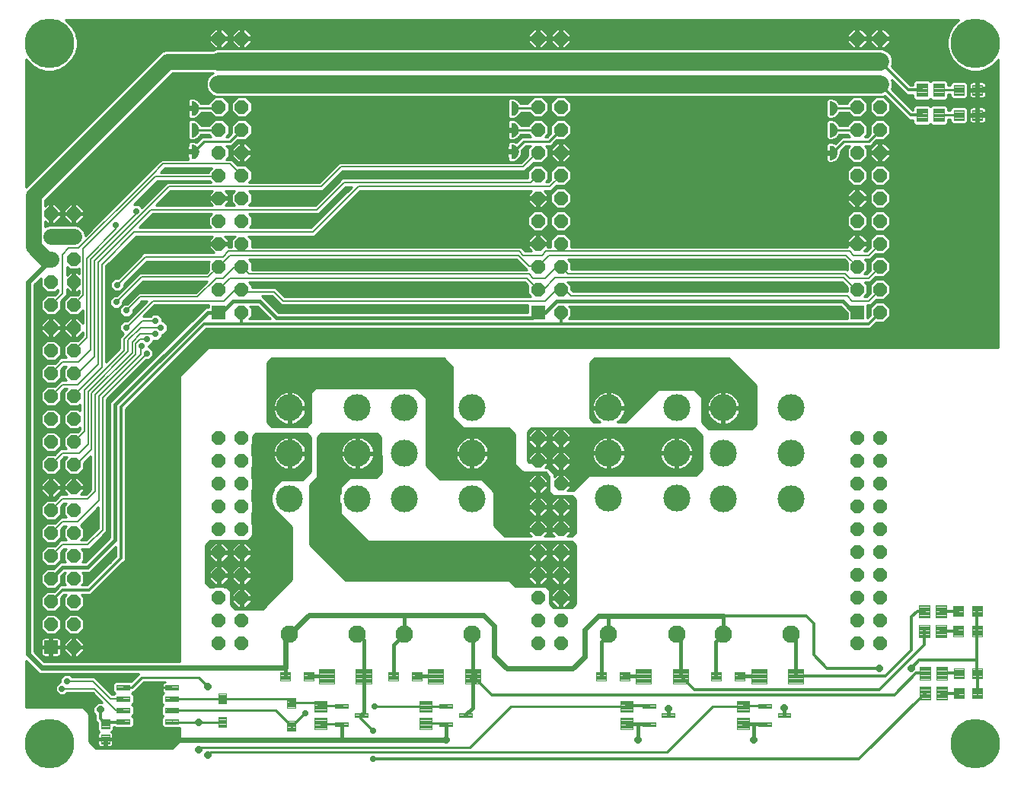
<source format=gtl>
G75*
%MOIN*%
%OFA0B0*%
%FSLAX25Y25*%
%IPPOS*%
%LPD*%
%AMOC8*
5,1,8,0,0,1.08239X$1,22.5*
%
%ADD10C,0.11811*%
%ADD11C,0.07677*%
%ADD12C,0.00394*%
%ADD13C,0.00402*%
%ADD14C,0.00396*%
%ADD15C,0.00409*%
%ADD16C,0.00378*%
%ADD17OC8,0.05906*%
%ADD18R,0.05906X0.05906*%
%ADD19C,0.00100*%
%ADD20C,0.00400*%
%ADD21C,0.21654*%
%ADD22C,0.01000*%
%ADD23OC8,0.02781*%
%ADD24C,0.01600*%
%ADD25C,0.01200*%
%ADD26R,0.02781X0.02781*%
%ADD27C,0.02400*%
%ADD28OC8,0.03175*%
%ADD29C,0.07000*%
%ADD30C,0.08000*%
%ADD31C,0.00800*%
D10*
X0172752Y0143933D03*
X0172752Y0163776D03*
X0172752Y0183618D03*
X0202516Y0183618D03*
X0222949Y0183618D03*
X0222949Y0163776D03*
X0202516Y0163776D03*
X0202516Y0143933D03*
X0222949Y0143933D03*
X0252713Y0143933D03*
X0252713Y0163776D03*
X0252713Y0183618D03*
X0312516Y0183634D03*
X0312516Y0163791D03*
X0312516Y0143949D03*
X0342280Y0143949D03*
X0362713Y0143933D03*
X0362713Y0163776D03*
X0342280Y0163791D03*
X0342280Y0183634D03*
X0362713Y0183618D03*
X0392476Y0183618D03*
X0392476Y0163776D03*
X0392476Y0143933D03*
D11*
X0392476Y0084406D03*
X0362713Y0084406D03*
X0342280Y0084421D03*
X0312516Y0084421D03*
X0252713Y0084406D03*
X0222949Y0084406D03*
X0202516Y0084406D03*
X0172752Y0084406D03*
D12*
X0173193Y0064257D02*
X0168863Y0064257D01*
X0168863Y0067799D01*
X0173193Y0067799D01*
X0173193Y0064257D01*
X0173193Y0064650D02*
X0168863Y0064650D01*
X0168863Y0065043D02*
X0173193Y0065043D01*
X0173193Y0065436D02*
X0168863Y0065436D01*
X0168863Y0065829D02*
X0173193Y0065829D01*
X0173193Y0066222D02*
X0168863Y0066222D01*
X0168863Y0066615D02*
X0173193Y0066615D01*
X0173193Y0067008D02*
X0168863Y0067008D01*
X0168863Y0067401D02*
X0173193Y0067401D01*
X0173193Y0067794D02*
X0168863Y0067794D01*
X0179099Y0064257D02*
X0183429Y0064257D01*
X0179099Y0064257D02*
X0179099Y0067799D01*
X0183429Y0067799D01*
X0183429Y0064257D01*
X0183429Y0064650D02*
X0179099Y0064650D01*
X0179099Y0065043D02*
X0183429Y0065043D01*
X0183429Y0065436D02*
X0179099Y0065436D01*
X0179099Y0065829D02*
X0183429Y0065829D01*
X0183429Y0066222D02*
X0179099Y0066222D01*
X0179099Y0066615D02*
X0183429Y0066615D01*
X0183429Y0067008D02*
X0179099Y0067008D01*
X0179099Y0067401D02*
X0183429Y0067401D01*
X0183429Y0067794D02*
X0179099Y0067794D01*
X0171875Y0056561D02*
X0171875Y0052231D01*
X0171875Y0056561D02*
X0175417Y0056561D01*
X0175417Y0052231D01*
X0171875Y0052231D01*
X0171875Y0052624D02*
X0175417Y0052624D01*
X0175417Y0053017D02*
X0171875Y0053017D01*
X0171875Y0053410D02*
X0175417Y0053410D01*
X0175417Y0053803D02*
X0171875Y0053803D01*
X0171875Y0054196D02*
X0175417Y0054196D01*
X0175417Y0054589D02*
X0171875Y0054589D01*
X0171875Y0054982D02*
X0175417Y0054982D01*
X0175417Y0055375D02*
X0171875Y0055375D01*
X0171875Y0055768D02*
X0175417Y0055768D01*
X0175417Y0056161D02*
X0171875Y0056161D01*
X0171875Y0056554D02*
X0175417Y0056554D01*
X0171875Y0046324D02*
X0171875Y0041994D01*
X0171875Y0046324D02*
X0175417Y0046324D01*
X0175417Y0041994D01*
X0171875Y0041994D01*
X0171875Y0042387D02*
X0175417Y0042387D01*
X0175417Y0042780D02*
X0171875Y0042780D01*
X0171875Y0043173D02*
X0175417Y0043173D01*
X0175417Y0043566D02*
X0171875Y0043566D01*
X0171875Y0043959D02*
X0175417Y0043959D01*
X0175417Y0044352D02*
X0171875Y0044352D01*
X0171875Y0044745D02*
X0175417Y0044745D01*
X0175417Y0045138D02*
X0171875Y0045138D01*
X0171875Y0045531D02*
X0175417Y0045531D01*
X0175417Y0045924D02*
X0171875Y0045924D01*
X0171875Y0046317D02*
X0175417Y0046317D01*
X0145167Y0048074D02*
X0145167Y0043744D01*
X0141625Y0043744D01*
X0141625Y0048074D01*
X0145167Y0048074D01*
X0145167Y0044137D02*
X0141625Y0044137D01*
X0141625Y0044530D02*
X0145167Y0044530D01*
X0145167Y0044923D02*
X0141625Y0044923D01*
X0141625Y0045316D02*
X0145167Y0045316D01*
X0145167Y0045709D02*
X0141625Y0045709D01*
X0141625Y0046102D02*
X0145167Y0046102D01*
X0145167Y0046495D02*
X0141625Y0046495D01*
X0141625Y0046888D02*
X0145167Y0046888D01*
X0145167Y0047281D02*
X0141625Y0047281D01*
X0141625Y0047674D02*
X0145167Y0047674D01*
X0145167Y0048067D02*
X0141625Y0048067D01*
X0145167Y0053981D02*
X0145167Y0058311D01*
X0145167Y0053981D02*
X0141625Y0053981D01*
X0141625Y0058311D01*
X0145167Y0058311D01*
X0145167Y0054374D02*
X0141625Y0054374D01*
X0141625Y0054767D02*
X0145167Y0054767D01*
X0145167Y0055160D02*
X0141625Y0055160D01*
X0141625Y0055553D02*
X0145167Y0055553D01*
X0145167Y0055946D02*
X0141625Y0055946D01*
X0141625Y0056339D02*
X0145167Y0056339D01*
X0145167Y0056732D02*
X0141625Y0056732D01*
X0141625Y0057125D02*
X0145167Y0057125D01*
X0145167Y0057518D02*
X0141625Y0057518D01*
X0141625Y0057911D02*
X0145167Y0057911D01*
X0145167Y0058304D02*
X0141625Y0058304D01*
X0090375Y0047092D02*
X0090375Y0043156D01*
X0090375Y0047092D02*
X0093917Y0047092D01*
X0093917Y0043156D01*
X0090375Y0043156D01*
X0090375Y0043549D02*
X0093917Y0043549D01*
X0093917Y0043942D02*
X0090375Y0043942D01*
X0090375Y0044335D02*
X0093917Y0044335D01*
X0093917Y0044728D02*
X0090375Y0044728D01*
X0090375Y0045121D02*
X0093917Y0045121D01*
X0093917Y0045514D02*
X0090375Y0045514D01*
X0090375Y0045907D02*
X0093917Y0045907D01*
X0093917Y0046300D02*
X0090375Y0046300D01*
X0090375Y0046693D02*
X0093917Y0046693D01*
X0093917Y0047086D02*
X0090375Y0047086D01*
X0090375Y0040399D02*
X0090375Y0036463D01*
X0090375Y0040399D02*
X0093917Y0040399D01*
X0093917Y0036463D01*
X0090375Y0036463D01*
X0090375Y0036856D02*
X0093917Y0036856D01*
X0093917Y0037249D02*
X0090375Y0037249D01*
X0090375Y0037642D02*
X0093917Y0037642D01*
X0093917Y0038035D02*
X0090375Y0038035D01*
X0090375Y0038428D02*
X0093917Y0038428D01*
X0093917Y0038821D02*
X0090375Y0038821D01*
X0090375Y0039214D02*
X0093917Y0039214D01*
X0093917Y0039607D02*
X0090375Y0039607D01*
X0090375Y0040000D02*
X0093917Y0040000D01*
X0093917Y0040393D02*
X0090375Y0040393D01*
X0216113Y0064257D02*
X0220443Y0064257D01*
X0216113Y0064257D02*
X0216113Y0067799D01*
X0220443Y0067799D01*
X0220443Y0064257D01*
X0220443Y0064650D02*
X0216113Y0064650D01*
X0216113Y0065043D02*
X0220443Y0065043D01*
X0220443Y0065436D02*
X0216113Y0065436D01*
X0216113Y0065829D02*
X0220443Y0065829D01*
X0220443Y0066222D02*
X0216113Y0066222D01*
X0216113Y0066615D02*
X0220443Y0066615D01*
X0220443Y0067008D02*
X0216113Y0067008D01*
X0216113Y0067401D02*
X0220443Y0067401D01*
X0220443Y0067794D02*
X0216113Y0067794D01*
X0226349Y0064257D02*
X0230679Y0064257D01*
X0226349Y0064257D02*
X0226349Y0067799D01*
X0230679Y0067799D01*
X0230679Y0064257D01*
X0230679Y0064650D02*
X0226349Y0064650D01*
X0226349Y0065043D02*
X0230679Y0065043D01*
X0230679Y0065436D02*
X0226349Y0065436D01*
X0226349Y0065829D02*
X0230679Y0065829D01*
X0230679Y0066222D02*
X0226349Y0066222D01*
X0226349Y0066615D02*
X0230679Y0066615D01*
X0230679Y0067008D02*
X0226349Y0067008D01*
X0226349Y0067401D02*
X0230679Y0067401D01*
X0230679Y0067794D02*
X0226349Y0067794D01*
X0307113Y0064257D02*
X0311443Y0064257D01*
X0307113Y0064257D02*
X0307113Y0067799D01*
X0311443Y0067799D01*
X0311443Y0064257D01*
X0311443Y0064650D02*
X0307113Y0064650D01*
X0307113Y0065043D02*
X0311443Y0065043D01*
X0311443Y0065436D02*
X0307113Y0065436D01*
X0307113Y0065829D02*
X0311443Y0065829D01*
X0311443Y0066222D02*
X0307113Y0066222D01*
X0307113Y0066615D02*
X0311443Y0066615D01*
X0311443Y0067008D02*
X0307113Y0067008D01*
X0307113Y0067401D02*
X0311443Y0067401D01*
X0311443Y0067794D02*
X0307113Y0067794D01*
X0317349Y0064257D02*
X0321679Y0064257D01*
X0317349Y0064257D02*
X0317349Y0067799D01*
X0321679Y0067799D01*
X0321679Y0064257D01*
X0321679Y0064650D02*
X0317349Y0064650D01*
X0317349Y0065043D02*
X0321679Y0065043D01*
X0321679Y0065436D02*
X0317349Y0065436D01*
X0317349Y0065829D02*
X0321679Y0065829D01*
X0321679Y0066222D02*
X0317349Y0066222D01*
X0317349Y0066615D02*
X0321679Y0066615D01*
X0321679Y0067008D02*
X0317349Y0067008D01*
X0317349Y0067401D02*
X0321679Y0067401D01*
X0321679Y0067794D02*
X0317349Y0067794D01*
X0357363Y0064257D02*
X0361693Y0064257D01*
X0357363Y0064257D02*
X0357363Y0067799D01*
X0361693Y0067799D01*
X0361693Y0064257D01*
X0361693Y0064650D02*
X0357363Y0064650D01*
X0357363Y0065043D02*
X0361693Y0065043D01*
X0361693Y0065436D02*
X0357363Y0065436D01*
X0357363Y0065829D02*
X0361693Y0065829D01*
X0361693Y0066222D02*
X0357363Y0066222D01*
X0357363Y0066615D02*
X0361693Y0066615D01*
X0361693Y0067008D02*
X0357363Y0067008D01*
X0357363Y0067401D02*
X0361693Y0067401D01*
X0361693Y0067794D02*
X0357363Y0067794D01*
X0367599Y0064257D02*
X0371929Y0064257D01*
X0367599Y0064257D02*
X0367599Y0067799D01*
X0371929Y0067799D01*
X0371929Y0064257D01*
X0371929Y0064650D02*
X0367599Y0064650D01*
X0367599Y0065043D02*
X0371929Y0065043D01*
X0371929Y0065436D02*
X0367599Y0065436D01*
X0367599Y0065829D02*
X0371929Y0065829D01*
X0371929Y0066222D02*
X0367599Y0066222D01*
X0367599Y0066615D02*
X0371929Y0066615D01*
X0371929Y0067008D02*
X0367599Y0067008D01*
X0367599Y0067401D02*
X0371929Y0067401D01*
X0371929Y0067794D02*
X0367599Y0067794D01*
D13*
X0374983Y0069173D02*
X0381667Y0069173D01*
X0381667Y0062883D01*
X0374983Y0062883D01*
X0374983Y0069173D01*
X0374983Y0063284D02*
X0381667Y0063284D01*
X0381667Y0063685D02*
X0374983Y0063685D01*
X0374983Y0064086D02*
X0381667Y0064086D01*
X0381667Y0064487D02*
X0374983Y0064487D01*
X0374983Y0064888D02*
X0381667Y0064888D01*
X0381667Y0065289D02*
X0374983Y0065289D01*
X0374983Y0065690D02*
X0381667Y0065690D01*
X0381667Y0066091D02*
X0374983Y0066091D01*
X0374983Y0066492D02*
X0381667Y0066492D01*
X0381667Y0066893D02*
X0374983Y0066893D01*
X0374983Y0067294D02*
X0381667Y0067294D01*
X0381667Y0067695D02*
X0374983Y0067695D01*
X0374983Y0068096D02*
X0381667Y0068096D01*
X0381667Y0068497D02*
X0374983Y0068497D01*
X0374983Y0068898D02*
X0381667Y0068898D01*
X0391125Y0069173D02*
X0397809Y0069173D01*
X0397809Y0062883D01*
X0391125Y0062883D01*
X0391125Y0069173D01*
X0391125Y0063284D02*
X0397809Y0063284D01*
X0397809Y0063685D02*
X0391125Y0063685D01*
X0391125Y0064086D02*
X0397809Y0064086D01*
X0397809Y0064487D02*
X0391125Y0064487D01*
X0391125Y0064888D02*
X0397809Y0064888D01*
X0397809Y0065289D02*
X0391125Y0065289D01*
X0391125Y0065690D02*
X0397809Y0065690D01*
X0397809Y0066091D02*
X0391125Y0066091D01*
X0391125Y0066492D02*
X0397809Y0066492D01*
X0397809Y0066893D02*
X0391125Y0066893D01*
X0391125Y0067294D02*
X0397809Y0067294D01*
X0397809Y0067695D02*
X0391125Y0067695D01*
X0391125Y0068096D02*
X0397809Y0068096D01*
X0397809Y0068497D02*
X0391125Y0068497D01*
X0391125Y0068898D02*
X0397809Y0068898D01*
X0347309Y0069173D02*
X0340625Y0069173D01*
X0347309Y0069173D02*
X0347309Y0062883D01*
X0340625Y0062883D01*
X0340625Y0069173D01*
X0340625Y0063284D02*
X0347309Y0063284D01*
X0347309Y0063685D02*
X0340625Y0063685D01*
X0340625Y0064086D02*
X0347309Y0064086D01*
X0347309Y0064487D02*
X0340625Y0064487D01*
X0340625Y0064888D02*
X0347309Y0064888D01*
X0347309Y0065289D02*
X0340625Y0065289D01*
X0340625Y0065690D02*
X0347309Y0065690D01*
X0347309Y0066091D02*
X0340625Y0066091D01*
X0340625Y0066492D02*
X0347309Y0066492D01*
X0347309Y0066893D02*
X0340625Y0066893D01*
X0340625Y0067294D02*
X0347309Y0067294D01*
X0347309Y0067695D02*
X0340625Y0067695D01*
X0340625Y0068096D02*
X0347309Y0068096D01*
X0347309Y0068497D02*
X0340625Y0068497D01*
X0340625Y0068898D02*
X0347309Y0068898D01*
X0331167Y0069173D02*
X0324483Y0069173D01*
X0331167Y0069173D02*
X0331167Y0062883D01*
X0324483Y0062883D01*
X0324483Y0069173D01*
X0324483Y0063284D02*
X0331167Y0063284D01*
X0331167Y0063685D02*
X0324483Y0063685D01*
X0324483Y0064086D02*
X0331167Y0064086D01*
X0331167Y0064487D02*
X0324483Y0064487D01*
X0324483Y0064888D02*
X0331167Y0064888D01*
X0331167Y0065289D02*
X0324483Y0065289D01*
X0324483Y0065690D02*
X0331167Y0065690D01*
X0331167Y0066091D02*
X0324483Y0066091D01*
X0324483Y0066492D02*
X0331167Y0066492D01*
X0331167Y0066893D02*
X0324483Y0066893D01*
X0324483Y0067294D02*
X0331167Y0067294D01*
X0331167Y0067695D02*
X0324483Y0067695D01*
X0324483Y0068096D02*
X0331167Y0068096D01*
X0331167Y0068497D02*
X0324483Y0068497D01*
X0324483Y0068898D02*
X0331167Y0068898D01*
X0256309Y0069173D02*
X0249625Y0069173D01*
X0256309Y0069173D02*
X0256309Y0062883D01*
X0249625Y0062883D01*
X0249625Y0069173D01*
X0249625Y0063284D02*
X0256309Y0063284D01*
X0256309Y0063685D02*
X0249625Y0063685D01*
X0249625Y0064086D02*
X0256309Y0064086D01*
X0256309Y0064487D02*
X0249625Y0064487D01*
X0249625Y0064888D02*
X0256309Y0064888D01*
X0256309Y0065289D02*
X0249625Y0065289D01*
X0249625Y0065690D02*
X0256309Y0065690D01*
X0256309Y0066091D02*
X0249625Y0066091D01*
X0249625Y0066492D02*
X0256309Y0066492D01*
X0256309Y0066893D02*
X0249625Y0066893D01*
X0249625Y0067294D02*
X0256309Y0067294D01*
X0256309Y0067695D02*
X0249625Y0067695D01*
X0249625Y0068096D02*
X0256309Y0068096D01*
X0256309Y0068497D02*
X0249625Y0068497D01*
X0249625Y0068898D02*
X0256309Y0068898D01*
X0240167Y0069173D02*
X0233483Y0069173D01*
X0240167Y0069173D02*
X0240167Y0062883D01*
X0233483Y0062883D01*
X0233483Y0069173D01*
X0233483Y0063284D02*
X0240167Y0063284D01*
X0240167Y0063685D02*
X0233483Y0063685D01*
X0233483Y0064086D02*
X0240167Y0064086D01*
X0240167Y0064487D02*
X0233483Y0064487D01*
X0233483Y0064888D02*
X0240167Y0064888D01*
X0240167Y0065289D02*
X0233483Y0065289D01*
X0233483Y0065690D02*
X0240167Y0065690D01*
X0240167Y0066091D02*
X0233483Y0066091D01*
X0233483Y0066492D02*
X0240167Y0066492D01*
X0240167Y0066893D02*
X0233483Y0066893D01*
X0233483Y0067294D02*
X0240167Y0067294D01*
X0240167Y0067695D02*
X0233483Y0067695D01*
X0233483Y0068096D02*
X0240167Y0068096D01*
X0240167Y0068497D02*
X0233483Y0068497D01*
X0233483Y0068898D02*
X0240167Y0068898D01*
X0208559Y0069173D02*
X0201875Y0069173D01*
X0208559Y0069173D02*
X0208559Y0062883D01*
X0201875Y0062883D01*
X0201875Y0069173D01*
X0201875Y0063284D02*
X0208559Y0063284D01*
X0208559Y0063685D02*
X0201875Y0063685D01*
X0201875Y0064086D02*
X0208559Y0064086D01*
X0208559Y0064487D02*
X0201875Y0064487D01*
X0201875Y0064888D02*
X0208559Y0064888D01*
X0208559Y0065289D02*
X0201875Y0065289D01*
X0201875Y0065690D02*
X0208559Y0065690D01*
X0208559Y0066091D02*
X0201875Y0066091D01*
X0201875Y0066492D02*
X0208559Y0066492D01*
X0208559Y0066893D02*
X0201875Y0066893D01*
X0201875Y0067294D02*
X0208559Y0067294D01*
X0208559Y0067695D02*
X0201875Y0067695D01*
X0201875Y0068096D02*
X0208559Y0068096D01*
X0208559Y0068497D02*
X0201875Y0068497D01*
X0201875Y0068898D02*
X0208559Y0068898D01*
X0192417Y0069173D02*
X0185733Y0069173D01*
X0192417Y0069173D02*
X0192417Y0062883D01*
X0185733Y0062883D01*
X0185733Y0069173D01*
X0185733Y0063284D02*
X0192417Y0063284D01*
X0192417Y0063685D02*
X0185733Y0063685D01*
X0185733Y0064086D02*
X0192417Y0064086D01*
X0192417Y0064487D02*
X0185733Y0064487D01*
X0185733Y0064888D02*
X0192417Y0064888D01*
X0192417Y0065289D02*
X0185733Y0065289D01*
X0185733Y0065690D02*
X0192417Y0065690D01*
X0192417Y0066091D02*
X0185733Y0066091D01*
X0185733Y0066492D02*
X0192417Y0066492D01*
X0192417Y0066893D02*
X0185733Y0066893D01*
X0185733Y0067294D02*
X0192417Y0067294D01*
X0192417Y0067695D02*
X0185733Y0067695D01*
X0185733Y0068096D02*
X0192417Y0068096D01*
X0192417Y0068497D02*
X0185733Y0068497D01*
X0185733Y0068898D02*
X0192417Y0068898D01*
X0124126Y0062027D02*
X0118426Y0062027D01*
X0124126Y0062027D02*
X0124126Y0060067D01*
X0118426Y0060067D01*
X0118426Y0062027D01*
X0118426Y0060468D02*
X0124126Y0060468D01*
X0124126Y0060869D02*
X0118426Y0060869D01*
X0118426Y0061270D02*
X0124126Y0061270D01*
X0124126Y0061671D02*
X0118426Y0061671D01*
X0118426Y0057027D02*
X0124126Y0057027D01*
X0124126Y0055067D01*
X0118426Y0055067D01*
X0118426Y0057027D01*
X0118426Y0055468D02*
X0124126Y0055468D01*
X0124126Y0055869D02*
X0118426Y0055869D01*
X0118426Y0056270D02*
X0124126Y0056270D01*
X0124126Y0056671D02*
X0118426Y0056671D01*
X0118426Y0052027D02*
X0124126Y0052027D01*
X0124126Y0050067D01*
X0118426Y0050067D01*
X0118426Y0052027D01*
X0118426Y0050468D02*
X0124126Y0050468D01*
X0124126Y0050869D02*
X0118426Y0050869D01*
X0118426Y0051270D02*
X0124126Y0051270D01*
X0124126Y0051671D02*
X0118426Y0051671D01*
X0118426Y0047027D02*
X0124126Y0047027D01*
X0124126Y0045067D01*
X0118426Y0045067D01*
X0118426Y0047027D01*
X0118426Y0045468D02*
X0124126Y0045468D01*
X0124126Y0045869D02*
X0118426Y0045869D01*
X0118426Y0046270D02*
X0124126Y0046270D01*
X0124126Y0046671D02*
X0118426Y0046671D01*
X0102866Y0047027D02*
X0097166Y0047027D01*
X0102866Y0047027D02*
X0102866Y0045067D01*
X0097166Y0045067D01*
X0097166Y0047027D01*
X0097166Y0045468D02*
X0102866Y0045468D01*
X0102866Y0045869D02*
X0097166Y0045869D01*
X0097166Y0046270D02*
X0102866Y0046270D01*
X0102866Y0046671D02*
X0097166Y0046671D01*
X0097166Y0052027D02*
X0102866Y0052027D01*
X0102866Y0050067D01*
X0097166Y0050067D01*
X0097166Y0052027D01*
X0097166Y0050468D02*
X0102866Y0050468D01*
X0102866Y0050869D02*
X0097166Y0050869D01*
X0097166Y0051270D02*
X0102866Y0051270D01*
X0102866Y0051671D02*
X0097166Y0051671D01*
X0097166Y0057027D02*
X0102866Y0057027D01*
X0102866Y0055067D01*
X0097166Y0055067D01*
X0097166Y0057027D01*
X0097166Y0055468D02*
X0102866Y0055468D01*
X0102866Y0055869D02*
X0097166Y0055869D01*
X0097166Y0056270D02*
X0102866Y0056270D01*
X0102866Y0056671D02*
X0097166Y0056671D01*
X0097166Y0062027D02*
X0102866Y0062027D01*
X0102866Y0060067D01*
X0097166Y0060067D01*
X0097166Y0062027D01*
X0097166Y0060468D02*
X0102866Y0060468D01*
X0102866Y0060869D02*
X0097166Y0060869D01*
X0097166Y0061270D02*
X0102866Y0061270D01*
X0102866Y0061671D02*
X0097166Y0061671D01*
D14*
X0192844Y0052126D02*
X0198448Y0052126D01*
X0192844Y0052126D02*
X0192844Y0053930D01*
X0198448Y0053930D01*
X0198448Y0052126D01*
X0198448Y0052521D02*
X0192844Y0052521D01*
X0192844Y0052916D02*
X0198448Y0052916D01*
X0198448Y0053311D02*
X0192844Y0053311D01*
X0192844Y0053706D02*
X0198448Y0053706D01*
X0201344Y0048126D02*
X0206948Y0048126D01*
X0201344Y0048126D02*
X0201344Y0049930D01*
X0206948Y0049930D01*
X0206948Y0048126D01*
X0206948Y0048521D02*
X0201344Y0048521D01*
X0201344Y0048916D02*
X0206948Y0048916D01*
X0206948Y0049311D02*
X0201344Y0049311D01*
X0201344Y0049706D02*
X0206948Y0049706D01*
X0198448Y0044126D02*
X0192844Y0044126D01*
X0192844Y0045930D01*
X0198448Y0045930D01*
X0198448Y0044126D01*
X0198448Y0044521D02*
X0192844Y0044521D01*
X0192844Y0044916D02*
X0198448Y0044916D01*
X0198448Y0045311D02*
X0192844Y0045311D01*
X0192844Y0045706D02*
X0198448Y0045706D01*
X0238544Y0044126D02*
X0244148Y0044126D01*
X0238544Y0044126D02*
X0238544Y0045930D01*
X0244148Y0045930D01*
X0244148Y0044126D01*
X0244148Y0044521D02*
X0238544Y0044521D01*
X0238544Y0044916D02*
X0244148Y0044916D01*
X0244148Y0045311D02*
X0238544Y0045311D01*
X0238544Y0045706D02*
X0244148Y0045706D01*
X0247044Y0048126D02*
X0252648Y0048126D01*
X0247044Y0048126D02*
X0247044Y0049930D01*
X0252648Y0049930D01*
X0252648Y0048126D01*
X0252648Y0048521D02*
X0247044Y0048521D01*
X0247044Y0048916D02*
X0252648Y0048916D01*
X0252648Y0049311D02*
X0247044Y0049311D01*
X0247044Y0049706D02*
X0252648Y0049706D01*
X0244148Y0052126D02*
X0238544Y0052126D01*
X0238544Y0053930D01*
X0244148Y0053930D01*
X0244148Y0052126D01*
X0244148Y0052521D02*
X0238544Y0052521D01*
X0238544Y0052916D02*
X0244148Y0052916D01*
X0244148Y0053311D02*
X0238544Y0053311D01*
X0238544Y0053706D02*
X0244148Y0053706D01*
X0327344Y0052126D02*
X0332948Y0052126D01*
X0327344Y0052126D02*
X0327344Y0053930D01*
X0332948Y0053930D01*
X0332948Y0052126D01*
X0332948Y0052521D02*
X0327344Y0052521D01*
X0327344Y0052916D02*
X0332948Y0052916D01*
X0332948Y0053311D02*
X0327344Y0053311D01*
X0327344Y0053706D02*
X0332948Y0053706D01*
X0335844Y0048126D02*
X0341448Y0048126D01*
X0335844Y0048126D02*
X0335844Y0049930D01*
X0341448Y0049930D01*
X0341448Y0048126D01*
X0341448Y0048521D02*
X0335844Y0048521D01*
X0335844Y0048916D02*
X0341448Y0048916D01*
X0341448Y0049311D02*
X0335844Y0049311D01*
X0335844Y0049706D02*
X0341448Y0049706D01*
X0332948Y0044126D02*
X0327344Y0044126D01*
X0327344Y0045930D01*
X0332948Y0045930D01*
X0332948Y0044126D01*
X0332948Y0044521D02*
X0327344Y0044521D01*
X0327344Y0044916D02*
X0332948Y0044916D01*
X0332948Y0045311D02*
X0327344Y0045311D01*
X0327344Y0045706D02*
X0332948Y0045706D01*
X0378094Y0044126D02*
X0383698Y0044126D01*
X0378094Y0044126D02*
X0378094Y0045930D01*
X0383698Y0045930D01*
X0383698Y0044126D01*
X0383698Y0044521D02*
X0378094Y0044521D01*
X0378094Y0044916D02*
X0383698Y0044916D01*
X0383698Y0045311D02*
X0378094Y0045311D01*
X0378094Y0045706D02*
X0383698Y0045706D01*
X0386594Y0048126D02*
X0392198Y0048126D01*
X0386594Y0048126D02*
X0386594Y0049930D01*
X0392198Y0049930D01*
X0392198Y0048126D01*
X0392198Y0048521D02*
X0386594Y0048521D01*
X0386594Y0048916D02*
X0392198Y0048916D01*
X0392198Y0049311D02*
X0386594Y0049311D01*
X0386594Y0049706D02*
X0392198Y0049706D01*
X0383698Y0052126D02*
X0378094Y0052126D01*
X0378094Y0053930D01*
X0383698Y0053930D01*
X0383698Y0052126D01*
X0383698Y0052521D02*
X0378094Y0052521D01*
X0378094Y0052916D02*
X0383698Y0052916D01*
X0383698Y0053311D02*
X0378094Y0053311D01*
X0378094Y0053706D02*
X0383698Y0053706D01*
D15*
X0374145Y0055123D02*
X0374145Y0050413D01*
X0368647Y0050413D01*
X0368647Y0055123D01*
X0374145Y0055123D01*
X0374145Y0050821D02*
X0368647Y0050821D01*
X0368647Y0051229D02*
X0374145Y0051229D01*
X0374145Y0051637D02*
X0368647Y0051637D01*
X0368647Y0052045D02*
X0374145Y0052045D01*
X0374145Y0052453D02*
X0368647Y0052453D01*
X0368647Y0052861D02*
X0374145Y0052861D01*
X0374145Y0053269D02*
X0368647Y0053269D01*
X0368647Y0053677D02*
X0374145Y0053677D01*
X0374145Y0054085D02*
X0368647Y0054085D01*
X0368647Y0054493D02*
X0374145Y0054493D01*
X0374145Y0054901D02*
X0368647Y0054901D01*
X0374145Y0047642D02*
X0374145Y0042932D01*
X0368647Y0042932D01*
X0368647Y0047642D01*
X0374145Y0047642D01*
X0374145Y0043340D02*
X0368647Y0043340D01*
X0368647Y0043748D02*
X0374145Y0043748D01*
X0374145Y0044156D02*
X0368647Y0044156D01*
X0368647Y0044564D02*
X0374145Y0044564D01*
X0374145Y0044972D02*
X0368647Y0044972D01*
X0368647Y0045380D02*
X0374145Y0045380D01*
X0374145Y0045788D02*
X0368647Y0045788D01*
X0368647Y0046196D02*
X0374145Y0046196D01*
X0374145Y0046604D02*
X0368647Y0046604D01*
X0368647Y0047012D02*
X0374145Y0047012D01*
X0374145Y0047420D02*
X0368647Y0047420D01*
X0323145Y0047642D02*
X0323145Y0042932D01*
X0317647Y0042932D01*
X0317647Y0047642D01*
X0323145Y0047642D01*
X0323145Y0043340D02*
X0317647Y0043340D01*
X0317647Y0043748D02*
X0323145Y0043748D01*
X0323145Y0044156D02*
X0317647Y0044156D01*
X0317647Y0044564D02*
X0323145Y0044564D01*
X0323145Y0044972D02*
X0317647Y0044972D01*
X0317647Y0045380D02*
X0323145Y0045380D01*
X0323145Y0045788D02*
X0317647Y0045788D01*
X0317647Y0046196D02*
X0323145Y0046196D01*
X0323145Y0046604D02*
X0317647Y0046604D01*
X0317647Y0047012D02*
X0323145Y0047012D01*
X0323145Y0047420D02*
X0317647Y0047420D01*
X0323145Y0050413D02*
X0323145Y0055123D01*
X0323145Y0050413D02*
X0317647Y0050413D01*
X0317647Y0055123D01*
X0323145Y0055123D01*
X0323145Y0050821D02*
X0317647Y0050821D01*
X0317647Y0051229D02*
X0323145Y0051229D01*
X0323145Y0051637D02*
X0317647Y0051637D01*
X0317647Y0052045D02*
X0323145Y0052045D01*
X0323145Y0052453D02*
X0317647Y0052453D01*
X0317647Y0052861D02*
X0323145Y0052861D01*
X0323145Y0053269D02*
X0317647Y0053269D01*
X0317647Y0053677D02*
X0323145Y0053677D01*
X0323145Y0054085D02*
X0317647Y0054085D01*
X0317647Y0054493D02*
X0323145Y0054493D01*
X0323145Y0054901D02*
X0317647Y0054901D01*
X0235145Y0055123D02*
X0235145Y0050413D01*
X0229647Y0050413D01*
X0229647Y0055123D01*
X0235145Y0055123D01*
X0235145Y0050821D02*
X0229647Y0050821D01*
X0229647Y0051229D02*
X0235145Y0051229D01*
X0235145Y0051637D02*
X0229647Y0051637D01*
X0229647Y0052045D02*
X0235145Y0052045D01*
X0235145Y0052453D02*
X0229647Y0052453D01*
X0229647Y0052861D02*
X0235145Y0052861D01*
X0235145Y0053269D02*
X0229647Y0053269D01*
X0229647Y0053677D02*
X0235145Y0053677D01*
X0235145Y0054085D02*
X0229647Y0054085D01*
X0229647Y0054493D02*
X0235145Y0054493D01*
X0235145Y0054901D02*
X0229647Y0054901D01*
X0235145Y0047642D02*
X0235145Y0042932D01*
X0229647Y0042932D01*
X0229647Y0047642D01*
X0235145Y0047642D01*
X0235145Y0043340D02*
X0229647Y0043340D01*
X0229647Y0043748D02*
X0235145Y0043748D01*
X0235145Y0044156D02*
X0229647Y0044156D01*
X0229647Y0044564D02*
X0235145Y0044564D01*
X0235145Y0044972D02*
X0229647Y0044972D01*
X0229647Y0045380D02*
X0235145Y0045380D01*
X0235145Y0045788D02*
X0229647Y0045788D01*
X0229647Y0046196D02*
X0235145Y0046196D01*
X0235145Y0046604D02*
X0229647Y0046604D01*
X0229647Y0047012D02*
X0235145Y0047012D01*
X0235145Y0047420D02*
X0229647Y0047420D01*
X0189145Y0047642D02*
X0189145Y0042932D01*
X0183647Y0042932D01*
X0183647Y0047642D01*
X0189145Y0047642D01*
X0189145Y0043340D02*
X0183647Y0043340D01*
X0183647Y0043748D02*
X0189145Y0043748D01*
X0189145Y0044156D02*
X0183647Y0044156D01*
X0183647Y0044564D02*
X0189145Y0044564D01*
X0189145Y0044972D02*
X0183647Y0044972D01*
X0183647Y0045380D02*
X0189145Y0045380D01*
X0189145Y0045788D02*
X0183647Y0045788D01*
X0183647Y0046196D02*
X0189145Y0046196D01*
X0189145Y0046604D02*
X0183647Y0046604D01*
X0183647Y0047012D02*
X0189145Y0047012D01*
X0189145Y0047420D02*
X0183647Y0047420D01*
X0189145Y0050413D02*
X0189145Y0055123D01*
X0189145Y0050413D02*
X0183647Y0050413D01*
X0183647Y0055123D01*
X0189145Y0055123D01*
X0189145Y0050821D02*
X0183647Y0050821D01*
X0183647Y0051229D02*
X0189145Y0051229D01*
X0189145Y0051637D02*
X0183647Y0051637D01*
X0183647Y0052045D02*
X0189145Y0052045D01*
X0189145Y0052453D02*
X0183647Y0052453D01*
X0183647Y0052861D02*
X0189145Y0052861D01*
X0189145Y0053269D02*
X0183647Y0053269D01*
X0183647Y0053677D02*
X0189145Y0053677D01*
X0189145Y0054085D02*
X0183647Y0054085D01*
X0183647Y0054493D02*
X0189145Y0054493D01*
X0189145Y0054901D02*
X0183647Y0054901D01*
X0448601Y0061327D02*
X0453311Y0061327D01*
X0453311Y0055829D01*
X0448601Y0055829D01*
X0448601Y0061327D01*
X0448601Y0056237D02*
X0453311Y0056237D01*
X0453311Y0056645D02*
X0448601Y0056645D01*
X0448601Y0057053D02*
X0453311Y0057053D01*
X0453311Y0057461D02*
X0448601Y0057461D01*
X0448601Y0057869D02*
X0453311Y0057869D01*
X0453311Y0058277D02*
X0448601Y0058277D01*
X0448601Y0058685D02*
X0453311Y0058685D01*
X0453311Y0059093D02*
X0448601Y0059093D01*
X0448601Y0059501D02*
X0453311Y0059501D01*
X0453311Y0059909D02*
X0448601Y0059909D01*
X0448601Y0060317D02*
X0453311Y0060317D01*
X0453311Y0060725D02*
X0448601Y0060725D01*
X0448601Y0061133D02*
X0453311Y0061133D01*
X0456081Y0061327D02*
X0460791Y0061327D01*
X0460791Y0055829D01*
X0456081Y0055829D01*
X0456081Y0061327D01*
X0456081Y0056237D02*
X0460791Y0056237D01*
X0460791Y0056645D02*
X0456081Y0056645D01*
X0456081Y0057053D02*
X0460791Y0057053D01*
X0460791Y0057461D02*
X0456081Y0057461D01*
X0456081Y0057869D02*
X0460791Y0057869D01*
X0460791Y0058277D02*
X0456081Y0058277D01*
X0456081Y0058685D02*
X0460791Y0058685D01*
X0460791Y0059093D02*
X0456081Y0059093D01*
X0456081Y0059501D02*
X0460791Y0059501D01*
X0460791Y0059909D02*
X0456081Y0059909D01*
X0456081Y0060317D02*
X0460791Y0060317D01*
X0460791Y0060725D02*
X0456081Y0060725D01*
X0456081Y0061133D02*
X0460791Y0061133D01*
X0460791Y0070077D02*
X0456081Y0070077D01*
X0460791Y0070077D02*
X0460791Y0064579D01*
X0456081Y0064579D01*
X0456081Y0070077D01*
X0456081Y0064987D02*
X0460791Y0064987D01*
X0460791Y0065395D02*
X0456081Y0065395D01*
X0456081Y0065803D02*
X0460791Y0065803D01*
X0460791Y0066211D02*
X0456081Y0066211D01*
X0456081Y0066619D02*
X0460791Y0066619D01*
X0460791Y0067027D02*
X0456081Y0067027D01*
X0456081Y0067435D02*
X0460791Y0067435D01*
X0460791Y0067843D02*
X0456081Y0067843D01*
X0456081Y0068251D02*
X0460791Y0068251D01*
X0460791Y0068659D02*
X0456081Y0068659D01*
X0456081Y0069067D02*
X0460791Y0069067D01*
X0460791Y0069475D02*
X0456081Y0069475D01*
X0456081Y0069883D02*
X0460791Y0069883D01*
X0453311Y0070077D02*
X0448601Y0070077D01*
X0453311Y0070077D02*
X0453311Y0064579D01*
X0448601Y0064579D01*
X0448601Y0070077D01*
X0448601Y0064987D02*
X0453311Y0064987D01*
X0453311Y0065395D02*
X0448601Y0065395D01*
X0448601Y0065803D02*
X0453311Y0065803D01*
X0453311Y0066211D02*
X0448601Y0066211D01*
X0448601Y0066619D02*
X0453311Y0066619D01*
X0453311Y0067027D02*
X0448601Y0067027D01*
X0448601Y0067435D02*
X0453311Y0067435D01*
X0453311Y0067843D02*
X0448601Y0067843D01*
X0448601Y0068251D02*
X0453311Y0068251D01*
X0453311Y0068659D02*
X0448601Y0068659D01*
X0448601Y0069067D02*
X0453311Y0069067D01*
X0453311Y0069475D02*
X0448601Y0069475D01*
X0448601Y0069883D02*
X0453311Y0069883D01*
X0453011Y0088527D02*
X0448301Y0088527D01*
X0453011Y0088527D02*
X0453011Y0083029D01*
X0448301Y0083029D01*
X0448301Y0088527D01*
X0448301Y0083437D02*
X0453011Y0083437D01*
X0453011Y0083845D02*
X0448301Y0083845D01*
X0448301Y0084253D02*
X0453011Y0084253D01*
X0453011Y0084661D02*
X0448301Y0084661D01*
X0448301Y0085069D02*
X0453011Y0085069D01*
X0453011Y0085477D02*
X0448301Y0085477D01*
X0448301Y0085885D02*
X0453011Y0085885D01*
X0453011Y0086293D02*
X0448301Y0086293D01*
X0448301Y0086701D02*
X0453011Y0086701D01*
X0453011Y0087109D02*
X0448301Y0087109D01*
X0448301Y0087517D02*
X0453011Y0087517D01*
X0453011Y0087925D02*
X0448301Y0087925D01*
X0448301Y0088333D02*
X0453011Y0088333D01*
X0455781Y0088527D02*
X0460491Y0088527D01*
X0460491Y0083029D01*
X0455781Y0083029D01*
X0455781Y0088527D01*
X0455781Y0083437D02*
X0460491Y0083437D01*
X0460491Y0083845D02*
X0455781Y0083845D01*
X0455781Y0084253D02*
X0460491Y0084253D01*
X0460491Y0084661D02*
X0455781Y0084661D01*
X0455781Y0085069D02*
X0460491Y0085069D01*
X0460491Y0085477D02*
X0455781Y0085477D01*
X0455781Y0085885D02*
X0460491Y0085885D01*
X0460491Y0086293D02*
X0455781Y0086293D01*
X0455781Y0086701D02*
X0460491Y0086701D01*
X0460491Y0087109D02*
X0455781Y0087109D01*
X0455781Y0087517D02*
X0460491Y0087517D01*
X0460491Y0087925D02*
X0455781Y0087925D01*
X0455781Y0088333D02*
X0460491Y0088333D01*
X0460491Y0097277D02*
X0455781Y0097277D01*
X0460491Y0097277D02*
X0460491Y0091779D01*
X0455781Y0091779D01*
X0455781Y0097277D01*
X0455781Y0092187D02*
X0460491Y0092187D01*
X0460491Y0092595D02*
X0455781Y0092595D01*
X0455781Y0093003D02*
X0460491Y0093003D01*
X0460491Y0093411D02*
X0455781Y0093411D01*
X0455781Y0093819D02*
X0460491Y0093819D01*
X0460491Y0094227D02*
X0455781Y0094227D01*
X0455781Y0094635D02*
X0460491Y0094635D01*
X0460491Y0095043D02*
X0455781Y0095043D01*
X0455781Y0095451D02*
X0460491Y0095451D01*
X0460491Y0095859D02*
X0455781Y0095859D01*
X0455781Y0096267D02*
X0460491Y0096267D01*
X0460491Y0096675D02*
X0455781Y0096675D01*
X0455781Y0097083D02*
X0460491Y0097083D01*
X0453011Y0097277D02*
X0448301Y0097277D01*
X0453011Y0097277D02*
X0453011Y0091779D01*
X0448301Y0091779D01*
X0448301Y0097277D01*
X0448301Y0092187D02*
X0453011Y0092187D01*
X0453011Y0092595D02*
X0448301Y0092595D01*
X0448301Y0093003D02*
X0453011Y0093003D01*
X0453011Y0093411D02*
X0448301Y0093411D01*
X0448301Y0093819D02*
X0453011Y0093819D01*
X0453011Y0094227D02*
X0448301Y0094227D01*
X0448301Y0094635D02*
X0453011Y0094635D01*
X0453011Y0095043D02*
X0448301Y0095043D01*
X0448301Y0095451D02*
X0453011Y0095451D01*
X0453011Y0095859D02*
X0448301Y0095859D01*
X0448301Y0096267D02*
X0453011Y0096267D01*
X0453011Y0096675D02*
X0448301Y0096675D01*
X0448301Y0097083D02*
X0453011Y0097083D01*
X0452011Y0309279D02*
X0447301Y0309279D01*
X0447301Y0314777D01*
X0452011Y0314777D01*
X0452011Y0309279D01*
X0452011Y0309687D02*
X0447301Y0309687D01*
X0447301Y0310095D02*
X0452011Y0310095D01*
X0452011Y0310503D02*
X0447301Y0310503D01*
X0447301Y0310911D02*
X0452011Y0310911D01*
X0452011Y0311319D02*
X0447301Y0311319D01*
X0447301Y0311727D02*
X0452011Y0311727D01*
X0452011Y0312135D02*
X0447301Y0312135D01*
X0447301Y0312543D02*
X0452011Y0312543D01*
X0452011Y0312951D02*
X0447301Y0312951D01*
X0447301Y0313359D02*
X0452011Y0313359D01*
X0452011Y0313767D02*
X0447301Y0313767D01*
X0447301Y0314175D02*
X0452011Y0314175D01*
X0452011Y0314583D02*
X0447301Y0314583D01*
X0447301Y0320279D02*
X0452011Y0320279D01*
X0447301Y0320279D02*
X0447301Y0325777D01*
X0452011Y0325777D01*
X0452011Y0320279D01*
X0452011Y0320687D02*
X0447301Y0320687D01*
X0447301Y0321095D02*
X0452011Y0321095D01*
X0452011Y0321503D02*
X0447301Y0321503D01*
X0447301Y0321911D02*
X0452011Y0321911D01*
X0452011Y0322319D02*
X0447301Y0322319D01*
X0447301Y0322727D02*
X0452011Y0322727D01*
X0452011Y0323135D02*
X0447301Y0323135D01*
X0447301Y0323543D02*
X0452011Y0323543D01*
X0452011Y0323951D02*
X0447301Y0323951D01*
X0447301Y0324359D02*
X0452011Y0324359D01*
X0452011Y0324767D02*
X0447301Y0324767D01*
X0447301Y0325175D02*
X0452011Y0325175D01*
X0452011Y0325583D02*
X0447301Y0325583D01*
X0454781Y0320279D02*
X0459491Y0320279D01*
X0454781Y0320279D02*
X0454781Y0325777D01*
X0459491Y0325777D01*
X0459491Y0320279D01*
X0459491Y0320687D02*
X0454781Y0320687D01*
X0454781Y0321095D02*
X0459491Y0321095D01*
X0459491Y0321503D02*
X0454781Y0321503D01*
X0454781Y0321911D02*
X0459491Y0321911D01*
X0459491Y0322319D02*
X0454781Y0322319D01*
X0454781Y0322727D02*
X0459491Y0322727D01*
X0459491Y0323135D02*
X0454781Y0323135D01*
X0454781Y0323543D02*
X0459491Y0323543D01*
X0459491Y0323951D02*
X0454781Y0323951D01*
X0454781Y0324359D02*
X0459491Y0324359D01*
X0459491Y0324767D02*
X0454781Y0324767D01*
X0454781Y0325175D02*
X0459491Y0325175D01*
X0459491Y0325583D02*
X0454781Y0325583D01*
X0454781Y0309279D02*
X0459491Y0309279D01*
X0454781Y0309279D02*
X0454781Y0314777D01*
X0459491Y0314777D01*
X0459491Y0309279D01*
X0459491Y0309687D02*
X0454781Y0309687D01*
X0454781Y0310095D02*
X0459491Y0310095D01*
X0459491Y0310503D02*
X0454781Y0310503D01*
X0454781Y0310911D02*
X0459491Y0310911D01*
X0459491Y0311319D02*
X0454781Y0311319D01*
X0454781Y0311727D02*
X0459491Y0311727D01*
X0459491Y0312135D02*
X0454781Y0312135D01*
X0454781Y0312543D02*
X0459491Y0312543D01*
X0459491Y0312951D02*
X0454781Y0312951D01*
X0454781Y0313359D02*
X0459491Y0313359D01*
X0459491Y0313767D02*
X0454781Y0313767D01*
X0454781Y0314175D02*
X0459491Y0314175D01*
X0459491Y0314583D02*
X0454781Y0314583D01*
D16*
X0463589Y0314201D02*
X0463589Y0309855D01*
X0463589Y0314201D02*
X0467935Y0314201D01*
X0467935Y0309855D01*
X0463589Y0309855D01*
X0463589Y0310232D02*
X0467935Y0310232D01*
X0467935Y0310609D02*
X0463589Y0310609D01*
X0463589Y0310986D02*
X0467935Y0310986D01*
X0467935Y0311363D02*
X0463589Y0311363D01*
X0463589Y0311740D02*
X0467935Y0311740D01*
X0467935Y0312117D02*
X0463589Y0312117D01*
X0463589Y0312494D02*
X0467935Y0312494D01*
X0467935Y0312871D02*
X0463589Y0312871D01*
X0463589Y0313248D02*
X0467935Y0313248D01*
X0467935Y0313625D02*
X0463589Y0313625D01*
X0463589Y0314002D02*
X0467935Y0314002D01*
X0471857Y0314201D02*
X0471857Y0309855D01*
X0471857Y0314201D02*
X0476203Y0314201D01*
X0476203Y0309855D01*
X0471857Y0309855D01*
X0471857Y0310232D02*
X0476203Y0310232D01*
X0476203Y0310609D02*
X0471857Y0310609D01*
X0471857Y0310986D02*
X0476203Y0310986D01*
X0476203Y0311363D02*
X0471857Y0311363D01*
X0471857Y0311740D02*
X0476203Y0311740D01*
X0476203Y0312117D02*
X0471857Y0312117D01*
X0471857Y0312494D02*
X0476203Y0312494D01*
X0476203Y0312871D02*
X0471857Y0312871D01*
X0471857Y0313248D02*
X0476203Y0313248D01*
X0476203Y0313625D02*
X0471857Y0313625D01*
X0471857Y0314002D02*
X0476203Y0314002D01*
X0471857Y0320855D02*
X0471857Y0325201D01*
X0476203Y0325201D01*
X0476203Y0320855D01*
X0471857Y0320855D01*
X0471857Y0321232D02*
X0476203Y0321232D01*
X0476203Y0321609D02*
X0471857Y0321609D01*
X0471857Y0321986D02*
X0476203Y0321986D01*
X0476203Y0322363D02*
X0471857Y0322363D01*
X0471857Y0322740D02*
X0476203Y0322740D01*
X0476203Y0323117D02*
X0471857Y0323117D01*
X0471857Y0323494D02*
X0476203Y0323494D01*
X0476203Y0323871D02*
X0471857Y0323871D01*
X0471857Y0324248D02*
X0476203Y0324248D01*
X0476203Y0324625D02*
X0471857Y0324625D01*
X0471857Y0325002D02*
X0476203Y0325002D01*
X0463589Y0325201D02*
X0463589Y0320855D01*
X0463589Y0325201D02*
X0467935Y0325201D01*
X0467935Y0320855D01*
X0463589Y0320855D01*
X0463589Y0321232D02*
X0467935Y0321232D01*
X0467935Y0321609D02*
X0463589Y0321609D01*
X0463589Y0321986D02*
X0467935Y0321986D01*
X0467935Y0322363D02*
X0463589Y0322363D01*
X0463589Y0322740D02*
X0467935Y0322740D01*
X0467935Y0323117D02*
X0463589Y0323117D01*
X0463589Y0323494D02*
X0467935Y0323494D01*
X0467935Y0323871D02*
X0463589Y0323871D01*
X0463589Y0324248D02*
X0467935Y0324248D01*
X0467935Y0324625D02*
X0463589Y0324625D01*
X0463589Y0325002D02*
X0467935Y0325002D01*
X0467685Y0096701D02*
X0467685Y0092355D01*
X0463339Y0092355D01*
X0463339Y0096701D01*
X0467685Y0096701D01*
X0467685Y0092732D02*
X0463339Y0092732D01*
X0463339Y0093109D02*
X0467685Y0093109D01*
X0467685Y0093486D02*
X0463339Y0093486D01*
X0463339Y0093863D02*
X0467685Y0093863D01*
X0467685Y0094240D02*
X0463339Y0094240D01*
X0463339Y0094617D02*
X0467685Y0094617D01*
X0467685Y0094994D02*
X0463339Y0094994D01*
X0463339Y0095371D02*
X0467685Y0095371D01*
X0467685Y0095748D02*
X0463339Y0095748D01*
X0463339Y0096125D02*
X0467685Y0096125D01*
X0467685Y0096502D02*
X0463339Y0096502D01*
X0475953Y0096701D02*
X0475953Y0092355D01*
X0471607Y0092355D01*
X0471607Y0096701D01*
X0475953Y0096701D01*
X0475953Y0092732D02*
X0471607Y0092732D01*
X0471607Y0093109D02*
X0475953Y0093109D01*
X0475953Y0093486D02*
X0471607Y0093486D01*
X0471607Y0093863D02*
X0475953Y0093863D01*
X0475953Y0094240D02*
X0471607Y0094240D01*
X0471607Y0094617D02*
X0475953Y0094617D01*
X0475953Y0094994D02*
X0471607Y0094994D01*
X0471607Y0095371D02*
X0475953Y0095371D01*
X0475953Y0095748D02*
X0471607Y0095748D01*
X0471607Y0096125D02*
X0475953Y0096125D01*
X0475953Y0096502D02*
X0471607Y0096502D01*
X0475953Y0087951D02*
X0475953Y0083605D01*
X0471607Y0083605D01*
X0471607Y0087951D01*
X0475953Y0087951D01*
X0475953Y0083982D02*
X0471607Y0083982D01*
X0471607Y0084359D02*
X0475953Y0084359D01*
X0475953Y0084736D02*
X0471607Y0084736D01*
X0471607Y0085113D02*
X0475953Y0085113D01*
X0475953Y0085490D02*
X0471607Y0085490D01*
X0471607Y0085867D02*
X0475953Y0085867D01*
X0475953Y0086244D02*
X0471607Y0086244D01*
X0471607Y0086621D02*
X0475953Y0086621D01*
X0475953Y0086998D02*
X0471607Y0086998D01*
X0471607Y0087375D02*
X0475953Y0087375D01*
X0475953Y0087752D02*
X0471607Y0087752D01*
X0467685Y0087951D02*
X0467685Y0083605D01*
X0463339Y0083605D01*
X0463339Y0087951D01*
X0467685Y0087951D01*
X0467685Y0083982D02*
X0463339Y0083982D01*
X0463339Y0084359D02*
X0467685Y0084359D01*
X0467685Y0084736D02*
X0463339Y0084736D01*
X0463339Y0085113D02*
X0467685Y0085113D01*
X0467685Y0085490D02*
X0463339Y0085490D01*
X0463339Y0085867D02*
X0467685Y0085867D01*
X0467685Y0086244D02*
X0463339Y0086244D01*
X0463339Y0086621D02*
X0467685Y0086621D01*
X0467685Y0086998D02*
X0463339Y0086998D01*
X0463339Y0087375D02*
X0467685Y0087375D01*
X0467685Y0087752D02*
X0463339Y0087752D01*
X0467935Y0069501D02*
X0467935Y0065155D01*
X0463589Y0065155D01*
X0463589Y0069501D01*
X0467935Y0069501D01*
X0467935Y0065532D02*
X0463589Y0065532D01*
X0463589Y0065909D02*
X0467935Y0065909D01*
X0467935Y0066286D02*
X0463589Y0066286D01*
X0463589Y0066663D02*
X0467935Y0066663D01*
X0467935Y0067040D02*
X0463589Y0067040D01*
X0463589Y0067417D02*
X0467935Y0067417D01*
X0467935Y0067794D02*
X0463589Y0067794D01*
X0463589Y0068171D02*
X0467935Y0068171D01*
X0467935Y0068548D02*
X0463589Y0068548D01*
X0463589Y0068925D02*
X0467935Y0068925D01*
X0467935Y0069302D02*
X0463589Y0069302D01*
X0476203Y0069501D02*
X0476203Y0065155D01*
X0471857Y0065155D01*
X0471857Y0069501D01*
X0476203Y0069501D01*
X0476203Y0065532D02*
X0471857Y0065532D01*
X0471857Y0065909D02*
X0476203Y0065909D01*
X0476203Y0066286D02*
X0471857Y0066286D01*
X0471857Y0066663D02*
X0476203Y0066663D01*
X0476203Y0067040D02*
X0471857Y0067040D01*
X0471857Y0067417D02*
X0476203Y0067417D01*
X0476203Y0067794D02*
X0471857Y0067794D01*
X0471857Y0068171D02*
X0476203Y0068171D01*
X0476203Y0068548D02*
X0471857Y0068548D01*
X0471857Y0068925D02*
X0476203Y0068925D01*
X0476203Y0069302D02*
X0471857Y0069302D01*
X0476203Y0060751D02*
X0476203Y0056405D01*
X0471857Y0056405D01*
X0471857Y0060751D01*
X0476203Y0060751D01*
X0476203Y0056782D02*
X0471857Y0056782D01*
X0471857Y0057159D02*
X0476203Y0057159D01*
X0476203Y0057536D02*
X0471857Y0057536D01*
X0471857Y0057913D02*
X0476203Y0057913D01*
X0476203Y0058290D02*
X0471857Y0058290D01*
X0471857Y0058667D02*
X0476203Y0058667D01*
X0476203Y0059044D02*
X0471857Y0059044D01*
X0471857Y0059421D02*
X0476203Y0059421D01*
X0476203Y0059798D02*
X0471857Y0059798D01*
X0471857Y0060175D02*
X0476203Y0060175D01*
X0476203Y0060552D02*
X0471857Y0060552D01*
X0467935Y0060751D02*
X0467935Y0056405D01*
X0463589Y0056405D01*
X0463589Y0060751D01*
X0467935Y0060751D01*
X0467935Y0056782D02*
X0463589Y0056782D01*
X0463589Y0057159D02*
X0467935Y0057159D01*
X0467935Y0057536D02*
X0463589Y0057536D01*
X0463589Y0057913D02*
X0467935Y0057913D01*
X0467935Y0058290D02*
X0463589Y0058290D01*
X0463589Y0058667D02*
X0467935Y0058667D01*
X0467935Y0059044D02*
X0463589Y0059044D01*
X0463589Y0059421D02*
X0467935Y0059421D01*
X0467935Y0059798D02*
X0463589Y0059798D01*
X0463589Y0060175D02*
X0467935Y0060175D01*
X0467935Y0060552D02*
X0463589Y0060552D01*
D17*
X0431335Y0080350D03*
X0421335Y0080350D03*
X0421335Y0090350D03*
X0431335Y0090350D03*
X0431335Y0100350D03*
X0421335Y0100350D03*
X0421335Y0110350D03*
X0431335Y0110350D03*
X0431335Y0120350D03*
X0421335Y0120350D03*
X0421335Y0130350D03*
X0431335Y0130350D03*
X0431335Y0140350D03*
X0421335Y0140350D03*
X0421335Y0150350D03*
X0431335Y0150350D03*
X0431335Y0160350D03*
X0421335Y0160350D03*
X0421335Y0170350D03*
X0431335Y0170350D03*
X0431335Y0225547D03*
X0431335Y0235547D03*
X0421335Y0235547D03*
X0421335Y0245547D03*
X0431335Y0245547D03*
X0431335Y0255547D03*
X0431335Y0265547D03*
X0421335Y0265547D03*
X0421335Y0255547D03*
X0421335Y0275547D03*
X0431335Y0275547D03*
X0431335Y0285547D03*
X0431335Y0295547D03*
X0421335Y0295547D03*
X0421335Y0285547D03*
X0421335Y0305547D03*
X0431335Y0305547D03*
X0431335Y0315547D03*
X0421335Y0315547D03*
X0421335Y0325547D03*
X0431335Y0325547D03*
X0431335Y0335547D03*
X0421335Y0335547D03*
X0421335Y0345547D03*
X0431335Y0345547D03*
X0291571Y0345547D03*
X0281571Y0345547D03*
X0281571Y0335547D03*
X0281571Y0325547D03*
X0291571Y0325547D03*
X0291571Y0335547D03*
X0291571Y0315547D03*
X0281571Y0315547D03*
X0281571Y0305547D03*
X0291571Y0305547D03*
X0291571Y0295547D03*
X0291571Y0285547D03*
X0281571Y0285547D03*
X0281571Y0295547D03*
X0281571Y0275547D03*
X0291571Y0275547D03*
X0291571Y0265547D03*
X0291571Y0255547D03*
X0281571Y0255547D03*
X0281571Y0265547D03*
X0281571Y0245547D03*
X0291571Y0245547D03*
X0291571Y0235547D03*
X0291571Y0225547D03*
X0281571Y0235547D03*
X0281571Y0170350D03*
X0291571Y0170350D03*
X0291571Y0160350D03*
X0291571Y0150350D03*
X0281571Y0150350D03*
X0281571Y0160350D03*
X0281571Y0140350D03*
X0291571Y0140350D03*
X0291571Y0130350D03*
X0291571Y0120350D03*
X0281571Y0120350D03*
X0281571Y0130350D03*
X0281571Y0110350D03*
X0291571Y0110350D03*
X0291571Y0100350D03*
X0291571Y0090350D03*
X0281571Y0090350D03*
X0281571Y0100350D03*
X0281571Y0080350D03*
X0291571Y0080350D03*
X0151807Y0080350D03*
X0141807Y0080350D03*
X0141807Y0090350D03*
X0151807Y0090350D03*
X0151807Y0100350D03*
X0141807Y0100350D03*
X0141807Y0110350D03*
X0151807Y0110350D03*
X0151807Y0120350D03*
X0141807Y0120350D03*
X0141807Y0130350D03*
X0151807Y0130350D03*
X0151807Y0140350D03*
X0141807Y0140350D03*
X0141807Y0150350D03*
X0151807Y0150350D03*
X0151807Y0160350D03*
X0141807Y0160350D03*
X0141807Y0170350D03*
X0151807Y0170350D03*
X0151807Y0225547D03*
X0151807Y0235547D03*
X0141807Y0235547D03*
X0141807Y0245547D03*
X0151807Y0245547D03*
X0151807Y0255547D03*
X0141807Y0255547D03*
X0141807Y0265547D03*
X0151807Y0265547D03*
X0151807Y0275547D03*
X0141807Y0275547D03*
X0141807Y0285547D03*
X0151807Y0285547D03*
X0151807Y0295547D03*
X0141807Y0295547D03*
X0141807Y0305547D03*
X0151807Y0305547D03*
X0151807Y0315547D03*
X0141807Y0315547D03*
X0141807Y0325547D03*
X0151807Y0325547D03*
X0151807Y0335547D03*
X0141807Y0335547D03*
X0141807Y0345547D03*
X0151807Y0345547D03*
X0078343Y0268776D03*
X0078343Y0258776D03*
X0068343Y0258776D03*
X0068343Y0268776D03*
X0068343Y0248776D03*
X0078343Y0248776D03*
X0078343Y0238776D03*
X0078343Y0228776D03*
X0068343Y0228776D03*
X0068343Y0238776D03*
X0068343Y0218776D03*
X0078343Y0218776D03*
X0078343Y0208776D03*
X0078343Y0198776D03*
X0068343Y0198776D03*
X0068343Y0208776D03*
X0068343Y0188776D03*
X0078343Y0188776D03*
X0078343Y0178776D03*
X0078343Y0168776D03*
X0068343Y0168776D03*
X0068343Y0178776D03*
X0068343Y0158776D03*
X0078343Y0158776D03*
X0078343Y0148776D03*
X0078343Y0138776D03*
X0068343Y0138776D03*
X0068343Y0148776D03*
X0068343Y0128776D03*
X0078343Y0128776D03*
X0078343Y0118776D03*
X0078343Y0108776D03*
X0068343Y0108776D03*
X0068343Y0118776D03*
X0068343Y0098776D03*
X0078343Y0098776D03*
X0078343Y0088776D03*
X0078343Y0078776D03*
X0068343Y0088776D03*
D18*
X0068343Y0078776D03*
X0141807Y0225547D03*
X0281571Y0225547D03*
X0421335Y0225547D03*
D19*
X0409981Y0292585D02*
X0409396Y0292528D01*
X0409396Y0294528D01*
X0407396Y0294528D01*
X0407396Y0296528D01*
X0409396Y0296528D01*
X0409396Y0298528D01*
X0409981Y0298470D01*
X0410544Y0298299D01*
X0411062Y0298022D01*
X0411517Y0297649D01*
X0411890Y0297194D01*
X0412167Y0296676D01*
X0412338Y0296113D01*
X0412396Y0295528D01*
X0412338Y0294942D01*
X0412167Y0294380D01*
X0411890Y0293861D01*
X0411517Y0293406D01*
X0411062Y0293033D01*
X0410544Y0292756D01*
X0409981Y0292585D01*
X0410197Y0292651D02*
X0409396Y0292651D01*
X0409396Y0292749D02*
X0410522Y0292749D01*
X0410716Y0292848D02*
X0409396Y0292848D01*
X0409396Y0292946D02*
X0410900Y0292946D01*
X0411077Y0293045D02*
X0409396Y0293045D01*
X0409396Y0293143D02*
X0411197Y0293143D01*
X0411317Y0293242D02*
X0409396Y0293242D01*
X0409396Y0293340D02*
X0411437Y0293340D01*
X0411544Y0293439D02*
X0409396Y0293439D01*
X0409396Y0293537D02*
X0411625Y0293537D01*
X0411706Y0293636D02*
X0409396Y0293636D01*
X0409396Y0293734D02*
X0411786Y0293734D01*
X0411867Y0293833D02*
X0409396Y0293833D01*
X0409396Y0293931D02*
X0411928Y0293931D01*
X0411980Y0294030D02*
X0409396Y0294030D01*
X0409396Y0294129D02*
X0412033Y0294129D01*
X0412086Y0294227D02*
X0409396Y0294227D01*
X0409396Y0294326D02*
X0412138Y0294326D01*
X0412181Y0294424D02*
X0409396Y0294424D01*
X0409396Y0294523D02*
X0412211Y0294523D01*
X0412241Y0294621D02*
X0407396Y0294621D01*
X0407396Y0294720D02*
X0412270Y0294720D01*
X0412300Y0294818D02*
X0407396Y0294818D01*
X0407396Y0294917D02*
X0412330Y0294917D01*
X0412345Y0295015D02*
X0407396Y0295015D01*
X0407396Y0295114D02*
X0412355Y0295114D01*
X0412365Y0295212D02*
X0407396Y0295212D01*
X0407396Y0295311D02*
X0412374Y0295311D01*
X0412384Y0295409D02*
X0407396Y0295409D01*
X0407396Y0295508D02*
X0412394Y0295508D01*
X0412388Y0295606D02*
X0407396Y0295606D01*
X0407396Y0295705D02*
X0412378Y0295705D01*
X0412369Y0295803D02*
X0407396Y0295803D01*
X0407396Y0295902D02*
X0412359Y0295902D01*
X0412349Y0296000D02*
X0407396Y0296000D01*
X0407396Y0296099D02*
X0412339Y0296099D01*
X0412312Y0296197D02*
X0407396Y0296197D01*
X0407396Y0296296D02*
X0412283Y0296296D01*
X0412253Y0296394D02*
X0407396Y0296394D01*
X0407396Y0296493D02*
X0412223Y0296493D01*
X0412193Y0296591D02*
X0409396Y0296591D01*
X0409396Y0296690D02*
X0412160Y0296690D01*
X0412107Y0296788D02*
X0409396Y0296788D01*
X0409396Y0296887D02*
X0412054Y0296887D01*
X0412002Y0296985D02*
X0409396Y0296985D01*
X0409396Y0297084D02*
X0411949Y0297084D01*
X0411896Y0297182D02*
X0409396Y0297182D01*
X0409396Y0297281D02*
X0411819Y0297281D01*
X0411738Y0297379D02*
X0409396Y0297379D01*
X0409396Y0297478D02*
X0411657Y0297478D01*
X0411576Y0297576D02*
X0409396Y0297576D01*
X0409396Y0297675D02*
X0411485Y0297675D01*
X0411365Y0297773D02*
X0409396Y0297773D01*
X0409396Y0297872D02*
X0411245Y0297872D01*
X0411125Y0297970D02*
X0409396Y0297970D01*
X0409396Y0298069D02*
X0410974Y0298069D01*
X0410790Y0298167D02*
X0409396Y0298167D01*
X0409396Y0298266D02*
X0410606Y0298266D01*
X0410328Y0298364D02*
X0409396Y0298364D01*
X0409396Y0298463D02*
X0410004Y0298463D01*
X0407896Y0298463D02*
X0407288Y0298463D01*
X0407310Y0298470D02*
X0407896Y0298528D01*
X0407896Y0292528D01*
X0407310Y0292585D01*
X0406748Y0292756D01*
X0406229Y0293033D01*
X0405774Y0293406D01*
X0405401Y0293861D01*
X0405124Y0294380D01*
X0404953Y0294942D01*
X0404896Y0295528D01*
X0404953Y0296113D01*
X0405124Y0296676D01*
X0405401Y0297194D01*
X0405774Y0297649D01*
X0406229Y0298022D01*
X0406748Y0298299D01*
X0407310Y0298470D01*
X0406963Y0298364D02*
X0407896Y0298364D01*
X0407896Y0298266D02*
X0406685Y0298266D01*
X0406501Y0298167D02*
X0407896Y0298167D01*
X0407896Y0298069D02*
X0406317Y0298069D01*
X0406166Y0297970D02*
X0407896Y0297970D01*
X0407896Y0297872D02*
X0406046Y0297872D01*
X0405926Y0297773D02*
X0407896Y0297773D01*
X0407896Y0297675D02*
X0405806Y0297675D01*
X0405715Y0297576D02*
X0407896Y0297576D01*
X0407896Y0297478D02*
X0405634Y0297478D01*
X0405553Y0297379D02*
X0407896Y0297379D01*
X0407896Y0297281D02*
X0405472Y0297281D01*
X0405395Y0297182D02*
X0407896Y0297182D01*
X0407896Y0297084D02*
X0405342Y0297084D01*
X0405290Y0296985D02*
X0407896Y0296985D01*
X0407896Y0296887D02*
X0405237Y0296887D01*
X0405184Y0296788D02*
X0407896Y0296788D01*
X0407896Y0296690D02*
X0405132Y0296690D01*
X0405098Y0296591D02*
X0407896Y0296591D01*
X0407896Y0296493D02*
X0405069Y0296493D01*
X0405039Y0296394D02*
X0407896Y0296394D01*
X0407896Y0296296D02*
X0405009Y0296296D01*
X0404979Y0296197D02*
X0407896Y0296197D01*
X0407896Y0296099D02*
X0404952Y0296099D01*
X0404942Y0296000D02*
X0407896Y0296000D01*
X0407896Y0295902D02*
X0404933Y0295902D01*
X0404923Y0295803D02*
X0407896Y0295803D01*
X0407896Y0295705D02*
X0404913Y0295705D01*
X0404903Y0295606D02*
X0407896Y0295606D01*
X0407896Y0295508D02*
X0404898Y0295508D01*
X0404907Y0295409D02*
X0407896Y0295409D01*
X0407896Y0295311D02*
X0404917Y0295311D01*
X0404927Y0295212D02*
X0407896Y0295212D01*
X0407896Y0295114D02*
X0404936Y0295114D01*
X0404946Y0295015D02*
X0407896Y0295015D01*
X0407896Y0294917D02*
X0404961Y0294917D01*
X0404991Y0294818D02*
X0407896Y0294818D01*
X0407896Y0294720D02*
X0405021Y0294720D01*
X0405051Y0294621D02*
X0407896Y0294621D01*
X0407896Y0294523D02*
X0405081Y0294523D01*
X0405111Y0294424D02*
X0407896Y0294424D01*
X0407896Y0294326D02*
X0405153Y0294326D01*
X0405206Y0294227D02*
X0407896Y0294227D01*
X0407896Y0294129D02*
X0405258Y0294129D01*
X0405311Y0294030D02*
X0407896Y0294030D01*
X0407896Y0293931D02*
X0405364Y0293931D01*
X0405424Y0293833D02*
X0407896Y0293833D01*
X0407896Y0293734D02*
X0405505Y0293734D01*
X0405586Y0293636D02*
X0407896Y0293636D01*
X0407896Y0293537D02*
X0405667Y0293537D01*
X0405748Y0293439D02*
X0407896Y0293439D01*
X0407896Y0293340D02*
X0405855Y0293340D01*
X0405975Y0293242D02*
X0407896Y0293242D01*
X0407896Y0293143D02*
X0406095Y0293143D01*
X0406215Y0293045D02*
X0407896Y0293045D01*
X0407896Y0292946D02*
X0406391Y0292946D01*
X0406576Y0292848D02*
X0407896Y0292848D01*
X0407896Y0292749D02*
X0406769Y0292749D01*
X0407094Y0292651D02*
X0407896Y0292651D01*
X0407896Y0292552D02*
X0407644Y0292552D01*
X0409396Y0292552D02*
X0409647Y0292552D01*
X0409396Y0302528D02*
X0409981Y0302585D01*
X0410544Y0302756D01*
X0411062Y0303033D01*
X0411517Y0303406D01*
X0411890Y0303861D01*
X0412167Y0304380D01*
X0412338Y0304942D01*
X0412396Y0305528D01*
X0412338Y0306113D01*
X0412167Y0306676D01*
X0411890Y0307194D01*
X0411517Y0307649D01*
X0411062Y0308022D01*
X0410544Y0308299D01*
X0409981Y0308470D01*
X0409396Y0308528D01*
X0409396Y0302528D01*
X0409396Y0302600D02*
X0410031Y0302600D01*
X0410356Y0302699D02*
X0409396Y0302699D01*
X0409396Y0302798D02*
X0410622Y0302798D01*
X0410806Y0302896D02*
X0409396Y0302896D01*
X0409396Y0302995D02*
X0410990Y0302995D01*
X0411135Y0303093D02*
X0409396Y0303093D01*
X0409396Y0303192D02*
X0411255Y0303192D01*
X0411375Y0303290D02*
X0409396Y0303290D01*
X0409396Y0303389D02*
X0411495Y0303389D01*
X0411583Y0303487D02*
X0409396Y0303487D01*
X0409396Y0303586D02*
X0411664Y0303586D01*
X0411745Y0303684D02*
X0409396Y0303684D01*
X0409396Y0303783D02*
X0411826Y0303783D01*
X0411901Y0303881D02*
X0409396Y0303881D01*
X0409396Y0303980D02*
X0411954Y0303980D01*
X0412006Y0304078D02*
X0409396Y0304078D01*
X0409396Y0304177D02*
X0412059Y0304177D01*
X0412112Y0304275D02*
X0409396Y0304275D01*
X0409396Y0304374D02*
X0412164Y0304374D01*
X0412195Y0304472D02*
X0409396Y0304472D01*
X0409396Y0304571D02*
X0412225Y0304571D01*
X0412255Y0304669D02*
X0409396Y0304669D01*
X0409396Y0304768D02*
X0412285Y0304768D01*
X0412315Y0304866D02*
X0409396Y0304866D01*
X0409396Y0304965D02*
X0412340Y0304965D01*
X0412350Y0305063D02*
X0409396Y0305063D01*
X0409396Y0305162D02*
X0412360Y0305162D01*
X0412369Y0305260D02*
X0409396Y0305260D01*
X0409396Y0305359D02*
X0412379Y0305359D01*
X0412389Y0305457D02*
X0409396Y0305457D01*
X0409396Y0305556D02*
X0412393Y0305556D01*
X0412383Y0305654D02*
X0409396Y0305654D01*
X0409396Y0305753D02*
X0412373Y0305753D01*
X0412364Y0305851D02*
X0409396Y0305851D01*
X0409396Y0305950D02*
X0412354Y0305950D01*
X0412344Y0306048D02*
X0409396Y0306048D01*
X0409396Y0306147D02*
X0412328Y0306147D01*
X0412298Y0306245D02*
X0409396Y0306245D01*
X0409396Y0306344D02*
X0412268Y0306344D01*
X0412238Y0306442D02*
X0409396Y0306442D01*
X0409396Y0306541D02*
X0412208Y0306541D01*
X0412178Y0306639D02*
X0409396Y0306639D01*
X0409396Y0306738D02*
X0412134Y0306738D01*
X0412081Y0306836D02*
X0409396Y0306836D01*
X0409396Y0306935D02*
X0412029Y0306935D01*
X0411976Y0307033D02*
X0409396Y0307033D01*
X0409396Y0307132D02*
X0411923Y0307132D01*
X0411860Y0307231D02*
X0409396Y0307231D01*
X0409396Y0307329D02*
X0411779Y0307329D01*
X0411699Y0307428D02*
X0409396Y0307428D01*
X0409396Y0307526D02*
X0411618Y0307526D01*
X0411537Y0307625D02*
X0409396Y0307625D01*
X0409396Y0307723D02*
X0411427Y0307723D01*
X0411307Y0307822D02*
X0409396Y0307822D01*
X0409396Y0307920D02*
X0411187Y0307920D01*
X0411066Y0308019D02*
X0409396Y0308019D01*
X0409396Y0308117D02*
X0410884Y0308117D01*
X0410700Y0308216D02*
X0409396Y0308216D01*
X0409396Y0308314D02*
X0410494Y0308314D01*
X0410170Y0308413D02*
X0409396Y0308413D01*
X0409396Y0308511D02*
X0409562Y0308511D01*
X0407896Y0308511D02*
X0407729Y0308511D01*
X0407896Y0308528D02*
X0407310Y0308470D01*
X0406748Y0308299D01*
X0406229Y0308022D01*
X0405774Y0307649D01*
X0405401Y0307194D01*
X0405124Y0306676D01*
X0404953Y0306113D01*
X0404896Y0305528D01*
X0404953Y0304942D01*
X0405124Y0304380D01*
X0405401Y0303861D01*
X0405774Y0303406D01*
X0406229Y0303033D01*
X0406748Y0302756D01*
X0407310Y0302585D01*
X0407896Y0302528D01*
X0407896Y0308528D01*
X0407896Y0308413D02*
X0407122Y0308413D01*
X0406797Y0308314D02*
X0407896Y0308314D01*
X0407896Y0308216D02*
X0406591Y0308216D01*
X0406407Y0308117D02*
X0407896Y0308117D01*
X0407896Y0308019D02*
X0406225Y0308019D01*
X0406105Y0307920D02*
X0407896Y0307920D01*
X0407896Y0307822D02*
X0405985Y0307822D01*
X0405865Y0307723D02*
X0407896Y0307723D01*
X0407896Y0307625D02*
X0405754Y0307625D01*
X0405674Y0307526D02*
X0407896Y0307526D01*
X0407896Y0307428D02*
X0405593Y0307428D01*
X0405512Y0307329D02*
X0407896Y0307329D01*
X0407896Y0307231D02*
X0405431Y0307231D01*
X0405368Y0307132D02*
X0407896Y0307132D01*
X0407896Y0307033D02*
X0405315Y0307033D01*
X0405263Y0306935D02*
X0407896Y0306935D01*
X0407896Y0306836D02*
X0405210Y0306836D01*
X0405157Y0306738D02*
X0407896Y0306738D01*
X0407896Y0306639D02*
X0405113Y0306639D01*
X0405083Y0306541D02*
X0407896Y0306541D01*
X0407896Y0306442D02*
X0405053Y0306442D01*
X0405023Y0306344D02*
X0407896Y0306344D01*
X0407896Y0306245D02*
X0404994Y0306245D01*
X0404964Y0306147D02*
X0407896Y0306147D01*
X0407896Y0306048D02*
X0404947Y0306048D01*
X0404937Y0305950D02*
X0407896Y0305950D01*
X0407896Y0305851D02*
X0404928Y0305851D01*
X0404918Y0305753D02*
X0407896Y0305753D01*
X0407896Y0305654D02*
X0404908Y0305654D01*
X0404898Y0305556D02*
X0407896Y0305556D01*
X0407896Y0305457D02*
X0404903Y0305457D01*
X0404912Y0305359D02*
X0407896Y0305359D01*
X0407896Y0305260D02*
X0404922Y0305260D01*
X0404932Y0305162D02*
X0407896Y0305162D01*
X0407896Y0305063D02*
X0404941Y0305063D01*
X0404951Y0304965D02*
X0407896Y0304965D01*
X0407896Y0304866D02*
X0404976Y0304866D01*
X0405006Y0304768D02*
X0407896Y0304768D01*
X0407896Y0304669D02*
X0405036Y0304669D01*
X0405066Y0304571D02*
X0407896Y0304571D01*
X0407896Y0304472D02*
X0405096Y0304472D01*
X0405127Y0304374D02*
X0407896Y0304374D01*
X0407896Y0304275D02*
X0405180Y0304275D01*
X0405232Y0304177D02*
X0407896Y0304177D01*
X0407896Y0304078D02*
X0405285Y0304078D01*
X0405338Y0303980D02*
X0407896Y0303980D01*
X0407896Y0303881D02*
X0405390Y0303881D01*
X0405465Y0303783D02*
X0407896Y0303783D01*
X0407896Y0303684D02*
X0405546Y0303684D01*
X0405627Y0303586D02*
X0407896Y0303586D01*
X0407896Y0303487D02*
X0405708Y0303487D01*
X0405796Y0303389D02*
X0407896Y0303389D01*
X0407896Y0303290D02*
X0405916Y0303290D01*
X0406036Y0303192D02*
X0407896Y0303192D01*
X0407896Y0303093D02*
X0406156Y0303093D01*
X0406301Y0302995D02*
X0407896Y0302995D01*
X0407896Y0302896D02*
X0406486Y0302896D01*
X0406670Y0302798D02*
X0407896Y0302798D01*
X0407896Y0302699D02*
X0406935Y0302699D01*
X0407260Y0302600D02*
X0407896Y0302600D01*
X0407896Y0312028D02*
X0407310Y0312085D01*
X0406748Y0312256D01*
X0406229Y0312533D01*
X0405774Y0312906D01*
X0405401Y0313361D01*
X0405124Y0313880D01*
X0404953Y0314442D01*
X0404896Y0315028D01*
X0404953Y0315613D01*
X0405124Y0316176D01*
X0405401Y0316694D01*
X0405774Y0317149D01*
X0406229Y0317522D01*
X0406748Y0317799D01*
X0407310Y0317970D01*
X0407896Y0318028D01*
X0407896Y0312028D01*
X0407896Y0312058D02*
X0407591Y0312058D01*
X0407896Y0312156D02*
X0407077Y0312156D01*
X0406752Y0312255D02*
X0407896Y0312255D01*
X0407896Y0312353D02*
X0406566Y0312353D01*
X0406382Y0312452D02*
X0407896Y0312452D01*
X0407896Y0312550D02*
X0406208Y0312550D01*
X0406088Y0312649D02*
X0407896Y0312649D01*
X0407896Y0312747D02*
X0405968Y0312747D01*
X0405848Y0312846D02*
X0407896Y0312846D01*
X0407896Y0312944D02*
X0405743Y0312944D01*
X0405662Y0313043D02*
X0407896Y0313043D01*
X0407896Y0313141D02*
X0405582Y0313141D01*
X0405501Y0313240D02*
X0407896Y0313240D01*
X0407896Y0313338D02*
X0405420Y0313338D01*
X0405361Y0313437D02*
X0407896Y0313437D01*
X0407896Y0313535D02*
X0405308Y0313535D01*
X0405255Y0313634D02*
X0407896Y0313634D01*
X0407896Y0313732D02*
X0405203Y0313732D01*
X0405150Y0313831D02*
X0407896Y0313831D01*
X0407896Y0313929D02*
X0405109Y0313929D01*
X0405079Y0314028D02*
X0407896Y0314028D01*
X0407896Y0314126D02*
X0405049Y0314126D01*
X0405019Y0314225D02*
X0407896Y0314225D01*
X0407896Y0314323D02*
X0404989Y0314323D01*
X0404960Y0314422D02*
X0407896Y0314422D01*
X0407896Y0314520D02*
X0404946Y0314520D01*
X0404936Y0314619D02*
X0407896Y0314619D01*
X0407896Y0314717D02*
X0404926Y0314717D01*
X0404917Y0314816D02*
X0407896Y0314816D01*
X0407896Y0314914D02*
X0404907Y0314914D01*
X0404897Y0315013D02*
X0407896Y0315013D01*
X0407896Y0315111D02*
X0404904Y0315111D01*
X0404914Y0315210D02*
X0407896Y0315210D01*
X0407896Y0315308D02*
X0404923Y0315308D01*
X0404933Y0315407D02*
X0407896Y0315407D01*
X0407896Y0315505D02*
X0404943Y0315505D01*
X0404952Y0315604D02*
X0407896Y0315604D01*
X0407896Y0315702D02*
X0404980Y0315702D01*
X0405010Y0315801D02*
X0407896Y0315801D01*
X0407896Y0315900D02*
X0405040Y0315900D01*
X0405070Y0315998D02*
X0407896Y0315998D01*
X0407896Y0316097D02*
X0405100Y0316097D01*
X0405134Y0316195D02*
X0407896Y0316195D01*
X0407896Y0316294D02*
X0405187Y0316294D01*
X0405240Y0316392D02*
X0407896Y0316392D01*
X0407896Y0316491D02*
X0405292Y0316491D01*
X0405345Y0316589D02*
X0407896Y0316589D01*
X0407896Y0316688D02*
X0405398Y0316688D01*
X0405477Y0316786D02*
X0407896Y0316786D01*
X0407896Y0316885D02*
X0405557Y0316885D01*
X0405638Y0316983D02*
X0407896Y0316983D01*
X0407896Y0317082D02*
X0405719Y0317082D01*
X0405812Y0317180D02*
X0407896Y0317180D01*
X0407896Y0317279D02*
X0405932Y0317279D01*
X0406053Y0317377D02*
X0407896Y0317377D01*
X0407896Y0317476D02*
X0406173Y0317476D01*
X0406327Y0317574D02*
X0407896Y0317574D01*
X0407896Y0317673D02*
X0406511Y0317673D01*
X0406695Y0317771D02*
X0407896Y0317771D01*
X0407896Y0317870D02*
X0406980Y0317870D01*
X0407305Y0317968D02*
X0407896Y0317968D01*
X0409396Y0317968D02*
X0409986Y0317968D01*
X0409981Y0317970D02*
X0410544Y0317799D01*
X0411062Y0317522D01*
X0411517Y0317149D01*
X0411890Y0316694D01*
X0412167Y0316176D01*
X0412338Y0315613D01*
X0412396Y0315028D01*
X0412338Y0314442D01*
X0412167Y0313880D01*
X0411890Y0313361D01*
X0411517Y0312906D01*
X0411062Y0312533D01*
X0410544Y0312256D01*
X0409981Y0312085D01*
X0409396Y0312028D01*
X0409396Y0318028D01*
X0409981Y0317970D01*
X0410311Y0317870D02*
X0409396Y0317870D01*
X0409396Y0317771D02*
X0410596Y0317771D01*
X0410780Y0317673D02*
X0409396Y0317673D01*
X0409396Y0317574D02*
X0410965Y0317574D01*
X0411119Y0317476D02*
X0409396Y0317476D01*
X0409396Y0317377D02*
X0411239Y0317377D01*
X0411359Y0317279D02*
X0409396Y0317279D01*
X0409396Y0317180D02*
X0411479Y0317180D01*
X0411572Y0317082D02*
X0409396Y0317082D01*
X0409396Y0316983D02*
X0411653Y0316983D01*
X0411734Y0316885D02*
X0409396Y0316885D01*
X0409396Y0316786D02*
X0411815Y0316786D01*
X0411894Y0316688D02*
X0409396Y0316688D01*
X0409396Y0316589D02*
X0411946Y0316589D01*
X0411999Y0316491D02*
X0409396Y0316491D01*
X0409396Y0316392D02*
X0412052Y0316392D01*
X0412104Y0316294D02*
X0409396Y0316294D01*
X0409396Y0316195D02*
X0412157Y0316195D01*
X0412191Y0316097D02*
X0409396Y0316097D01*
X0409396Y0315998D02*
X0412221Y0315998D01*
X0412251Y0315900D02*
X0409396Y0315900D01*
X0409396Y0315801D02*
X0412281Y0315801D01*
X0412311Y0315702D02*
X0409396Y0315702D01*
X0409396Y0315604D02*
X0412339Y0315604D01*
X0412349Y0315505D02*
X0409396Y0315505D01*
X0409396Y0315407D02*
X0412358Y0315407D01*
X0412368Y0315308D02*
X0409396Y0315308D01*
X0409396Y0315210D02*
X0412378Y0315210D01*
X0412387Y0315111D02*
X0409396Y0315111D01*
X0409396Y0315013D02*
X0412394Y0315013D01*
X0412385Y0314914D02*
X0409396Y0314914D01*
X0409396Y0314816D02*
X0412375Y0314816D01*
X0412365Y0314717D02*
X0409396Y0314717D01*
X0409396Y0314619D02*
X0412355Y0314619D01*
X0412346Y0314520D02*
X0409396Y0314520D01*
X0409396Y0314422D02*
X0412332Y0314422D01*
X0412302Y0314323D02*
X0409396Y0314323D01*
X0409396Y0314225D02*
X0412272Y0314225D01*
X0412242Y0314126D02*
X0409396Y0314126D01*
X0409396Y0314028D02*
X0412212Y0314028D01*
X0412182Y0313929D02*
X0409396Y0313929D01*
X0409396Y0313831D02*
X0412141Y0313831D01*
X0412089Y0313732D02*
X0409396Y0313732D01*
X0409396Y0313634D02*
X0412036Y0313634D01*
X0411983Y0313535D02*
X0409396Y0313535D01*
X0409396Y0313437D02*
X0411931Y0313437D01*
X0411872Y0313338D02*
X0409396Y0313338D01*
X0409396Y0313240D02*
X0411791Y0313240D01*
X0411710Y0313141D02*
X0409396Y0313141D01*
X0409396Y0313043D02*
X0411629Y0313043D01*
X0411548Y0312944D02*
X0409396Y0312944D01*
X0409396Y0312846D02*
X0411443Y0312846D01*
X0411323Y0312747D02*
X0409396Y0312747D01*
X0409396Y0312649D02*
X0411203Y0312649D01*
X0411083Y0312550D02*
X0409396Y0312550D01*
X0409396Y0312452D02*
X0410910Y0312452D01*
X0410726Y0312353D02*
X0409396Y0312353D01*
X0409396Y0312255D02*
X0410539Y0312255D01*
X0410215Y0312156D02*
X0409396Y0312156D01*
X0409396Y0312058D02*
X0409700Y0312058D01*
X0272896Y0315028D02*
X0272838Y0314442D01*
X0272667Y0313880D01*
X0272390Y0313361D01*
X0272017Y0312906D01*
X0271562Y0312533D01*
X0271044Y0312256D01*
X0270481Y0312085D01*
X0269896Y0312028D01*
X0269896Y0318028D01*
X0270481Y0317970D01*
X0271044Y0317799D01*
X0271562Y0317522D01*
X0272017Y0317149D01*
X0272390Y0316694D01*
X0272667Y0316176D01*
X0272838Y0315613D01*
X0272896Y0315028D01*
X0272894Y0315013D02*
X0269896Y0315013D01*
X0269896Y0315111D02*
X0272887Y0315111D01*
X0272878Y0315210D02*
X0269896Y0315210D01*
X0269896Y0315308D02*
X0272868Y0315308D01*
X0272858Y0315407D02*
X0269896Y0315407D01*
X0269896Y0315505D02*
X0272849Y0315505D01*
X0272839Y0315604D02*
X0269896Y0315604D01*
X0269896Y0315702D02*
X0272811Y0315702D01*
X0272781Y0315801D02*
X0269896Y0315801D01*
X0269896Y0315900D02*
X0272751Y0315900D01*
X0272721Y0315998D02*
X0269896Y0315998D01*
X0269896Y0316097D02*
X0272691Y0316097D01*
X0272657Y0316195D02*
X0269896Y0316195D01*
X0269896Y0316294D02*
X0272604Y0316294D01*
X0272552Y0316392D02*
X0269896Y0316392D01*
X0269896Y0316491D02*
X0272499Y0316491D01*
X0272446Y0316589D02*
X0269896Y0316589D01*
X0269896Y0316688D02*
X0272394Y0316688D01*
X0272315Y0316786D02*
X0269896Y0316786D01*
X0269896Y0316885D02*
X0272234Y0316885D01*
X0272153Y0316983D02*
X0269896Y0316983D01*
X0269896Y0317082D02*
X0272072Y0317082D01*
X0271979Y0317180D02*
X0269896Y0317180D01*
X0269896Y0317279D02*
X0271859Y0317279D01*
X0271739Y0317377D02*
X0269896Y0317377D01*
X0269896Y0317476D02*
X0271619Y0317476D01*
X0271465Y0317574D02*
X0269896Y0317574D01*
X0269896Y0317673D02*
X0271280Y0317673D01*
X0271096Y0317771D02*
X0269896Y0317771D01*
X0269896Y0317870D02*
X0270811Y0317870D01*
X0270486Y0317968D02*
X0269896Y0317968D01*
X0268396Y0317968D02*
X0267805Y0317968D01*
X0267810Y0317970D02*
X0268396Y0318028D01*
X0268396Y0312028D01*
X0267810Y0312085D01*
X0267248Y0312256D01*
X0266729Y0312533D01*
X0266274Y0312906D01*
X0265901Y0313361D01*
X0265624Y0313880D01*
X0265453Y0314442D01*
X0265396Y0315028D01*
X0265453Y0315613D01*
X0265624Y0316176D01*
X0265901Y0316694D01*
X0266274Y0317149D01*
X0266729Y0317522D01*
X0267248Y0317799D01*
X0267810Y0317970D01*
X0267480Y0317870D02*
X0268396Y0317870D01*
X0268396Y0317771D02*
X0267195Y0317771D01*
X0267011Y0317673D02*
X0268396Y0317673D01*
X0268396Y0317574D02*
X0266827Y0317574D01*
X0266673Y0317476D02*
X0268396Y0317476D01*
X0268396Y0317377D02*
X0266553Y0317377D01*
X0266432Y0317279D02*
X0268396Y0317279D01*
X0268396Y0317180D02*
X0266312Y0317180D01*
X0266219Y0317082D02*
X0268396Y0317082D01*
X0268396Y0316983D02*
X0266138Y0316983D01*
X0266057Y0316885D02*
X0268396Y0316885D01*
X0268396Y0316786D02*
X0265977Y0316786D01*
X0265898Y0316688D02*
X0268396Y0316688D01*
X0268396Y0316589D02*
X0265845Y0316589D01*
X0265792Y0316491D02*
X0268396Y0316491D01*
X0268396Y0316392D02*
X0265740Y0316392D01*
X0265687Y0316294D02*
X0268396Y0316294D01*
X0268396Y0316195D02*
X0265634Y0316195D01*
X0265600Y0316097D02*
X0268396Y0316097D01*
X0268396Y0315998D02*
X0265570Y0315998D01*
X0265540Y0315900D02*
X0268396Y0315900D01*
X0268396Y0315801D02*
X0265510Y0315801D01*
X0265480Y0315702D02*
X0268396Y0315702D01*
X0268396Y0315604D02*
X0265452Y0315604D01*
X0265443Y0315505D02*
X0268396Y0315505D01*
X0268396Y0315407D02*
X0265433Y0315407D01*
X0265423Y0315308D02*
X0268396Y0315308D01*
X0268396Y0315210D02*
X0265414Y0315210D01*
X0265404Y0315111D02*
X0268396Y0315111D01*
X0268396Y0315013D02*
X0265397Y0315013D01*
X0265407Y0314914D02*
X0268396Y0314914D01*
X0268396Y0314816D02*
X0265417Y0314816D01*
X0265426Y0314717D02*
X0268396Y0314717D01*
X0268396Y0314619D02*
X0265436Y0314619D01*
X0265446Y0314520D02*
X0268396Y0314520D01*
X0268396Y0314422D02*
X0265460Y0314422D01*
X0265489Y0314323D02*
X0268396Y0314323D01*
X0268396Y0314225D02*
X0265519Y0314225D01*
X0265549Y0314126D02*
X0268396Y0314126D01*
X0268396Y0314028D02*
X0265579Y0314028D01*
X0265609Y0313929D02*
X0268396Y0313929D01*
X0268396Y0313831D02*
X0265650Y0313831D01*
X0265703Y0313732D02*
X0268396Y0313732D01*
X0268396Y0313634D02*
X0265755Y0313634D01*
X0265808Y0313535D02*
X0268396Y0313535D01*
X0268396Y0313437D02*
X0265861Y0313437D01*
X0265920Y0313338D02*
X0268396Y0313338D01*
X0268396Y0313240D02*
X0266001Y0313240D01*
X0266082Y0313141D02*
X0268396Y0313141D01*
X0268396Y0313043D02*
X0266162Y0313043D01*
X0266243Y0312944D02*
X0268396Y0312944D01*
X0268396Y0312846D02*
X0266348Y0312846D01*
X0266468Y0312747D02*
X0268396Y0312747D01*
X0268396Y0312649D02*
X0266588Y0312649D01*
X0266708Y0312550D02*
X0268396Y0312550D01*
X0268396Y0312452D02*
X0266882Y0312452D01*
X0267066Y0312353D02*
X0268396Y0312353D01*
X0268396Y0312255D02*
X0267252Y0312255D01*
X0267577Y0312156D02*
X0268396Y0312156D01*
X0268396Y0312058D02*
X0268091Y0312058D01*
X0269896Y0312058D02*
X0270200Y0312058D01*
X0269896Y0312156D02*
X0270715Y0312156D01*
X0271039Y0312255D02*
X0269896Y0312255D01*
X0269896Y0312353D02*
X0271226Y0312353D01*
X0271410Y0312452D02*
X0269896Y0312452D01*
X0269896Y0312550D02*
X0271583Y0312550D01*
X0271703Y0312649D02*
X0269896Y0312649D01*
X0269896Y0312747D02*
X0271823Y0312747D01*
X0271943Y0312846D02*
X0269896Y0312846D01*
X0269896Y0312944D02*
X0272048Y0312944D01*
X0272129Y0313043D02*
X0269896Y0313043D01*
X0269896Y0313141D02*
X0272210Y0313141D01*
X0272291Y0313240D02*
X0269896Y0313240D01*
X0269896Y0313338D02*
X0272372Y0313338D01*
X0272431Y0313437D02*
X0269896Y0313437D01*
X0269896Y0313535D02*
X0272483Y0313535D01*
X0272536Y0313634D02*
X0269896Y0313634D01*
X0269896Y0313732D02*
X0272589Y0313732D01*
X0272641Y0313831D02*
X0269896Y0313831D01*
X0269896Y0313929D02*
X0272682Y0313929D01*
X0272712Y0314028D02*
X0269896Y0314028D01*
X0269896Y0314126D02*
X0272742Y0314126D01*
X0272772Y0314225D02*
X0269896Y0314225D01*
X0269896Y0314323D02*
X0272802Y0314323D01*
X0272832Y0314422D02*
X0269896Y0314422D01*
X0269896Y0314520D02*
X0272846Y0314520D01*
X0272855Y0314619D02*
X0269896Y0314619D01*
X0269896Y0314717D02*
X0272865Y0314717D01*
X0272875Y0314816D02*
X0269896Y0314816D01*
X0269896Y0314914D02*
X0272885Y0314914D01*
X0270994Y0308314D02*
X0269896Y0308314D01*
X0269896Y0308216D02*
X0271200Y0308216D01*
X0271044Y0308299D02*
X0271562Y0308022D01*
X0272017Y0307649D01*
X0272390Y0307194D01*
X0272667Y0306676D01*
X0272838Y0306113D01*
X0272896Y0305528D01*
X0272838Y0304942D01*
X0272667Y0304380D01*
X0272390Y0303861D01*
X0272017Y0303406D01*
X0271562Y0303033D01*
X0271044Y0302756D01*
X0270481Y0302585D01*
X0269896Y0302528D01*
X0269896Y0308528D01*
X0270481Y0308470D01*
X0271044Y0308299D01*
X0271384Y0308117D02*
X0269896Y0308117D01*
X0269896Y0308019D02*
X0271566Y0308019D01*
X0271687Y0307920D02*
X0269896Y0307920D01*
X0269896Y0307822D02*
X0271807Y0307822D01*
X0271927Y0307723D02*
X0269896Y0307723D01*
X0269896Y0307625D02*
X0272037Y0307625D01*
X0272118Y0307526D02*
X0269896Y0307526D01*
X0269896Y0307428D02*
X0272199Y0307428D01*
X0272279Y0307329D02*
X0269896Y0307329D01*
X0269896Y0307231D02*
X0272360Y0307231D01*
X0272423Y0307132D02*
X0269896Y0307132D01*
X0269896Y0307033D02*
X0272476Y0307033D01*
X0272529Y0306935D02*
X0269896Y0306935D01*
X0269896Y0306836D02*
X0272581Y0306836D01*
X0272634Y0306738D02*
X0269896Y0306738D01*
X0269896Y0306639D02*
X0272678Y0306639D01*
X0272708Y0306541D02*
X0269896Y0306541D01*
X0269896Y0306442D02*
X0272738Y0306442D01*
X0272768Y0306344D02*
X0269896Y0306344D01*
X0269896Y0306245D02*
X0272798Y0306245D01*
X0272828Y0306147D02*
X0269896Y0306147D01*
X0269896Y0306048D02*
X0272844Y0306048D01*
X0272854Y0305950D02*
X0269896Y0305950D01*
X0269896Y0305851D02*
X0272864Y0305851D01*
X0272873Y0305753D02*
X0269896Y0305753D01*
X0269896Y0305654D02*
X0272883Y0305654D01*
X0272893Y0305556D02*
X0269896Y0305556D01*
X0269896Y0305457D02*
X0272889Y0305457D01*
X0272879Y0305359D02*
X0269896Y0305359D01*
X0269896Y0305260D02*
X0272869Y0305260D01*
X0272860Y0305162D02*
X0269896Y0305162D01*
X0269896Y0305063D02*
X0272850Y0305063D01*
X0272840Y0304965D02*
X0269896Y0304965D01*
X0269896Y0304866D02*
X0272815Y0304866D01*
X0272785Y0304768D02*
X0269896Y0304768D01*
X0269896Y0304669D02*
X0272755Y0304669D01*
X0272725Y0304571D02*
X0269896Y0304571D01*
X0269896Y0304472D02*
X0272695Y0304472D01*
X0272664Y0304374D02*
X0269896Y0304374D01*
X0269896Y0304275D02*
X0272612Y0304275D01*
X0272559Y0304177D02*
X0269896Y0304177D01*
X0269896Y0304078D02*
X0272506Y0304078D01*
X0272454Y0303980D02*
X0269896Y0303980D01*
X0269896Y0303881D02*
X0272401Y0303881D01*
X0272326Y0303783D02*
X0269896Y0303783D01*
X0269896Y0303684D02*
X0272245Y0303684D01*
X0272164Y0303586D02*
X0269896Y0303586D01*
X0269896Y0303487D02*
X0272083Y0303487D01*
X0271995Y0303389D02*
X0269896Y0303389D01*
X0269896Y0303290D02*
X0271875Y0303290D01*
X0271755Y0303192D02*
X0269896Y0303192D01*
X0269896Y0303093D02*
X0271635Y0303093D01*
X0271490Y0302995D02*
X0269896Y0302995D01*
X0269896Y0302896D02*
X0271306Y0302896D01*
X0271122Y0302798D02*
X0269896Y0302798D01*
X0269896Y0302699D02*
X0270856Y0302699D01*
X0270531Y0302600D02*
X0269896Y0302600D01*
X0268396Y0302600D02*
X0267760Y0302600D01*
X0267810Y0302585D02*
X0267248Y0302756D01*
X0266729Y0303033D01*
X0266274Y0303406D01*
X0265901Y0303861D01*
X0265624Y0304380D01*
X0265453Y0304942D01*
X0265396Y0305528D01*
X0265453Y0306113D01*
X0265624Y0306676D01*
X0265901Y0307194D01*
X0266274Y0307649D01*
X0266729Y0308022D01*
X0267248Y0308299D01*
X0267810Y0308470D01*
X0268396Y0308528D01*
X0268396Y0306528D01*
X0270396Y0306528D01*
X0270396Y0304528D01*
X0268396Y0304528D01*
X0268396Y0302528D01*
X0267810Y0302585D01*
X0267435Y0302699D02*
X0268396Y0302699D01*
X0268396Y0302798D02*
X0267170Y0302798D01*
X0266986Y0302896D02*
X0268396Y0302896D01*
X0268396Y0302995D02*
X0266801Y0302995D01*
X0266656Y0303093D02*
X0268396Y0303093D01*
X0268396Y0303192D02*
X0266536Y0303192D01*
X0266416Y0303290D02*
X0268396Y0303290D01*
X0268396Y0303389D02*
X0266296Y0303389D01*
X0266208Y0303487D02*
X0268396Y0303487D01*
X0268396Y0303586D02*
X0266127Y0303586D01*
X0266046Y0303684D02*
X0268396Y0303684D01*
X0268396Y0303783D02*
X0265965Y0303783D01*
X0265890Y0303881D02*
X0268396Y0303881D01*
X0268396Y0303980D02*
X0265838Y0303980D01*
X0265785Y0304078D02*
X0268396Y0304078D01*
X0268396Y0304177D02*
X0265732Y0304177D01*
X0265680Y0304275D02*
X0268396Y0304275D01*
X0268396Y0304374D02*
X0265627Y0304374D01*
X0265596Y0304472D02*
X0268396Y0304472D01*
X0270396Y0304571D02*
X0265566Y0304571D01*
X0265536Y0304669D02*
X0270396Y0304669D01*
X0270396Y0304768D02*
X0265506Y0304768D01*
X0265476Y0304866D02*
X0270396Y0304866D01*
X0270396Y0304965D02*
X0265451Y0304965D01*
X0265441Y0305063D02*
X0270396Y0305063D01*
X0270396Y0305162D02*
X0265432Y0305162D01*
X0265422Y0305260D02*
X0270396Y0305260D01*
X0270396Y0305359D02*
X0265412Y0305359D01*
X0265403Y0305457D02*
X0270396Y0305457D01*
X0270396Y0305556D02*
X0265398Y0305556D01*
X0265408Y0305654D02*
X0270396Y0305654D01*
X0270396Y0305753D02*
X0265418Y0305753D01*
X0265428Y0305851D02*
X0270396Y0305851D01*
X0270396Y0305950D02*
X0265437Y0305950D01*
X0265447Y0306048D02*
X0270396Y0306048D01*
X0270396Y0306147D02*
X0265464Y0306147D01*
X0265494Y0306245D02*
X0270396Y0306245D01*
X0270396Y0306344D02*
X0265523Y0306344D01*
X0265553Y0306442D02*
X0270396Y0306442D01*
X0270670Y0308413D02*
X0269896Y0308413D01*
X0269896Y0308511D02*
X0270062Y0308511D01*
X0268396Y0308511D02*
X0268229Y0308511D01*
X0268396Y0308413D02*
X0267622Y0308413D01*
X0267297Y0308314D02*
X0268396Y0308314D01*
X0268396Y0308216D02*
X0267091Y0308216D01*
X0266907Y0308117D02*
X0268396Y0308117D01*
X0268396Y0308019D02*
X0266725Y0308019D01*
X0266605Y0307920D02*
X0268396Y0307920D01*
X0268396Y0307822D02*
X0266485Y0307822D01*
X0266365Y0307723D02*
X0268396Y0307723D01*
X0268396Y0307625D02*
X0266254Y0307625D01*
X0266174Y0307526D02*
X0268396Y0307526D01*
X0268396Y0307428D02*
X0266093Y0307428D01*
X0266012Y0307329D02*
X0268396Y0307329D01*
X0268396Y0307231D02*
X0265931Y0307231D01*
X0265868Y0307132D02*
X0268396Y0307132D01*
X0268396Y0307033D02*
X0265815Y0307033D01*
X0265763Y0306935D02*
X0268396Y0306935D01*
X0268396Y0306836D02*
X0265710Y0306836D01*
X0265657Y0306738D02*
X0268396Y0306738D01*
X0268396Y0306639D02*
X0265613Y0306639D01*
X0265583Y0306541D02*
X0268396Y0306541D01*
X0268396Y0299028D02*
X0267810Y0298970D01*
X0267248Y0298799D01*
X0266729Y0298522D01*
X0266274Y0298149D01*
X0265901Y0297694D01*
X0265624Y0297176D01*
X0265453Y0296613D01*
X0265396Y0296028D01*
X0265453Y0295442D01*
X0265624Y0294880D01*
X0265901Y0294361D01*
X0266274Y0293906D01*
X0266729Y0293533D01*
X0267248Y0293256D01*
X0267810Y0293085D01*
X0268396Y0293028D01*
X0268396Y0299028D01*
X0268396Y0298956D02*
X0267763Y0298956D01*
X0267438Y0298857D02*
X0268396Y0298857D01*
X0268396Y0298759D02*
X0267172Y0298759D01*
X0266987Y0298660D02*
X0268396Y0298660D01*
X0268396Y0298562D02*
X0266803Y0298562D01*
X0266657Y0298463D02*
X0268396Y0298463D01*
X0268396Y0298364D02*
X0266537Y0298364D01*
X0266417Y0298266D02*
X0268396Y0298266D01*
X0268396Y0298167D02*
X0266297Y0298167D01*
X0266209Y0298069D02*
X0268396Y0298069D01*
X0268396Y0297970D02*
X0266128Y0297970D01*
X0266047Y0297872D02*
X0268396Y0297872D01*
X0268396Y0297773D02*
X0265966Y0297773D01*
X0265891Y0297675D02*
X0268396Y0297675D01*
X0268396Y0297576D02*
X0265838Y0297576D01*
X0265786Y0297478D02*
X0268396Y0297478D01*
X0268396Y0297379D02*
X0265733Y0297379D01*
X0265680Y0297281D02*
X0268396Y0297281D01*
X0268396Y0297182D02*
X0265628Y0297182D01*
X0265596Y0297084D02*
X0268396Y0297084D01*
X0268396Y0296985D02*
X0265566Y0296985D01*
X0265536Y0296887D02*
X0268396Y0296887D01*
X0268396Y0296788D02*
X0265507Y0296788D01*
X0265477Y0296690D02*
X0268396Y0296690D01*
X0268396Y0296591D02*
X0265451Y0296591D01*
X0265441Y0296493D02*
X0268396Y0296493D01*
X0268396Y0296394D02*
X0265432Y0296394D01*
X0265422Y0296296D02*
X0268396Y0296296D01*
X0268396Y0296197D02*
X0265412Y0296197D01*
X0265403Y0296099D02*
X0268396Y0296099D01*
X0268396Y0296000D02*
X0265398Y0296000D01*
X0265408Y0295902D02*
X0268396Y0295902D01*
X0268396Y0295803D02*
X0265418Y0295803D01*
X0265427Y0295705D02*
X0268396Y0295705D01*
X0268396Y0295606D02*
X0265437Y0295606D01*
X0265447Y0295508D02*
X0268396Y0295508D01*
X0268396Y0295409D02*
X0265463Y0295409D01*
X0265493Y0295311D02*
X0268396Y0295311D01*
X0268396Y0295212D02*
X0265523Y0295212D01*
X0265553Y0295114D02*
X0268396Y0295114D01*
X0268396Y0295015D02*
X0265583Y0295015D01*
X0265613Y0294917D02*
X0268396Y0294917D01*
X0268396Y0294818D02*
X0265657Y0294818D01*
X0265710Y0294720D02*
X0268396Y0294720D01*
X0268396Y0294621D02*
X0265762Y0294621D01*
X0265815Y0294523D02*
X0268396Y0294523D01*
X0268396Y0294424D02*
X0265867Y0294424D01*
X0265930Y0294326D02*
X0268396Y0294326D01*
X0268396Y0294227D02*
X0266011Y0294227D01*
X0266092Y0294129D02*
X0268396Y0294129D01*
X0268396Y0294030D02*
X0266173Y0294030D01*
X0266254Y0293931D02*
X0268396Y0293931D01*
X0268396Y0293833D02*
X0266364Y0293833D01*
X0266484Y0293734D02*
X0268396Y0293734D01*
X0268396Y0293636D02*
X0266604Y0293636D01*
X0266724Y0293537D02*
X0268396Y0293537D01*
X0268396Y0293439D02*
X0266905Y0293439D01*
X0267090Y0293340D02*
X0268396Y0293340D01*
X0268396Y0293242D02*
X0267294Y0293242D01*
X0267619Y0293143D02*
X0268396Y0293143D01*
X0268396Y0293045D02*
X0268220Y0293045D01*
X0269896Y0293045D02*
X0270072Y0293045D01*
X0269896Y0293028D02*
X0270481Y0293085D01*
X0271044Y0293256D01*
X0271562Y0293533D01*
X0272017Y0293906D01*
X0272390Y0294361D01*
X0272667Y0294880D01*
X0272838Y0295442D01*
X0272896Y0296028D01*
X0272838Y0296613D01*
X0272667Y0297176D01*
X0272390Y0297694D01*
X0272017Y0298149D01*
X0271562Y0298522D01*
X0271044Y0298799D01*
X0270481Y0298970D01*
X0269896Y0299028D01*
X0269896Y0297028D01*
X0267896Y0297028D01*
X0267896Y0295028D01*
X0269896Y0295028D01*
X0269896Y0293028D01*
X0269896Y0293143D02*
X0270673Y0293143D01*
X0270998Y0293242D02*
X0269896Y0293242D01*
X0269896Y0293340D02*
X0271202Y0293340D01*
X0271386Y0293439D02*
X0269896Y0293439D01*
X0269896Y0293537D02*
X0271568Y0293537D01*
X0271688Y0293636D02*
X0269896Y0293636D01*
X0269896Y0293734D02*
X0271808Y0293734D01*
X0271928Y0293833D02*
X0269896Y0293833D01*
X0269896Y0293931D02*
X0272038Y0293931D01*
X0272119Y0294030D02*
X0269896Y0294030D01*
X0269896Y0294129D02*
X0272199Y0294129D01*
X0272280Y0294227D02*
X0269896Y0294227D01*
X0269896Y0294326D02*
X0272361Y0294326D01*
X0272424Y0294424D02*
X0269896Y0294424D01*
X0269896Y0294523D02*
X0272477Y0294523D01*
X0272529Y0294621D02*
X0269896Y0294621D01*
X0269896Y0294720D02*
X0272582Y0294720D01*
X0272634Y0294818D02*
X0269896Y0294818D01*
X0269896Y0294917D02*
X0272679Y0294917D01*
X0272708Y0295015D02*
X0269896Y0295015D01*
X0267896Y0295114D02*
X0272738Y0295114D01*
X0272768Y0295212D02*
X0267896Y0295212D01*
X0267896Y0295311D02*
X0272798Y0295311D01*
X0272828Y0295409D02*
X0267896Y0295409D01*
X0267896Y0295508D02*
X0272844Y0295508D01*
X0272854Y0295606D02*
X0267896Y0295606D01*
X0267896Y0295705D02*
X0272864Y0295705D01*
X0272874Y0295803D02*
X0267896Y0295803D01*
X0267896Y0295902D02*
X0272883Y0295902D01*
X0272893Y0296000D02*
X0267896Y0296000D01*
X0267896Y0296099D02*
X0272889Y0296099D01*
X0272879Y0296197D02*
X0267896Y0296197D01*
X0267896Y0296296D02*
X0272869Y0296296D01*
X0272860Y0296394D02*
X0267896Y0296394D01*
X0267896Y0296493D02*
X0272850Y0296493D01*
X0272840Y0296591D02*
X0267896Y0296591D01*
X0267896Y0296690D02*
X0272815Y0296690D01*
X0272785Y0296788D02*
X0267896Y0296788D01*
X0267896Y0296887D02*
X0272755Y0296887D01*
X0272725Y0296985D02*
X0267896Y0296985D01*
X0269896Y0297084D02*
X0272695Y0297084D01*
X0272664Y0297182D02*
X0269896Y0297182D01*
X0269896Y0297281D02*
X0272611Y0297281D01*
X0272558Y0297379D02*
X0269896Y0297379D01*
X0269896Y0297478D02*
X0272506Y0297478D01*
X0272453Y0297576D02*
X0269896Y0297576D01*
X0269896Y0297675D02*
X0272400Y0297675D01*
X0272325Y0297773D02*
X0269896Y0297773D01*
X0269896Y0297872D02*
X0272244Y0297872D01*
X0272163Y0297970D02*
X0269896Y0297970D01*
X0269896Y0298069D02*
X0272083Y0298069D01*
X0271994Y0298167D02*
X0269896Y0298167D01*
X0269896Y0298266D02*
X0271874Y0298266D01*
X0271754Y0298364D02*
X0269896Y0298364D01*
X0269896Y0298463D02*
X0271634Y0298463D01*
X0271488Y0298562D02*
X0269896Y0298562D01*
X0269896Y0298660D02*
X0271304Y0298660D01*
X0271120Y0298759D02*
X0269896Y0298759D01*
X0269896Y0298857D02*
X0270853Y0298857D01*
X0270528Y0298956D02*
X0269896Y0298956D01*
X0132896Y0296028D02*
X0132838Y0295442D01*
X0132667Y0294880D01*
X0132390Y0294361D01*
X0132017Y0293906D01*
X0131562Y0293533D01*
X0131044Y0293256D01*
X0130481Y0293085D01*
X0129896Y0293028D01*
X0129896Y0295028D01*
X0127896Y0295028D01*
X0127896Y0297028D01*
X0129896Y0297028D01*
X0129896Y0299028D01*
X0130481Y0298970D01*
X0131044Y0298799D01*
X0131562Y0298522D01*
X0132017Y0298149D01*
X0132390Y0297694D01*
X0132667Y0297176D01*
X0132838Y0296613D01*
X0132896Y0296028D01*
X0132893Y0296000D02*
X0127896Y0296000D01*
X0127896Y0295902D02*
X0132883Y0295902D01*
X0132874Y0295803D02*
X0127896Y0295803D01*
X0127896Y0295705D02*
X0132864Y0295705D01*
X0132854Y0295606D02*
X0127896Y0295606D01*
X0127896Y0295508D02*
X0132844Y0295508D01*
X0132828Y0295409D02*
X0127896Y0295409D01*
X0127896Y0295311D02*
X0132798Y0295311D01*
X0132768Y0295212D02*
X0127896Y0295212D01*
X0127896Y0295114D02*
X0132738Y0295114D01*
X0132708Y0295015D02*
X0129896Y0295015D01*
X0129896Y0294917D02*
X0132679Y0294917D01*
X0132634Y0294818D02*
X0129896Y0294818D01*
X0129896Y0294720D02*
X0132582Y0294720D01*
X0132529Y0294621D02*
X0129896Y0294621D01*
X0129896Y0294523D02*
X0132477Y0294523D01*
X0132424Y0294424D02*
X0129896Y0294424D01*
X0129896Y0294326D02*
X0132361Y0294326D01*
X0132280Y0294227D02*
X0129896Y0294227D01*
X0129896Y0294129D02*
X0132199Y0294129D01*
X0132119Y0294030D02*
X0129896Y0294030D01*
X0129896Y0293931D02*
X0132038Y0293931D01*
X0131928Y0293833D02*
X0129896Y0293833D01*
X0129896Y0293734D02*
X0131808Y0293734D01*
X0131688Y0293636D02*
X0129896Y0293636D01*
X0129896Y0293537D02*
X0131568Y0293537D01*
X0131386Y0293439D02*
X0129896Y0293439D01*
X0129896Y0293340D02*
X0131202Y0293340D01*
X0130998Y0293242D02*
X0129896Y0293242D01*
X0129896Y0293143D02*
X0130673Y0293143D01*
X0130072Y0293045D02*
X0129896Y0293045D01*
X0128396Y0293045D02*
X0128220Y0293045D01*
X0128396Y0293028D02*
X0127810Y0293085D01*
X0127248Y0293256D01*
X0126729Y0293533D01*
X0126274Y0293906D01*
X0125901Y0294361D01*
X0125624Y0294880D01*
X0125453Y0295442D01*
X0125396Y0296028D01*
X0125453Y0296613D01*
X0125624Y0297176D01*
X0125901Y0297694D01*
X0126274Y0298149D01*
X0126729Y0298522D01*
X0127248Y0298799D01*
X0127810Y0298970D01*
X0128396Y0299028D01*
X0128396Y0293028D01*
X0128396Y0293143D02*
X0127619Y0293143D01*
X0127294Y0293242D02*
X0128396Y0293242D01*
X0128396Y0293340D02*
X0127090Y0293340D01*
X0126905Y0293439D02*
X0128396Y0293439D01*
X0128396Y0293537D02*
X0126724Y0293537D01*
X0126604Y0293636D02*
X0128396Y0293636D01*
X0128396Y0293734D02*
X0126484Y0293734D01*
X0126364Y0293833D02*
X0128396Y0293833D01*
X0128396Y0293931D02*
X0126254Y0293931D01*
X0126173Y0294030D02*
X0128396Y0294030D01*
X0128396Y0294129D02*
X0126092Y0294129D01*
X0126011Y0294227D02*
X0128396Y0294227D01*
X0128396Y0294326D02*
X0125930Y0294326D01*
X0125867Y0294424D02*
X0128396Y0294424D01*
X0128396Y0294523D02*
X0125815Y0294523D01*
X0125762Y0294621D02*
X0128396Y0294621D01*
X0128396Y0294720D02*
X0125710Y0294720D01*
X0125657Y0294818D02*
X0128396Y0294818D01*
X0128396Y0294917D02*
X0125613Y0294917D01*
X0125583Y0295015D02*
X0128396Y0295015D01*
X0128396Y0295114D02*
X0125553Y0295114D01*
X0125523Y0295212D02*
X0128396Y0295212D01*
X0128396Y0295311D02*
X0125493Y0295311D01*
X0125463Y0295409D02*
X0128396Y0295409D01*
X0128396Y0295508D02*
X0125447Y0295508D01*
X0125437Y0295606D02*
X0128396Y0295606D01*
X0128396Y0295705D02*
X0125427Y0295705D01*
X0125418Y0295803D02*
X0128396Y0295803D01*
X0128396Y0295902D02*
X0125408Y0295902D01*
X0125398Y0296000D02*
X0128396Y0296000D01*
X0128396Y0296099D02*
X0125403Y0296099D01*
X0125412Y0296197D02*
X0128396Y0296197D01*
X0128396Y0296296D02*
X0125422Y0296296D01*
X0125432Y0296394D02*
X0128396Y0296394D01*
X0128396Y0296493D02*
X0125441Y0296493D01*
X0125451Y0296591D02*
X0128396Y0296591D01*
X0128396Y0296690D02*
X0125477Y0296690D01*
X0125507Y0296788D02*
X0128396Y0296788D01*
X0128396Y0296887D02*
X0125536Y0296887D01*
X0125566Y0296985D02*
X0128396Y0296985D01*
X0128396Y0297084D02*
X0125596Y0297084D01*
X0125628Y0297182D02*
X0128396Y0297182D01*
X0128396Y0297281D02*
X0125680Y0297281D01*
X0125733Y0297379D02*
X0128396Y0297379D01*
X0128396Y0297478D02*
X0125786Y0297478D01*
X0125838Y0297576D02*
X0128396Y0297576D01*
X0128396Y0297675D02*
X0125891Y0297675D01*
X0125966Y0297773D02*
X0128396Y0297773D01*
X0128396Y0297872D02*
X0126047Y0297872D01*
X0126128Y0297970D02*
X0128396Y0297970D01*
X0128396Y0298069D02*
X0126209Y0298069D01*
X0126297Y0298167D02*
X0128396Y0298167D01*
X0128396Y0298266D02*
X0126417Y0298266D01*
X0126537Y0298364D02*
X0128396Y0298364D01*
X0128396Y0298463D02*
X0126657Y0298463D01*
X0126803Y0298562D02*
X0128396Y0298562D01*
X0128396Y0298660D02*
X0126987Y0298660D01*
X0127172Y0298759D02*
X0128396Y0298759D01*
X0128396Y0298857D02*
X0127438Y0298857D01*
X0127763Y0298956D02*
X0128396Y0298956D01*
X0129896Y0298956D02*
X0130528Y0298956D01*
X0130853Y0298857D02*
X0129896Y0298857D01*
X0129896Y0298759D02*
X0131120Y0298759D01*
X0131304Y0298660D02*
X0129896Y0298660D01*
X0129896Y0298562D02*
X0131488Y0298562D01*
X0131634Y0298463D02*
X0129896Y0298463D01*
X0129896Y0298364D02*
X0131754Y0298364D01*
X0131874Y0298266D02*
X0129896Y0298266D01*
X0129896Y0298167D02*
X0131994Y0298167D01*
X0132083Y0298069D02*
X0129896Y0298069D01*
X0129896Y0297970D02*
X0132163Y0297970D01*
X0132244Y0297872D02*
X0129896Y0297872D01*
X0129896Y0297773D02*
X0132325Y0297773D01*
X0132400Y0297675D02*
X0129896Y0297675D01*
X0129896Y0297576D02*
X0132453Y0297576D01*
X0132506Y0297478D02*
X0129896Y0297478D01*
X0129896Y0297379D02*
X0132558Y0297379D01*
X0132611Y0297281D02*
X0129896Y0297281D01*
X0129896Y0297182D02*
X0132664Y0297182D01*
X0132695Y0297084D02*
X0129896Y0297084D01*
X0127896Y0296985D02*
X0132725Y0296985D01*
X0132755Y0296887D02*
X0127896Y0296887D01*
X0127896Y0296788D02*
X0132785Y0296788D01*
X0132815Y0296690D02*
X0127896Y0296690D01*
X0127896Y0296591D02*
X0132840Y0296591D01*
X0132850Y0296493D02*
X0127896Y0296493D01*
X0127896Y0296394D02*
X0132860Y0296394D01*
X0132869Y0296296D02*
X0127896Y0296296D01*
X0127896Y0296197D02*
X0132879Y0296197D01*
X0132889Y0296099D02*
X0127896Y0296099D01*
X0128396Y0302528D02*
X0127810Y0302585D01*
X0127248Y0302756D01*
X0126729Y0303033D01*
X0126274Y0303406D01*
X0125901Y0303861D01*
X0125624Y0304380D01*
X0125453Y0304942D01*
X0125396Y0305528D01*
X0125453Y0306113D01*
X0125624Y0306676D01*
X0125901Y0307194D01*
X0126274Y0307649D01*
X0126729Y0308022D01*
X0127248Y0308299D01*
X0127810Y0308470D01*
X0128396Y0308528D01*
X0128396Y0302528D01*
X0128396Y0302600D02*
X0127760Y0302600D01*
X0127435Y0302699D02*
X0128396Y0302699D01*
X0128396Y0302798D02*
X0127170Y0302798D01*
X0126986Y0302896D02*
X0128396Y0302896D01*
X0128396Y0302995D02*
X0126801Y0302995D01*
X0126656Y0303093D02*
X0128396Y0303093D01*
X0128396Y0303192D02*
X0126536Y0303192D01*
X0126416Y0303290D02*
X0128396Y0303290D01*
X0128396Y0303389D02*
X0126296Y0303389D01*
X0126208Y0303487D02*
X0128396Y0303487D01*
X0128396Y0303586D02*
X0126127Y0303586D01*
X0126046Y0303684D02*
X0128396Y0303684D01*
X0128396Y0303783D02*
X0125965Y0303783D01*
X0125890Y0303881D02*
X0128396Y0303881D01*
X0128396Y0303980D02*
X0125838Y0303980D01*
X0125785Y0304078D02*
X0128396Y0304078D01*
X0128396Y0304177D02*
X0125732Y0304177D01*
X0125680Y0304275D02*
X0128396Y0304275D01*
X0128396Y0304374D02*
X0125627Y0304374D01*
X0125596Y0304472D02*
X0128396Y0304472D01*
X0128396Y0304571D02*
X0125566Y0304571D01*
X0125536Y0304669D02*
X0128396Y0304669D01*
X0128396Y0304768D02*
X0125506Y0304768D01*
X0125476Y0304866D02*
X0128396Y0304866D01*
X0128396Y0304965D02*
X0125451Y0304965D01*
X0125441Y0305063D02*
X0128396Y0305063D01*
X0128396Y0305162D02*
X0125432Y0305162D01*
X0125422Y0305260D02*
X0128396Y0305260D01*
X0128396Y0305359D02*
X0125412Y0305359D01*
X0125403Y0305457D02*
X0128396Y0305457D01*
X0128396Y0305556D02*
X0125398Y0305556D01*
X0125408Y0305654D02*
X0128396Y0305654D01*
X0128396Y0305753D02*
X0125418Y0305753D01*
X0125428Y0305851D02*
X0128396Y0305851D01*
X0128396Y0305950D02*
X0125437Y0305950D01*
X0125447Y0306048D02*
X0128396Y0306048D01*
X0128396Y0306147D02*
X0125464Y0306147D01*
X0125494Y0306245D02*
X0128396Y0306245D01*
X0128396Y0306344D02*
X0125523Y0306344D01*
X0125553Y0306442D02*
X0128396Y0306442D01*
X0128396Y0306541D02*
X0125583Y0306541D01*
X0125613Y0306639D02*
X0128396Y0306639D01*
X0128396Y0306738D02*
X0125657Y0306738D01*
X0125710Y0306836D02*
X0128396Y0306836D01*
X0128396Y0306935D02*
X0125763Y0306935D01*
X0125815Y0307033D02*
X0128396Y0307033D01*
X0128396Y0307132D02*
X0125868Y0307132D01*
X0125931Y0307231D02*
X0128396Y0307231D01*
X0128396Y0307329D02*
X0126012Y0307329D01*
X0126093Y0307428D02*
X0128396Y0307428D01*
X0128396Y0307526D02*
X0126174Y0307526D01*
X0126254Y0307625D02*
X0128396Y0307625D01*
X0128396Y0307723D02*
X0126365Y0307723D01*
X0126485Y0307822D02*
X0128396Y0307822D01*
X0128396Y0307920D02*
X0126605Y0307920D01*
X0126725Y0308019D02*
X0128396Y0308019D01*
X0128396Y0308117D02*
X0126907Y0308117D01*
X0127091Y0308216D02*
X0128396Y0308216D01*
X0128396Y0308314D02*
X0127297Y0308314D01*
X0127622Y0308413D02*
X0128396Y0308413D01*
X0128396Y0308511D02*
X0128229Y0308511D01*
X0129896Y0308511D02*
X0130062Y0308511D01*
X0129896Y0308528D02*
X0130481Y0308470D01*
X0131044Y0308299D01*
X0131562Y0308022D01*
X0132017Y0307649D01*
X0132390Y0307194D01*
X0132667Y0306676D01*
X0132838Y0306113D01*
X0132896Y0305528D01*
X0132838Y0304942D01*
X0132667Y0304380D01*
X0132390Y0303861D01*
X0132017Y0303406D01*
X0131562Y0303033D01*
X0131044Y0302756D01*
X0130481Y0302585D01*
X0129896Y0302528D01*
X0129896Y0308528D01*
X0129896Y0308413D02*
X0130670Y0308413D01*
X0130994Y0308314D02*
X0129896Y0308314D01*
X0129896Y0308216D02*
X0131200Y0308216D01*
X0131384Y0308117D02*
X0129896Y0308117D01*
X0129896Y0308019D02*
X0131566Y0308019D01*
X0131687Y0307920D02*
X0129896Y0307920D01*
X0129896Y0307822D02*
X0131807Y0307822D01*
X0131927Y0307723D02*
X0129896Y0307723D01*
X0129896Y0307625D02*
X0132037Y0307625D01*
X0132118Y0307526D02*
X0129896Y0307526D01*
X0129896Y0307428D02*
X0132199Y0307428D01*
X0132279Y0307329D02*
X0129896Y0307329D01*
X0129896Y0307231D02*
X0132360Y0307231D01*
X0132423Y0307132D02*
X0129896Y0307132D01*
X0129896Y0307033D02*
X0132476Y0307033D01*
X0132529Y0306935D02*
X0129896Y0306935D01*
X0129896Y0306836D02*
X0132581Y0306836D01*
X0132634Y0306738D02*
X0129896Y0306738D01*
X0129896Y0306639D02*
X0132678Y0306639D01*
X0132708Y0306541D02*
X0129896Y0306541D01*
X0129896Y0306442D02*
X0132738Y0306442D01*
X0132768Y0306344D02*
X0129896Y0306344D01*
X0129896Y0306245D02*
X0132798Y0306245D01*
X0132828Y0306147D02*
X0129896Y0306147D01*
X0129896Y0306048D02*
X0132844Y0306048D01*
X0132854Y0305950D02*
X0129896Y0305950D01*
X0129896Y0305851D02*
X0132864Y0305851D01*
X0132873Y0305753D02*
X0129896Y0305753D01*
X0129896Y0305654D02*
X0132883Y0305654D01*
X0132893Y0305556D02*
X0129896Y0305556D01*
X0129896Y0305457D02*
X0132889Y0305457D01*
X0132879Y0305359D02*
X0129896Y0305359D01*
X0129896Y0305260D02*
X0132869Y0305260D01*
X0132860Y0305162D02*
X0129896Y0305162D01*
X0129896Y0305063D02*
X0132850Y0305063D01*
X0132840Y0304965D02*
X0129896Y0304965D01*
X0129896Y0304866D02*
X0132815Y0304866D01*
X0132785Y0304768D02*
X0129896Y0304768D01*
X0129896Y0304669D02*
X0132755Y0304669D01*
X0132725Y0304571D02*
X0129896Y0304571D01*
X0129896Y0304472D02*
X0132695Y0304472D01*
X0132664Y0304374D02*
X0129896Y0304374D01*
X0129896Y0304275D02*
X0132612Y0304275D01*
X0132559Y0304177D02*
X0129896Y0304177D01*
X0129896Y0304078D02*
X0132506Y0304078D01*
X0132454Y0303980D02*
X0129896Y0303980D01*
X0129896Y0303881D02*
X0132401Y0303881D01*
X0132326Y0303783D02*
X0129896Y0303783D01*
X0129896Y0303684D02*
X0132245Y0303684D01*
X0132164Y0303586D02*
X0129896Y0303586D01*
X0129896Y0303487D02*
X0132083Y0303487D01*
X0131995Y0303389D02*
X0129896Y0303389D01*
X0129896Y0303290D02*
X0131875Y0303290D01*
X0131755Y0303192D02*
X0129896Y0303192D01*
X0129896Y0303093D02*
X0131635Y0303093D01*
X0131490Y0302995D02*
X0129896Y0302995D01*
X0129896Y0302896D02*
X0131306Y0302896D01*
X0131122Y0302798D02*
X0129896Y0302798D01*
X0129896Y0302699D02*
X0130856Y0302699D01*
X0130531Y0302600D02*
X0129896Y0302600D01*
X0129896Y0312028D02*
X0130481Y0312085D01*
X0131044Y0312256D01*
X0131562Y0312533D01*
X0132017Y0312906D01*
X0132390Y0313361D01*
X0132667Y0313880D01*
X0132838Y0314442D01*
X0132896Y0315028D01*
X0132838Y0315613D01*
X0132667Y0316176D01*
X0132390Y0316694D01*
X0132017Y0317149D01*
X0131562Y0317522D01*
X0131044Y0317799D01*
X0130481Y0317970D01*
X0129896Y0318028D01*
X0129896Y0312028D01*
X0129896Y0312058D02*
X0130200Y0312058D01*
X0129896Y0312156D02*
X0130715Y0312156D01*
X0131039Y0312255D02*
X0129896Y0312255D01*
X0129896Y0312353D02*
X0131226Y0312353D01*
X0131410Y0312452D02*
X0129896Y0312452D01*
X0129896Y0312550D02*
X0131583Y0312550D01*
X0131703Y0312649D02*
X0129896Y0312649D01*
X0129896Y0312747D02*
X0131823Y0312747D01*
X0131943Y0312846D02*
X0129896Y0312846D01*
X0129896Y0312944D02*
X0132048Y0312944D01*
X0132129Y0313043D02*
X0129896Y0313043D01*
X0129896Y0313141D02*
X0132210Y0313141D01*
X0132291Y0313240D02*
X0129896Y0313240D01*
X0129896Y0313338D02*
X0132372Y0313338D01*
X0132431Y0313437D02*
X0129896Y0313437D01*
X0129896Y0313535D02*
X0132483Y0313535D01*
X0132536Y0313634D02*
X0129896Y0313634D01*
X0129896Y0313732D02*
X0132589Y0313732D01*
X0132641Y0313831D02*
X0129896Y0313831D01*
X0129896Y0313929D02*
X0132682Y0313929D01*
X0132712Y0314028D02*
X0129896Y0314028D01*
X0129896Y0314126D02*
X0132742Y0314126D01*
X0132772Y0314225D02*
X0129896Y0314225D01*
X0129896Y0314323D02*
X0132802Y0314323D01*
X0132832Y0314422D02*
X0129896Y0314422D01*
X0129896Y0314520D02*
X0132846Y0314520D01*
X0132855Y0314619D02*
X0129896Y0314619D01*
X0129896Y0314717D02*
X0132865Y0314717D01*
X0132875Y0314816D02*
X0129896Y0314816D01*
X0129896Y0314914D02*
X0132885Y0314914D01*
X0132894Y0315013D02*
X0129896Y0315013D01*
X0129896Y0315111D02*
X0132887Y0315111D01*
X0132878Y0315210D02*
X0129896Y0315210D01*
X0129896Y0315308D02*
X0132868Y0315308D01*
X0132858Y0315407D02*
X0129896Y0315407D01*
X0129896Y0315505D02*
X0132849Y0315505D01*
X0132839Y0315604D02*
X0129896Y0315604D01*
X0129896Y0315702D02*
X0132811Y0315702D01*
X0132781Y0315801D02*
X0129896Y0315801D01*
X0129896Y0315900D02*
X0132751Y0315900D01*
X0132721Y0315998D02*
X0129896Y0315998D01*
X0129896Y0316097D02*
X0132691Y0316097D01*
X0132657Y0316195D02*
X0129896Y0316195D01*
X0129896Y0316294D02*
X0132604Y0316294D01*
X0132552Y0316392D02*
X0129896Y0316392D01*
X0129896Y0316491D02*
X0132499Y0316491D01*
X0132446Y0316589D02*
X0129896Y0316589D01*
X0129896Y0316688D02*
X0132394Y0316688D01*
X0132315Y0316786D02*
X0129896Y0316786D01*
X0129896Y0316885D02*
X0132234Y0316885D01*
X0132153Y0316983D02*
X0129896Y0316983D01*
X0129896Y0317082D02*
X0132072Y0317082D01*
X0131979Y0317180D02*
X0129896Y0317180D01*
X0129896Y0317279D02*
X0131859Y0317279D01*
X0131739Y0317377D02*
X0129896Y0317377D01*
X0129896Y0317476D02*
X0131619Y0317476D01*
X0131465Y0317574D02*
X0129896Y0317574D01*
X0129896Y0317673D02*
X0131280Y0317673D01*
X0131096Y0317771D02*
X0129896Y0317771D01*
X0129896Y0317870D02*
X0130811Y0317870D01*
X0130486Y0317968D02*
X0129896Y0317968D01*
X0128396Y0317968D02*
X0127805Y0317968D01*
X0127810Y0317970D02*
X0128396Y0318028D01*
X0128396Y0316028D01*
X0130396Y0316028D01*
X0130396Y0314028D01*
X0125579Y0314028D01*
X0125549Y0314126D02*
X0130396Y0314126D01*
X0130396Y0314028D02*
X0128396Y0314028D01*
X0128396Y0312028D01*
X0127810Y0312085D01*
X0127248Y0312256D01*
X0126729Y0312533D01*
X0126274Y0312906D01*
X0125901Y0313361D01*
X0125624Y0313880D01*
X0125453Y0314442D01*
X0125396Y0315028D01*
X0125453Y0315613D01*
X0125624Y0316176D01*
X0125901Y0316694D01*
X0126274Y0317149D01*
X0126729Y0317522D01*
X0127248Y0317799D01*
X0127810Y0317970D01*
X0127480Y0317870D02*
X0128396Y0317870D01*
X0128396Y0317771D02*
X0127195Y0317771D01*
X0127011Y0317673D02*
X0128396Y0317673D01*
X0128396Y0317574D02*
X0126827Y0317574D01*
X0126673Y0317476D02*
X0128396Y0317476D01*
X0128396Y0317377D02*
X0126553Y0317377D01*
X0126432Y0317279D02*
X0128396Y0317279D01*
X0128396Y0317180D02*
X0126312Y0317180D01*
X0126219Y0317082D02*
X0128396Y0317082D01*
X0128396Y0316983D02*
X0126138Y0316983D01*
X0126057Y0316885D02*
X0128396Y0316885D01*
X0128396Y0316786D02*
X0125977Y0316786D01*
X0125898Y0316688D02*
X0128396Y0316688D01*
X0128396Y0316589D02*
X0125845Y0316589D01*
X0125792Y0316491D02*
X0128396Y0316491D01*
X0128396Y0316392D02*
X0125740Y0316392D01*
X0125687Y0316294D02*
X0128396Y0316294D01*
X0128396Y0316195D02*
X0125634Y0316195D01*
X0125600Y0316097D02*
X0128396Y0316097D01*
X0130396Y0315998D02*
X0125570Y0315998D01*
X0125540Y0315900D02*
X0130396Y0315900D01*
X0130396Y0315801D02*
X0125510Y0315801D01*
X0125480Y0315702D02*
X0130396Y0315702D01*
X0130396Y0315604D02*
X0125452Y0315604D01*
X0125443Y0315505D02*
X0130396Y0315505D01*
X0130396Y0315407D02*
X0125433Y0315407D01*
X0125423Y0315308D02*
X0130396Y0315308D01*
X0130396Y0315210D02*
X0125414Y0315210D01*
X0125404Y0315111D02*
X0130396Y0315111D01*
X0130396Y0315013D02*
X0125397Y0315013D01*
X0125407Y0314914D02*
X0130396Y0314914D01*
X0130396Y0314816D02*
X0125417Y0314816D01*
X0125426Y0314717D02*
X0130396Y0314717D01*
X0130396Y0314619D02*
X0125436Y0314619D01*
X0125446Y0314520D02*
X0130396Y0314520D01*
X0130396Y0314422D02*
X0125460Y0314422D01*
X0125489Y0314323D02*
X0130396Y0314323D01*
X0130396Y0314225D02*
X0125519Y0314225D01*
X0125609Y0313929D02*
X0128396Y0313929D01*
X0128396Y0313831D02*
X0125650Y0313831D01*
X0125703Y0313732D02*
X0128396Y0313732D01*
X0128396Y0313634D02*
X0125755Y0313634D01*
X0125808Y0313535D02*
X0128396Y0313535D01*
X0128396Y0313437D02*
X0125861Y0313437D01*
X0125920Y0313338D02*
X0128396Y0313338D01*
X0128396Y0313240D02*
X0126001Y0313240D01*
X0126082Y0313141D02*
X0128396Y0313141D01*
X0128396Y0313043D02*
X0126162Y0313043D01*
X0126243Y0312944D02*
X0128396Y0312944D01*
X0128396Y0312846D02*
X0126348Y0312846D01*
X0126468Y0312747D02*
X0128396Y0312747D01*
X0128396Y0312649D02*
X0126588Y0312649D01*
X0126708Y0312550D02*
X0128396Y0312550D01*
X0128396Y0312452D02*
X0126882Y0312452D01*
X0127066Y0312353D02*
X0128396Y0312353D01*
X0128396Y0312255D02*
X0127252Y0312255D01*
X0127577Y0312156D02*
X0128396Y0312156D01*
X0128396Y0312058D02*
X0128091Y0312058D01*
D20*
X0128946Y0314728D02*
X0125846Y0314728D01*
X0125846Y0315328D01*
X0128946Y0315328D01*
X0128946Y0314728D01*
X0128946Y0315127D02*
X0125846Y0315127D01*
X0130846Y0314728D02*
X0132446Y0314728D01*
X0130846Y0314728D02*
X0130846Y0315328D01*
X0132446Y0315328D01*
X0132446Y0314728D01*
X0132446Y0315127D02*
X0130846Y0315127D01*
X0130846Y0305228D02*
X0132446Y0305228D01*
X0130846Y0305228D02*
X0130846Y0305828D01*
X0132446Y0305828D01*
X0132446Y0305228D01*
X0132446Y0305627D02*
X0130846Y0305627D01*
X0127446Y0305228D02*
X0125846Y0305228D01*
X0125846Y0305828D01*
X0127446Y0305828D01*
X0127446Y0305228D01*
X0127446Y0305627D02*
X0125846Y0305627D01*
X0125846Y0296328D02*
X0127446Y0296328D01*
X0127446Y0295728D01*
X0125846Y0295728D01*
X0125846Y0296328D01*
X0125846Y0296127D02*
X0127446Y0296127D01*
X0129346Y0296328D02*
X0132446Y0296328D01*
X0132446Y0295728D01*
X0129346Y0295728D01*
X0129346Y0296328D01*
X0129346Y0296127D02*
X0132446Y0296127D01*
X0265846Y0296328D02*
X0267446Y0296328D01*
X0267446Y0295728D01*
X0265846Y0295728D01*
X0265846Y0296328D01*
X0265846Y0296127D02*
X0267446Y0296127D01*
X0269346Y0296328D02*
X0272446Y0296328D01*
X0272446Y0295728D01*
X0269346Y0295728D01*
X0269346Y0296328D01*
X0269346Y0296127D02*
X0272446Y0296127D01*
X0272446Y0305228D02*
X0270846Y0305228D01*
X0270846Y0305828D01*
X0272446Y0305828D01*
X0272446Y0305228D01*
X0272446Y0305627D02*
X0270846Y0305627D01*
X0268946Y0305228D02*
X0265846Y0305228D01*
X0265846Y0305828D01*
X0268946Y0305828D01*
X0268946Y0305228D01*
X0268946Y0305627D02*
X0265846Y0305627D01*
X0265846Y0314728D02*
X0267446Y0314728D01*
X0265846Y0314728D02*
X0265846Y0315328D01*
X0267446Y0315328D01*
X0267446Y0314728D01*
X0267446Y0315127D02*
X0265846Y0315127D01*
X0270846Y0314728D02*
X0272446Y0314728D01*
X0270846Y0314728D02*
X0270846Y0315328D01*
X0272446Y0315328D01*
X0272446Y0314728D01*
X0272446Y0315127D02*
X0270846Y0315127D01*
X0405346Y0314728D02*
X0406946Y0314728D01*
X0405346Y0314728D02*
X0405346Y0315328D01*
X0406946Y0315328D01*
X0406946Y0314728D01*
X0406946Y0315127D02*
X0405346Y0315127D01*
X0410346Y0314728D02*
X0411946Y0314728D01*
X0410346Y0314728D02*
X0410346Y0315328D01*
X0411946Y0315328D01*
X0411946Y0314728D01*
X0411946Y0315127D02*
X0410346Y0315127D01*
X0410346Y0305228D02*
X0411946Y0305228D01*
X0410346Y0305228D02*
X0410346Y0305828D01*
X0411946Y0305828D01*
X0411946Y0305228D01*
X0411946Y0305627D02*
X0410346Y0305627D01*
X0406946Y0305228D02*
X0405346Y0305228D01*
X0405346Y0305828D01*
X0406946Y0305828D01*
X0406946Y0305228D01*
X0406946Y0305627D02*
X0405346Y0305627D01*
X0405346Y0295828D02*
X0406946Y0295828D01*
X0406946Y0295228D01*
X0405346Y0295228D01*
X0405346Y0295828D01*
X0405346Y0295627D02*
X0406946Y0295627D01*
X0408846Y0295828D02*
X0411946Y0295828D01*
X0411946Y0295228D01*
X0408846Y0295228D01*
X0408846Y0295828D01*
X0408846Y0295627D02*
X0411946Y0295627D01*
D21*
X0067555Y0036492D03*
X0067555Y0343579D03*
X0473067Y0343579D03*
X0473067Y0036492D03*
D22*
X0380896Y0053028D02*
X0371406Y0053028D01*
X0371396Y0052768D01*
X0358136Y0052768D01*
X0338146Y0032778D01*
X0138396Y0032778D01*
X0137146Y0031528D01*
X0133896Y0034778D02*
X0132896Y0033778D01*
X0133896Y0034778D02*
X0251646Y0034778D01*
X0269636Y0052768D01*
X0320396Y0052768D01*
X0296396Y0096028D02*
X0288396Y0096028D01*
X0286646Y0097778D01*
X0286646Y0103528D01*
X0284896Y0105278D01*
X0283789Y0105278D01*
X0283664Y0105403D01*
X0279478Y0105403D01*
X0279352Y0105278D01*
X0271646Y0105278D01*
X0268896Y0108028D01*
X0197396Y0108028D01*
X0181646Y0123778D01*
X0181646Y0149778D01*
X0184896Y0153028D01*
X0184896Y0170778D01*
X0186646Y0172528D01*
X0210896Y0172528D01*
X0212646Y0170778D01*
X0212896Y0155278D01*
X0210646Y0153028D01*
X0198896Y0153028D01*
X0194896Y0149028D01*
X0194896Y0146456D01*
X0194510Y0145525D01*
X0194510Y0142341D01*
X0194896Y0141410D01*
X0194896Y0137028D01*
X0206896Y0125028D01*
X0296396Y0125028D01*
X0298146Y0123278D01*
X0298146Y0097778D01*
X0296396Y0096028D01*
X0297256Y0096888D02*
X0294122Y0096888D01*
X0293332Y0096098D02*
X0295824Y0098589D01*
X0295824Y0099866D01*
X0292055Y0099866D01*
X0292055Y0096098D01*
X0293332Y0096098D01*
X0292055Y0096888D02*
X0291087Y0096888D01*
X0291087Y0096098D02*
X0291087Y0099866D01*
X0292055Y0099866D01*
X0292055Y0100835D01*
X0291087Y0100835D01*
X0291087Y0104603D01*
X0289809Y0104603D01*
X0287318Y0102112D01*
X0287318Y0100835D01*
X0291087Y0100835D01*
X0291087Y0099866D01*
X0287318Y0099866D01*
X0287318Y0098589D01*
X0289809Y0096098D01*
X0291087Y0096098D01*
X0291087Y0097886D02*
X0292055Y0097886D01*
X0292055Y0098885D02*
X0291087Y0098885D01*
X0291087Y0099883D02*
X0286646Y0099883D01*
X0286646Y0098885D02*
X0287318Y0098885D01*
X0286646Y0097886D02*
X0288021Y0097886D01*
X0287536Y0096888D02*
X0289019Y0096888D01*
X0292055Y0099883D02*
X0298146Y0099883D01*
X0298146Y0098885D02*
X0295824Y0098885D01*
X0295121Y0097886D02*
X0298146Y0097886D01*
X0298146Y0100882D02*
X0295824Y0100882D01*
X0295824Y0100835D02*
X0295824Y0102112D01*
X0293332Y0104603D01*
X0292055Y0104603D01*
X0292055Y0100835D01*
X0295824Y0100835D01*
X0295824Y0101880D02*
X0298146Y0101880D01*
X0298146Y0102879D02*
X0295057Y0102879D01*
X0294058Y0103877D02*
X0298146Y0103877D01*
X0298146Y0104876D02*
X0285298Y0104876D01*
X0286296Y0103877D02*
X0289083Y0103877D01*
X0288085Y0102879D02*
X0286646Y0102879D01*
X0286646Y0101880D02*
X0287318Y0101880D01*
X0287318Y0100882D02*
X0286646Y0100882D01*
X0291087Y0100882D02*
X0292055Y0100882D01*
X0292055Y0101880D02*
X0291087Y0101880D01*
X0291087Y0102879D02*
X0292055Y0102879D01*
X0292055Y0103877D02*
X0291087Y0103877D01*
X0291087Y0106098D02*
X0291087Y0109866D01*
X0292055Y0109866D01*
X0292055Y0106098D01*
X0293332Y0106098D01*
X0295824Y0108589D01*
X0295824Y0109866D01*
X0292055Y0109866D01*
X0292055Y0110835D01*
X0291087Y0110835D01*
X0291087Y0114603D01*
X0289809Y0114603D01*
X0287318Y0112112D01*
X0287318Y0110835D01*
X0291087Y0110835D01*
X0291087Y0109866D01*
X0287318Y0109866D01*
X0287318Y0108589D01*
X0289809Y0106098D01*
X0291087Y0106098D01*
X0291087Y0106873D02*
X0292055Y0106873D01*
X0292055Y0107871D02*
X0291087Y0107871D01*
X0291087Y0108870D02*
X0292055Y0108870D01*
X0292055Y0109868D02*
X0298146Y0109868D01*
X0298146Y0108870D02*
X0295824Y0108870D01*
X0295106Y0107871D02*
X0298146Y0107871D01*
X0298146Y0106873D02*
X0294108Y0106873D01*
X0298146Y0105874D02*
X0271049Y0105874D01*
X0270050Y0106873D02*
X0279034Y0106873D01*
X0279809Y0106098D02*
X0277318Y0108589D01*
X0277318Y0109866D01*
X0281087Y0109866D01*
X0282055Y0109866D01*
X0282055Y0106098D01*
X0283332Y0106098D01*
X0285824Y0108589D01*
X0285824Y0109866D01*
X0282055Y0109866D01*
X0282055Y0110835D01*
X0281087Y0110835D01*
X0281087Y0114603D01*
X0279809Y0114603D01*
X0277318Y0112112D01*
X0277318Y0110835D01*
X0281087Y0110835D01*
X0281087Y0109866D01*
X0281087Y0106098D01*
X0279809Y0106098D01*
X0281087Y0106873D02*
X0282055Y0106873D01*
X0282055Y0107871D02*
X0281087Y0107871D01*
X0281087Y0108870D02*
X0282055Y0108870D01*
X0282055Y0109868D02*
X0291087Y0109868D01*
X0291087Y0110867D02*
X0292055Y0110867D01*
X0292055Y0110835D02*
X0292055Y0114603D01*
X0293332Y0114603D01*
X0295824Y0112112D01*
X0295824Y0110835D01*
X0292055Y0110835D01*
X0292055Y0111865D02*
X0291087Y0111865D01*
X0291087Y0112864D02*
X0292055Y0112864D01*
X0292055Y0113862D02*
X0291087Y0113862D01*
X0289068Y0113862D02*
X0284073Y0113862D01*
X0283332Y0114603D02*
X0282055Y0114603D01*
X0282055Y0110835D01*
X0285824Y0110835D01*
X0285824Y0112112D01*
X0283332Y0114603D01*
X0282055Y0113862D02*
X0281087Y0113862D01*
X0281087Y0112864D02*
X0282055Y0112864D01*
X0282055Y0111865D02*
X0281087Y0111865D01*
X0281087Y0110867D02*
X0282055Y0110867D01*
X0281087Y0109868D02*
X0195555Y0109868D01*
X0196553Y0108870D02*
X0277318Y0108870D01*
X0278036Y0107871D02*
X0269052Y0107871D01*
X0277318Y0110867D02*
X0194556Y0110867D01*
X0193558Y0111865D02*
X0277318Y0111865D01*
X0278070Y0112864D02*
X0192559Y0112864D01*
X0191561Y0113862D02*
X0279068Y0113862D01*
X0279809Y0116098D02*
X0277318Y0118589D01*
X0277318Y0119866D01*
X0281087Y0119866D01*
X0282055Y0119866D01*
X0282055Y0116098D01*
X0283332Y0116098D01*
X0285824Y0118589D01*
X0285824Y0119866D01*
X0282055Y0119866D01*
X0282055Y0120835D01*
X0281087Y0120835D01*
X0281087Y0124603D01*
X0279809Y0124603D01*
X0277318Y0122112D01*
X0277318Y0120835D01*
X0281087Y0120835D01*
X0281087Y0119866D01*
X0281087Y0116098D01*
X0279809Y0116098D01*
X0279049Y0116858D02*
X0188565Y0116858D01*
X0187567Y0117856D02*
X0278051Y0117856D01*
X0277318Y0118855D02*
X0186568Y0118855D01*
X0185570Y0119853D02*
X0277318Y0119853D01*
X0277318Y0120852D02*
X0184571Y0120852D01*
X0183573Y0121850D02*
X0277318Y0121850D01*
X0278055Y0122849D02*
X0182574Y0122849D01*
X0181646Y0123847D02*
X0279054Y0123847D01*
X0281087Y0123847D02*
X0282055Y0123847D01*
X0282055Y0124603D02*
X0282055Y0120835D01*
X0285824Y0120835D01*
X0285824Y0122112D01*
X0283332Y0124603D01*
X0282055Y0124603D01*
X0282055Y0122849D02*
X0281087Y0122849D01*
X0281087Y0121850D02*
X0282055Y0121850D01*
X0282055Y0120852D02*
X0281087Y0120852D01*
X0281087Y0119853D02*
X0282055Y0119853D01*
X0282055Y0118855D02*
X0281087Y0118855D01*
X0281087Y0117856D02*
X0282055Y0117856D01*
X0282055Y0116858D02*
X0281087Y0116858D01*
X0284093Y0116858D02*
X0289049Y0116858D01*
X0289809Y0116098D02*
X0287318Y0118589D01*
X0287318Y0119866D01*
X0291087Y0119866D01*
X0292055Y0119866D01*
X0292055Y0116098D01*
X0293332Y0116098D01*
X0295824Y0118589D01*
X0295824Y0119866D01*
X0292055Y0119866D01*
X0292055Y0120835D01*
X0291087Y0120835D01*
X0291087Y0124603D01*
X0289809Y0124603D01*
X0287318Y0122112D01*
X0287318Y0120835D01*
X0291087Y0120835D01*
X0291087Y0119866D01*
X0291087Y0116098D01*
X0289809Y0116098D01*
X0291087Y0116858D02*
X0292055Y0116858D01*
X0292055Y0117856D02*
X0291087Y0117856D01*
X0291087Y0118855D02*
X0292055Y0118855D01*
X0292055Y0119853D02*
X0291087Y0119853D01*
X0291087Y0120852D02*
X0292055Y0120852D01*
X0292055Y0120835D02*
X0292055Y0124603D01*
X0293332Y0124603D01*
X0295824Y0122112D01*
X0295824Y0120835D01*
X0292055Y0120835D01*
X0292055Y0121850D02*
X0291087Y0121850D01*
X0291087Y0122849D02*
X0292055Y0122849D01*
X0292055Y0123847D02*
X0291087Y0123847D01*
X0289054Y0123847D02*
X0284088Y0123847D01*
X0285087Y0122849D02*
X0288055Y0122849D01*
X0287318Y0121850D02*
X0285824Y0121850D01*
X0285824Y0120852D02*
X0287318Y0120852D01*
X0287318Y0119853D02*
X0285824Y0119853D01*
X0285824Y0118855D02*
X0287318Y0118855D01*
X0288051Y0117856D02*
X0285091Y0117856D01*
X0285072Y0112864D02*
X0288070Y0112864D01*
X0287318Y0111865D02*
X0285824Y0111865D01*
X0285824Y0110867D02*
X0287318Y0110867D01*
X0287318Y0108870D02*
X0285824Y0108870D01*
X0285106Y0107871D02*
X0288036Y0107871D01*
X0289034Y0106873D02*
X0284108Y0106873D01*
X0294073Y0113862D02*
X0298146Y0113862D01*
X0298146Y0112864D02*
X0295072Y0112864D01*
X0295824Y0111865D02*
X0298146Y0111865D01*
X0298146Y0110867D02*
X0295824Y0110867D01*
X0298146Y0114861D02*
X0190562Y0114861D01*
X0189564Y0115859D02*
X0298146Y0115859D01*
X0298146Y0116858D02*
X0294093Y0116858D01*
X0295091Y0117856D02*
X0298146Y0117856D01*
X0298146Y0118855D02*
X0295824Y0118855D01*
X0295824Y0119853D02*
X0298146Y0119853D01*
X0298146Y0120852D02*
X0295824Y0120852D01*
X0295824Y0121850D02*
X0298146Y0121850D01*
X0298146Y0122849D02*
X0295087Y0122849D01*
X0294088Y0123847D02*
X0297576Y0123847D01*
X0296577Y0124846D02*
X0181646Y0124846D01*
X0181646Y0125844D02*
X0206079Y0125844D01*
X0205080Y0126843D02*
X0181646Y0126843D01*
X0181646Y0127841D02*
X0204082Y0127841D01*
X0203083Y0128840D02*
X0181646Y0128840D01*
X0181646Y0129838D02*
X0202085Y0129838D01*
X0201086Y0130837D02*
X0181646Y0130837D01*
X0181646Y0131836D02*
X0200088Y0131836D01*
X0199089Y0132834D02*
X0181646Y0132834D01*
X0181646Y0133833D02*
X0198091Y0133833D01*
X0197092Y0134831D02*
X0181646Y0134831D01*
X0181646Y0135830D02*
X0196094Y0135830D01*
X0195095Y0136828D02*
X0181646Y0136828D01*
X0181646Y0137827D02*
X0194896Y0137827D01*
X0194896Y0138825D02*
X0181646Y0138825D01*
X0181646Y0139824D02*
X0194896Y0139824D01*
X0194896Y0140822D02*
X0181646Y0140822D01*
X0181646Y0141821D02*
X0194726Y0141821D01*
X0194510Y0142819D02*
X0181646Y0142819D01*
X0181646Y0143818D02*
X0194510Y0143818D01*
X0194510Y0144816D02*
X0181646Y0144816D01*
X0181646Y0145815D02*
X0194630Y0145815D01*
X0194896Y0146813D02*
X0181646Y0146813D01*
X0181646Y0147812D02*
X0194896Y0147812D01*
X0194896Y0148810D02*
X0181646Y0148810D01*
X0181677Y0149809D02*
X0195677Y0149809D01*
X0196675Y0150807D02*
X0182675Y0150807D01*
X0183674Y0151806D02*
X0197674Y0151806D01*
X0198672Y0152804D02*
X0184672Y0152804D01*
X0184896Y0153803D02*
X0211421Y0153803D01*
X0212419Y0154801D02*
X0184896Y0154801D01*
X0184896Y0155800D02*
X0212887Y0155800D01*
X0212871Y0156798D02*
X0204316Y0156798D01*
X0203924Y0156693D02*
X0204837Y0156938D01*
X0205709Y0157299D01*
X0206527Y0157772D01*
X0207277Y0158347D01*
X0207945Y0159014D01*
X0208520Y0159764D01*
X0208992Y0160582D01*
X0209353Y0161454D01*
X0209598Y0162367D01*
X0209718Y0163276D01*
X0203016Y0163276D01*
X0203016Y0164276D01*
X0202016Y0164276D01*
X0202016Y0170977D01*
X0201107Y0170858D01*
X0200195Y0170613D01*
X0199322Y0170252D01*
X0198504Y0169780D01*
X0197755Y0169205D01*
X0197087Y0168537D01*
X0196512Y0167787D01*
X0196039Y0166969D01*
X0195678Y0166097D01*
X0195434Y0165184D01*
X0195314Y0164276D01*
X0202016Y0164276D01*
X0202016Y0163276D01*
X0195314Y0163276D01*
X0195434Y0162367D01*
X0195678Y0161454D01*
X0196039Y0160582D01*
X0196512Y0159764D01*
X0197087Y0159014D01*
X0197755Y0158347D01*
X0198504Y0157772D01*
X0199322Y0157299D01*
X0200195Y0156938D01*
X0201107Y0156693D01*
X0202016Y0156574D01*
X0202016Y0163276D01*
X0203016Y0163276D01*
X0203016Y0156574D01*
X0203924Y0156693D01*
X0203016Y0156798D02*
X0202016Y0156798D01*
X0202016Y0157797D02*
X0203016Y0157797D01*
X0203016Y0158795D02*
X0202016Y0158795D01*
X0202016Y0159794D02*
X0203016Y0159794D01*
X0203016Y0160792D02*
X0202016Y0160792D01*
X0202016Y0161791D02*
X0203016Y0161791D01*
X0203016Y0162789D02*
X0202016Y0162789D01*
X0202016Y0163788D02*
X0184896Y0163788D01*
X0184896Y0164786D02*
X0195381Y0164786D01*
X0195594Y0165785D02*
X0184896Y0165785D01*
X0184896Y0166783D02*
X0195962Y0166783D01*
X0196509Y0167782D02*
X0184896Y0167782D01*
X0184896Y0168780D02*
X0197330Y0168780D01*
X0198503Y0169779D02*
X0184896Y0169779D01*
X0184896Y0170777D02*
X0200807Y0170777D01*
X0202016Y0170777D02*
X0203016Y0170777D01*
X0203016Y0170977D02*
X0203924Y0170858D01*
X0204837Y0170613D01*
X0205709Y0170252D01*
X0206527Y0169780D01*
X0207277Y0169205D01*
X0207945Y0168537D01*
X0208520Y0167787D01*
X0208992Y0166969D01*
X0209353Y0166097D01*
X0209598Y0165184D01*
X0209718Y0164276D01*
X0203016Y0164276D01*
X0203016Y0170977D01*
X0203016Y0169779D02*
X0202016Y0169779D01*
X0202016Y0168780D02*
X0203016Y0168780D01*
X0203016Y0167782D02*
X0202016Y0167782D01*
X0202016Y0166783D02*
X0203016Y0166783D01*
X0203016Y0165785D02*
X0202016Y0165785D01*
X0202016Y0164786D02*
X0203016Y0164786D01*
X0203016Y0163788D02*
X0212758Y0163788D01*
X0212742Y0164786D02*
X0209650Y0164786D01*
X0209437Y0165785D02*
X0212726Y0165785D01*
X0212710Y0166783D02*
X0209069Y0166783D01*
X0208523Y0167782D02*
X0212694Y0167782D01*
X0212678Y0168780D02*
X0207701Y0168780D01*
X0206528Y0169779D02*
X0212662Y0169779D01*
X0212646Y0170777D02*
X0204224Y0170777D01*
X0211647Y0171776D02*
X0185894Y0171776D01*
X0182146Y0170778D02*
X0182146Y0155778D01*
X0178396Y0152028D01*
X0168896Y0152028D01*
X0165646Y0148778D01*
X0165646Y0147696D01*
X0164746Y0145525D01*
X0164746Y0142341D01*
X0165646Y0140170D01*
X0165646Y0139528D01*
X0173646Y0131528D01*
X0173646Y0108278D01*
X0160896Y0095528D01*
X0148896Y0095528D01*
X0147146Y0097278D01*
X0147146Y0103278D01*
X0145396Y0105028D01*
X0144276Y0105028D01*
X0143900Y0105403D01*
X0139714Y0105403D01*
X0139339Y0105028D01*
X0137896Y0105028D01*
X0136146Y0106778D01*
X0136146Y0123528D01*
X0137896Y0125278D01*
X0154646Y0125278D01*
X0156396Y0127028D01*
X0156396Y0127793D01*
X0156860Y0128257D01*
X0156860Y0132443D01*
X0156396Y0132907D01*
X0156396Y0137793D01*
X0156860Y0138257D01*
X0156860Y0142443D01*
X0156396Y0142907D01*
X0156396Y0147793D01*
X0156860Y0148257D01*
X0156860Y0152443D01*
X0156396Y0152907D01*
X0156396Y0157793D01*
X0156860Y0158257D01*
X0156860Y0162443D01*
X0156396Y0162907D01*
X0156396Y0167793D01*
X0156860Y0168257D01*
X0156860Y0171242D01*
X0158146Y0172528D01*
X0180396Y0172528D01*
X0182146Y0170778D01*
X0182146Y0170777D02*
X0174461Y0170777D01*
X0174161Y0170858D02*
X0173252Y0170977D01*
X0173252Y0164276D01*
X0172252Y0164276D01*
X0172252Y0170977D01*
X0171343Y0170858D01*
X0170431Y0170613D01*
X0169558Y0170252D01*
X0168740Y0169780D01*
X0167991Y0169205D01*
X0167323Y0168537D01*
X0166748Y0167787D01*
X0166276Y0166969D01*
X0165914Y0166097D01*
X0165670Y0165184D01*
X0165550Y0164276D01*
X0172252Y0164276D01*
X0172252Y0163276D01*
X0165550Y0163276D01*
X0165670Y0162367D01*
X0165914Y0161454D01*
X0166276Y0160582D01*
X0166748Y0159764D01*
X0167323Y0159014D01*
X0167991Y0158347D01*
X0168740Y0157772D01*
X0169558Y0157299D01*
X0170431Y0156938D01*
X0171343Y0156693D01*
X0172252Y0156574D01*
X0172252Y0163276D01*
X0173252Y0163276D01*
X0173252Y0164276D01*
X0179954Y0164276D01*
X0179834Y0165184D01*
X0179590Y0166097D01*
X0179228Y0166969D01*
X0178756Y0167787D01*
X0178181Y0168537D01*
X0177513Y0169205D01*
X0176764Y0169780D01*
X0175946Y0170252D01*
X0175073Y0170613D01*
X0174161Y0170858D01*
X0173252Y0170777D02*
X0172252Y0170777D01*
X0172252Y0169779D02*
X0173252Y0169779D01*
X0173252Y0168780D02*
X0172252Y0168780D01*
X0172252Y0167782D02*
X0173252Y0167782D01*
X0173252Y0166783D02*
X0172252Y0166783D01*
X0172252Y0165785D02*
X0173252Y0165785D01*
X0173252Y0164786D02*
X0172252Y0164786D01*
X0172252Y0163788D02*
X0156396Y0163788D01*
X0156396Y0164786D02*
X0165617Y0164786D01*
X0165831Y0165785D02*
X0156396Y0165785D01*
X0156396Y0166783D02*
X0166199Y0166783D01*
X0166745Y0167782D02*
X0156396Y0167782D01*
X0156860Y0168780D02*
X0167567Y0168780D01*
X0168739Y0169779D02*
X0156860Y0169779D01*
X0156860Y0170777D02*
X0171043Y0170777D01*
X0164896Y0175528D02*
X0163146Y0177278D01*
X0163146Y0203528D01*
X0164896Y0205278D01*
X0240396Y0205278D01*
X0244146Y0201528D01*
X0244146Y0179278D01*
X0248646Y0174778D01*
X0268646Y0174778D01*
X0271396Y0172028D01*
X0271396Y0158778D01*
X0274896Y0155278D01*
X0284896Y0155278D01*
X0286396Y0153528D01*
X0286396Y0146778D01*
X0288146Y0145028D01*
X0296396Y0145028D01*
X0298146Y0143278D01*
X0298146Y0129028D01*
X0296396Y0127278D01*
X0294512Y0127278D01*
X0295824Y0128589D01*
X0295824Y0129866D01*
X0292055Y0129866D01*
X0292055Y0130835D01*
X0291087Y0130835D01*
X0291087Y0134603D01*
X0289809Y0134603D01*
X0287318Y0132112D01*
X0287318Y0130835D01*
X0291087Y0130835D01*
X0291087Y0129866D01*
X0287318Y0129866D01*
X0287318Y0128589D01*
X0288629Y0127278D01*
X0284512Y0127278D01*
X0285824Y0128589D01*
X0285824Y0129866D01*
X0282055Y0129866D01*
X0282055Y0130835D01*
X0281087Y0130835D01*
X0281087Y0134603D01*
X0279809Y0134603D01*
X0277318Y0132112D01*
X0277318Y0130835D01*
X0281087Y0130835D01*
X0281087Y0129866D01*
X0277318Y0129866D01*
X0277318Y0128589D01*
X0278629Y0127278D01*
X0267146Y0127278D01*
X0262396Y0132028D01*
X0262396Y0146778D01*
X0256896Y0152278D01*
X0238646Y0152278D01*
X0232646Y0158278D01*
X0232646Y0188028D01*
X0228146Y0192528D01*
X0184396Y0192528D01*
X0182146Y0190278D01*
X0182146Y0177278D01*
X0180396Y0175528D01*
X0164896Y0175528D01*
X0164653Y0175770D02*
X0180638Y0175770D01*
X0181637Y0176769D02*
X0175029Y0176769D01*
X0175073Y0176780D02*
X0175946Y0177142D01*
X0176764Y0177614D01*
X0177513Y0178189D01*
X0178181Y0178857D01*
X0178756Y0179606D01*
X0179228Y0180424D01*
X0179590Y0181297D01*
X0179834Y0182209D01*
X0179954Y0183118D01*
X0173252Y0183118D01*
X0173252Y0176416D01*
X0174161Y0176536D01*
X0175073Y0176780D01*
X0173252Y0176769D02*
X0172252Y0176769D01*
X0172252Y0176416D02*
X0172252Y0183118D01*
X0173252Y0183118D01*
X0173252Y0184118D01*
X0179954Y0184118D01*
X0179834Y0185027D01*
X0179590Y0185939D01*
X0179228Y0186812D01*
X0178756Y0187630D01*
X0178181Y0188379D01*
X0177513Y0189047D01*
X0176764Y0189622D01*
X0175946Y0190094D01*
X0175073Y0190456D01*
X0174161Y0190700D01*
X0173252Y0190820D01*
X0173252Y0184118D01*
X0172252Y0184118D01*
X0172252Y0183118D01*
X0165550Y0183118D01*
X0165670Y0182209D01*
X0165914Y0181297D01*
X0166276Y0180424D01*
X0166748Y0179606D01*
X0167323Y0178857D01*
X0167991Y0178189D01*
X0168740Y0177614D01*
X0169558Y0177142D01*
X0170431Y0176780D01*
X0171343Y0176536D01*
X0172252Y0176416D01*
X0172252Y0177767D02*
X0173252Y0177767D01*
X0173252Y0178766D02*
X0172252Y0178766D01*
X0172252Y0179764D02*
X0173252Y0179764D01*
X0173252Y0180763D02*
X0172252Y0180763D01*
X0172252Y0181761D02*
X0173252Y0181761D01*
X0173252Y0182760D02*
X0172252Y0182760D01*
X0172252Y0183758D02*
X0163146Y0183758D01*
X0163146Y0182760D02*
X0165597Y0182760D01*
X0165790Y0181761D02*
X0163146Y0181761D01*
X0163146Y0180763D02*
X0166136Y0180763D01*
X0166657Y0179764D02*
X0163146Y0179764D01*
X0163146Y0178766D02*
X0167414Y0178766D01*
X0168541Y0177767D02*
X0163146Y0177767D01*
X0163655Y0176769D02*
X0170475Y0176769D01*
X0176963Y0177767D02*
X0182146Y0177767D01*
X0182146Y0178766D02*
X0178090Y0178766D01*
X0178847Y0179764D02*
X0182146Y0179764D01*
X0182146Y0180763D02*
X0179368Y0180763D01*
X0179714Y0181761D02*
X0182146Y0181761D01*
X0182146Y0182760D02*
X0179907Y0182760D01*
X0179870Y0184757D02*
X0182146Y0184757D01*
X0182146Y0185755D02*
X0179639Y0185755D01*
X0179252Y0186754D02*
X0182146Y0186754D01*
X0182146Y0187752D02*
X0178662Y0187752D01*
X0177810Y0188751D02*
X0182146Y0188751D01*
X0182146Y0189749D02*
X0176544Y0189749D01*
X0173801Y0190748D02*
X0182616Y0190748D01*
X0183614Y0191746D02*
X0163146Y0191746D01*
X0163146Y0190748D02*
X0171703Y0190748D01*
X0171343Y0190700D02*
X0170431Y0190456D01*
X0169558Y0190094D01*
X0168740Y0189622D01*
X0167991Y0189047D01*
X0167323Y0188379D01*
X0166748Y0187630D01*
X0166276Y0186812D01*
X0165914Y0185939D01*
X0165670Y0185027D01*
X0165550Y0184118D01*
X0172252Y0184118D01*
X0172252Y0190820D01*
X0171343Y0190700D01*
X0172252Y0190748D02*
X0173252Y0190748D01*
X0173252Y0189749D02*
X0172252Y0189749D01*
X0172252Y0188751D02*
X0173252Y0188751D01*
X0173252Y0187752D02*
X0172252Y0187752D01*
X0172252Y0186754D02*
X0173252Y0186754D01*
X0173252Y0185755D02*
X0172252Y0185755D01*
X0172252Y0184757D02*
X0173252Y0184757D01*
X0173252Y0183758D02*
X0182146Y0183758D01*
X0168960Y0189749D02*
X0163146Y0189749D01*
X0163146Y0188751D02*
X0167694Y0188751D01*
X0166842Y0187752D02*
X0163146Y0187752D01*
X0163146Y0186754D02*
X0166252Y0186754D01*
X0165865Y0185755D02*
X0163146Y0185755D01*
X0163146Y0184757D02*
X0165634Y0184757D01*
X0163146Y0192745D02*
X0244146Y0192745D01*
X0244146Y0193743D02*
X0163146Y0193743D01*
X0163146Y0194742D02*
X0244146Y0194742D01*
X0244146Y0195740D02*
X0163146Y0195740D01*
X0163146Y0196739D02*
X0244146Y0196739D01*
X0244146Y0197737D02*
X0163146Y0197737D01*
X0163146Y0198736D02*
X0244146Y0198736D01*
X0244146Y0199734D02*
X0163146Y0199734D01*
X0163146Y0200733D02*
X0244146Y0200733D01*
X0243942Y0201731D02*
X0163146Y0201731D01*
X0163146Y0202730D02*
X0242943Y0202730D01*
X0241945Y0203728D02*
X0163346Y0203728D01*
X0164345Y0204727D02*
X0240946Y0204727D01*
X0244146Y0191746D02*
X0228927Y0191746D01*
X0229926Y0190748D02*
X0244146Y0190748D01*
X0244146Y0189749D02*
X0230924Y0189749D01*
X0231923Y0188751D02*
X0244146Y0188751D01*
X0244146Y0187752D02*
X0232646Y0187752D01*
X0232646Y0186754D02*
X0244146Y0186754D01*
X0244146Y0185755D02*
X0232646Y0185755D01*
X0232646Y0184757D02*
X0244146Y0184757D01*
X0244146Y0183758D02*
X0232646Y0183758D01*
X0232646Y0182760D02*
X0244146Y0182760D01*
X0244146Y0181761D02*
X0232646Y0181761D01*
X0232646Y0180763D02*
X0244146Y0180763D01*
X0244146Y0179764D02*
X0232646Y0179764D01*
X0232646Y0178766D02*
X0244658Y0178766D01*
X0245656Y0177767D02*
X0232646Y0177767D01*
X0232646Y0176769D02*
X0246655Y0176769D01*
X0247653Y0175770D02*
X0232646Y0175770D01*
X0232646Y0174772D02*
X0268652Y0174772D01*
X0269650Y0173773D02*
X0232646Y0173773D01*
X0232646Y0172774D02*
X0270649Y0172774D01*
X0271396Y0171776D02*
X0232646Y0171776D01*
X0232646Y0170777D02*
X0251004Y0170777D01*
X0251304Y0170858D02*
X0250391Y0170613D01*
X0249519Y0170252D01*
X0248701Y0169780D01*
X0247951Y0169205D01*
X0247284Y0168537D01*
X0246709Y0167787D01*
X0246236Y0166969D01*
X0245875Y0166097D01*
X0245630Y0165184D01*
X0245511Y0164276D01*
X0252213Y0164276D01*
X0252213Y0170977D01*
X0251304Y0170858D01*
X0252213Y0170777D02*
X0253213Y0170777D01*
X0253213Y0170977D02*
X0254121Y0170858D01*
X0255034Y0170613D01*
X0255906Y0170252D01*
X0256724Y0169780D01*
X0257474Y0169205D01*
X0258142Y0168537D01*
X0258717Y0167787D01*
X0259189Y0166969D01*
X0259550Y0166097D01*
X0259795Y0165184D01*
X0259914Y0164276D01*
X0253213Y0164276D01*
X0253213Y0163276D01*
X0259914Y0163276D01*
X0259795Y0162367D01*
X0259550Y0161454D01*
X0259189Y0160582D01*
X0258717Y0159764D01*
X0258142Y0159014D01*
X0257474Y0158347D01*
X0256724Y0157772D01*
X0255906Y0157299D01*
X0255034Y0156938D01*
X0254121Y0156693D01*
X0253213Y0156574D01*
X0253213Y0163276D01*
X0252213Y0163276D01*
X0252213Y0156574D01*
X0251304Y0156693D01*
X0250391Y0156938D01*
X0249519Y0157299D01*
X0248701Y0157772D01*
X0247951Y0158347D01*
X0247284Y0159014D01*
X0246709Y0159764D01*
X0246236Y0160582D01*
X0245875Y0161454D01*
X0245630Y0162367D01*
X0245511Y0163276D01*
X0252213Y0163276D01*
X0252213Y0164276D01*
X0253213Y0164276D01*
X0253213Y0170977D01*
X0253213Y0169779D02*
X0252213Y0169779D01*
X0252213Y0168780D02*
X0253213Y0168780D01*
X0253213Y0167782D02*
X0252213Y0167782D01*
X0252213Y0166783D02*
X0253213Y0166783D01*
X0253213Y0165785D02*
X0252213Y0165785D01*
X0252213Y0164786D02*
X0253213Y0164786D01*
X0253213Y0163788D02*
X0271396Y0163788D01*
X0271396Y0164786D02*
X0259847Y0164786D01*
X0259634Y0165785D02*
X0271396Y0165785D01*
X0271396Y0166783D02*
X0259266Y0166783D01*
X0258720Y0167782D02*
X0271396Y0167782D01*
X0271396Y0168780D02*
X0257898Y0168780D01*
X0256725Y0169779D02*
X0271396Y0169779D01*
X0271396Y0170777D02*
X0254421Y0170777D01*
X0248700Y0169779D02*
X0232646Y0169779D01*
X0232646Y0168780D02*
X0247527Y0168780D01*
X0246705Y0167782D02*
X0232646Y0167782D01*
X0232646Y0166783D02*
X0246159Y0166783D01*
X0245791Y0165785D02*
X0232646Y0165785D01*
X0232646Y0164786D02*
X0245578Y0164786D01*
X0245575Y0162789D02*
X0232646Y0162789D01*
X0232646Y0161791D02*
X0245785Y0161791D01*
X0246149Y0160792D02*
X0232646Y0160792D01*
X0232646Y0159794D02*
X0246691Y0159794D01*
X0247503Y0158795D02*
X0232646Y0158795D01*
X0233126Y0157797D02*
X0248668Y0157797D01*
X0250912Y0156798D02*
X0234125Y0156798D01*
X0235123Y0155800D02*
X0274373Y0155800D01*
X0273375Y0156798D02*
X0254513Y0156798D01*
X0253213Y0156798D02*
X0252213Y0156798D01*
X0252213Y0157797D02*
X0253213Y0157797D01*
X0253213Y0158795D02*
X0252213Y0158795D01*
X0252213Y0159794D02*
X0253213Y0159794D01*
X0253213Y0160792D02*
X0252213Y0160792D01*
X0252213Y0161791D02*
X0253213Y0161791D01*
X0253213Y0162789D02*
X0252213Y0162789D01*
X0252213Y0163788D02*
X0232646Y0163788D01*
X0236122Y0154801D02*
X0285304Y0154801D01*
X0286160Y0153803D02*
X0284133Y0153803D01*
X0283332Y0154603D02*
X0282055Y0154603D01*
X0282055Y0150835D01*
X0281087Y0150835D01*
X0281087Y0154603D01*
X0279809Y0154603D01*
X0277318Y0152112D01*
X0277318Y0150835D01*
X0281087Y0150835D01*
X0281087Y0149866D01*
X0282055Y0149866D01*
X0282055Y0146098D01*
X0283332Y0146098D01*
X0285824Y0148589D01*
X0285824Y0149866D01*
X0282055Y0149866D01*
X0282055Y0150835D01*
X0285824Y0150835D01*
X0285824Y0152112D01*
X0283332Y0154603D01*
X0282055Y0153803D02*
X0281087Y0153803D01*
X0281087Y0152804D02*
X0282055Y0152804D01*
X0282055Y0151806D02*
X0281087Y0151806D01*
X0281087Y0150807D02*
X0258366Y0150807D01*
X0259365Y0149809D02*
X0277318Y0149809D01*
X0277318Y0149866D02*
X0277318Y0148589D01*
X0279809Y0146098D01*
X0281087Y0146098D01*
X0281087Y0149866D01*
X0277318Y0149866D01*
X0277318Y0148810D02*
X0260363Y0148810D01*
X0261362Y0147812D02*
X0278095Y0147812D01*
X0279094Y0146813D02*
X0262360Y0146813D01*
X0262396Y0145815D02*
X0287359Y0145815D01*
X0286396Y0146813D02*
X0284048Y0146813D01*
X0285046Y0147812D02*
X0286396Y0147812D01*
X0286396Y0148810D02*
X0285824Y0148810D01*
X0285824Y0149809D02*
X0286396Y0149809D01*
X0286396Y0150807D02*
X0282055Y0150807D01*
X0282055Y0149809D02*
X0281087Y0149809D01*
X0281087Y0148810D02*
X0282055Y0148810D01*
X0282055Y0147812D02*
X0281087Y0147812D01*
X0281087Y0146813D02*
X0282055Y0146813D01*
X0282055Y0144603D02*
X0282055Y0140835D01*
X0281087Y0140835D01*
X0281087Y0144603D01*
X0279809Y0144603D01*
X0277318Y0142112D01*
X0277318Y0140835D01*
X0281087Y0140835D01*
X0281087Y0139866D01*
X0282055Y0139866D01*
X0282055Y0136098D01*
X0283332Y0136098D01*
X0285824Y0138589D01*
X0285824Y0139866D01*
X0282055Y0139866D01*
X0282055Y0140835D01*
X0285824Y0140835D01*
X0285824Y0142112D01*
X0283332Y0144603D01*
X0282055Y0144603D01*
X0282055Y0143818D02*
X0281087Y0143818D01*
X0281087Y0142819D02*
X0282055Y0142819D01*
X0282055Y0141821D02*
X0281087Y0141821D01*
X0281087Y0140822D02*
X0262396Y0140822D01*
X0262396Y0139824D02*
X0277318Y0139824D01*
X0277318Y0139866D02*
X0277318Y0138589D01*
X0279809Y0136098D01*
X0281087Y0136098D01*
X0281087Y0139866D01*
X0277318Y0139866D01*
X0277318Y0138825D02*
X0262396Y0138825D01*
X0262396Y0137827D02*
X0278080Y0137827D01*
X0279079Y0136828D02*
X0262396Y0136828D01*
X0262396Y0135830D02*
X0298146Y0135830D01*
X0298146Y0136828D02*
X0294063Y0136828D01*
X0293332Y0136098D02*
X0295824Y0138589D01*
X0295824Y0139866D01*
X0292055Y0139866D01*
X0292055Y0136098D01*
X0293332Y0136098D01*
X0292055Y0136828D02*
X0291087Y0136828D01*
X0291087Y0136098D02*
X0291087Y0139866D01*
X0292055Y0139866D01*
X0292055Y0140835D01*
X0291087Y0140835D01*
X0291087Y0144603D01*
X0289809Y0144603D01*
X0287318Y0142112D01*
X0287318Y0140835D01*
X0291087Y0140835D01*
X0291087Y0139866D01*
X0287318Y0139866D01*
X0287318Y0138589D01*
X0289809Y0136098D01*
X0291087Y0136098D01*
X0291087Y0137827D02*
X0292055Y0137827D01*
X0292055Y0138825D02*
X0291087Y0138825D01*
X0291087Y0139824D02*
X0292055Y0139824D01*
X0292055Y0140822D02*
X0298146Y0140822D01*
X0298146Y0139824D02*
X0295824Y0139824D01*
X0295824Y0138825D02*
X0298146Y0138825D01*
X0298146Y0137827D02*
X0295061Y0137827D01*
X0295824Y0140835D02*
X0292055Y0140835D01*
X0292055Y0144603D01*
X0293332Y0144603D01*
X0295824Y0142112D01*
X0295824Y0140835D01*
X0295824Y0141821D02*
X0298146Y0141821D01*
X0298146Y0142819D02*
X0295116Y0142819D01*
X0294118Y0143818D02*
X0297606Y0143818D01*
X0296607Y0144816D02*
X0262396Y0144816D01*
X0262396Y0143818D02*
X0279024Y0143818D01*
X0278025Y0142819D02*
X0262396Y0142819D01*
X0262396Y0141821D02*
X0277318Y0141821D01*
X0281087Y0139824D02*
X0282055Y0139824D01*
X0282055Y0140822D02*
X0291087Y0140822D01*
X0291087Y0141821D02*
X0292055Y0141821D01*
X0292055Y0142819D02*
X0291087Y0142819D01*
X0291087Y0143818D02*
X0292055Y0143818D01*
X0289024Y0143818D02*
X0284118Y0143818D01*
X0285116Y0142819D02*
X0288025Y0142819D01*
X0287318Y0141821D02*
X0285824Y0141821D01*
X0285824Y0139824D02*
X0287318Y0139824D01*
X0287318Y0138825D02*
X0285824Y0138825D01*
X0285061Y0137827D02*
X0288080Y0137827D01*
X0289079Y0136828D02*
X0284063Y0136828D01*
X0282055Y0136828D02*
X0281087Y0136828D01*
X0281087Y0137827D02*
X0282055Y0137827D01*
X0282055Y0138825D02*
X0281087Y0138825D01*
X0282055Y0134603D02*
X0282055Y0130835D01*
X0285824Y0130835D01*
X0285824Y0132112D01*
X0283332Y0134603D01*
X0282055Y0134603D01*
X0282055Y0133833D02*
X0281087Y0133833D01*
X0281087Y0132834D02*
X0282055Y0132834D01*
X0282055Y0131836D02*
X0281087Y0131836D01*
X0281087Y0130837D02*
X0282055Y0130837D01*
X0284103Y0133833D02*
X0289039Y0133833D01*
X0288040Y0132834D02*
X0285102Y0132834D01*
X0285824Y0131836D02*
X0287318Y0131836D01*
X0287318Y0130837D02*
X0285824Y0130837D01*
X0285824Y0129838D02*
X0287318Y0129838D01*
X0287318Y0128840D02*
X0285824Y0128840D01*
X0285076Y0127841D02*
X0288065Y0127841D01*
X0291087Y0130837D02*
X0292055Y0130837D01*
X0292055Y0130835D02*
X0292055Y0134603D01*
X0293332Y0134603D01*
X0295824Y0132112D01*
X0295824Y0130835D01*
X0292055Y0130835D01*
X0292055Y0131836D02*
X0291087Y0131836D01*
X0291087Y0132834D02*
X0292055Y0132834D01*
X0292055Y0133833D02*
X0291087Y0133833D01*
X0294103Y0133833D02*
X0298146Y0133833D01*
X0298146Y0134831D02*
X0262396Y0134831D01*
X0262396Y0133833D02*
X0279039Y0133833D01*
X0278040Y0132834D02*
X0262396Y0132834D01*
X0262588Y0131836D02*
X0277318Y0131836D01*
X0277318Y0130837D02*
X0263586Y0130837D01*
X0264585Y0129838D02*
X0277318Y0129838D01*
X0277318Y0128840D02*
X0265583Y0128840D01*
X0266582Y0127841D02*
X0278065Y0127841D01*
X0295076Y0127841D02*
X0296960Y0127841D01*
X0297958Y0128840D02*
X0295824Y0128840D01*
X0295824Y0129838D02*
X0298146Y0129838D01*
X0298146Y0130837D02*
X0295824Y0130837D01*
X0295824Y0131836D02*
X0298146Y0131836D01*
X0298146Y0132834D02*
X0295102Y0132834D01*
X0294512Y0147278D02*
X0295824Y0148589D01*
X0295824Y0149866D01*
X0292055Y0149866D01*
X0292055Y0150835D01*
X0291087Y0150835D01*
X0291087Y0154603D01*
X0289809Y0154603D01*
X0288646Y0153439D01*
X0288646Y0154778D01*
X0285896Y0157528D01*
X0284762Y0157528D01*
X0285824Y0158589D01*
X0285824Y0159866D01*
X0282055Y0159866D01*
X0282055Y0160835D01*
X0281087Y0160835D01*
X0281087Y0164603D01*
X0279809Y0164603D01*
X0277318Y0162112D01*
X0277318Y0160835D01*
X0281087Y0160835D01*
X0281087Y0159866D01*
X0277557Y0159866D01*
X0276896Y0160528D01*
X0276896Y0173028D01*
X0278646Y0174778D01*
X0350146Y0174778D01*
X0353396Y0171528D01*
X0353396Y0156778D01*
X0350646Y0154028D01*
X0303646Y0154028D01*
X0296896Y0147278D01*
X0294512Y0147278D01*
X0295046Y0147812D02*
X0297430Y0147812D01*
X0298428Y0148810D02*
X0295824Y0148810D01*
X0295824Y0149809D02*
X0299427Y0149809D01*
X0300425Y0150807D02*
X0292055Y0150807D01*
X0292055Y0150835D02*
X0295824Y0150835D01*
X0295824Y0152112D01*
X0293332Y0154603D01*
X0292055Y0154603D01*
X0292055Y0150835D01*
X0292055Y0151806D02*
X0291087Y0151806D01*
X0291087Y0152804D02*
X0292055Y0152804D01*
X0292055Y0153803D02*
X0291087Y0153803D01*
X0289009Y0153803D02*
X0288646Y0153803D01*
X0288622Y0154801D02*
X0351419Y0154801D01*
X0352418Y0155800D02*
X0287623Y0155800D01*
X0286625Y0156798D02*
X0289109Y0156798D01*
X0289809Y0156098D02*
X0287318Y0158589D01*
X0287318Y0159866D01*
X0291087Y0159866D01*
X0292055Y0159866D01*
X0292055Y0156098D01*
X0293332Y0156098D01*
X0295824Y0158589D01*
X0295824Y0159866D01*
X0292055Y0159866D01*
X0292055Y0160835D01*
X0291087Y0160835D01*
X0291087Y0164603D01*
X0289809Y0164603D01*
X0287318Y0162112D01*
X0287318Y0160835D01*
X0291087Y0160835D01*
X0291087Y0159866D01*
X0291087Y0156098D01*
X0289809Y0156098D01*
X0291087Y0156798D02*
X0292055Y0156798D01*
X0292055Y0157797D02*
X0291087Y0157797D01*
X0291087Y0158795D02*
X0292055Y0158795D01*
X0292055Y0159794D02*
X0291087Y0159794D01*
X0291087Y0160792D02*
X0282055Y0160792D01*
X0282055Y0160835D02*
X0285824Y0160835D01*
X0285824Y0162112D01*
X0283332Y0164603D01*
X0282055Y0164603D01*
X0282055Y0160835D01*
X0282055Y0161791D02*
X0281087Y0161791D01*
X0281087Y0162789D02*
X0282055Y0162789D01*
X0282055Y0163788D02*
X0281087Y0163788D01*
X0278994Y0163788D02*
X0276896Y0163788D01*
X0276896Y0164786D02*
X0305379Y0164786D01*
X0305434Y0165200D02*
X0305314Y0164291D01*
X0312016Y0164291D01*
X0312016Y0163291D01*
X0313016Y0163291D01*
X0313016Y0156589D01*
X0313924Y0156709D01*
X0314837Y0156954D01*
X0315709Y0157315D01*
X0316527Y0157787D01*
X0317277Y0158362D01*
X0317945Y0159030D01*
X0318520Y0159780D01*
X0318992Y0160598D01*
X0319353Y0161470D01*
X0319598Y0162383D01*
X0319718Y0163291D01*
X0313016Y0163291D01*
X0313016Y0164291D01*
X0319718Y0164291D01*
X0319598Y0165200D01*
X0319353Y0166112D01*
X0318992Y0166985D01*
X0318520Y0167803D01*
X0317945Y0168552D01*
X0317277Y0169220D01*
X0316527Y0169795D01*
X0315709Y0170268D01*
X0314837Y0170629D01*
X0313924Y0170874D01*
X0313016Y0170993D01*
X0313016Y0164291D01*
X0312016Y0164291D01*
X0312016Y0170993D01*
X0311107Y0170874D01*
X0310195Y0170629D01*
X0309322Y0170268D01*
X0308504Y0169795D01*
X0307755Y0169220D01*
X0307087Y0168552D01*
X0306512Y0167803D01*
X0306039Y0166985D01*
X0305678Y0166112D01*
X0305434Y0165200D01*
X0305590Y0165785D02*
X0276896Y0165785D01*
X0276896Y0166783D02*
X0279124Y0166783D01*
X0279809Y0166098D02*
X0277318Y0168589D01*
X0277318Y0169866D01*
X0281087Y0169866D01*
X0282055Y0169866D01*
X0282055Y0166098D01*
X0283332Y0166098D01*
X0285824Y0168589D01*
X0285824Y0169866D01*
X0282055Y0169866D01*
X0282055Y0170835D01*
X0281087Y0170835D01*
X0281087Y0174603D01*
X0279809Y0174603D01*
X0277318Y0172112D01*
X0277318Y0170835D01*
X0281087Y0170835D01*
X0281087Y0169866D01*
X0281087Y0166098D01*
X0279809Y0166098D01*
X0281087Y0166783D02*
X0282055Y0166783D01*
X0282055Y0167782D02*
X0281087Y0167782D01*
X0281087Y0168780D02*
X0282055Y0168780D01*
X0282055Y0169779D02*
X0281087Y0169779D01*
X0281087Y0170777D02*
X0276896Y0170777D01*
X0276896Y0169779D02*
X0277318Y0169779D01*
X0277318Y0168780D02*
X0276896Y0168780D01*
X0276896Y0167782D02*
X0278125Y0167782D01*
X0277318Y0171776D02*
X0276896Y0171776D01*
X0276896Y0172774D02*
X0277981Y0172774D01*
X0277641Y0173773D02*
X0278979Y0173773D01*
X0278640Y0174772D02*
X0350152Y0174772D01*
X0351150Y0173773D02*
X0294163Y0173773D01*
X0293332Y0174603D02*
X0292055Y0174603D01*
X0292055Y0170835D01*
X0291087Y0170835D01*
X0291087Y0174603D01*
X0289809Y0174603D01*
X0287318Y0172112D01*
X0287318Y0170835D01*
X0291087Y0170835D01*
X0291087Y0169866D01*
X0292055Y0169866D01*
X0292055Y0166098D01*
X0293332Y0166098D01*
X0295824Y0168589D01*
X0295824Y0169866D01*
X0292055Y0169866D01*
X0292055Y0170835D01*
X0295824Y0170835D01*
X0295824Y0172112D01*
X0293332Y0174603D01*
X0292055Y0173773D02*
X0291087Y0173773D01*
X0291087Y0172774D02*
X0292055Y0172774D01*
X0292055Y0171776D02*
X0291087Y0171776D01*
X0291087Y0170777D02*
X0282055Y0170777D01*
X0282055Y0170835D02*
X0285824Y0170835D01*
X0285824Y0172112D01*
X0283332Y0174603D01*
X0282055Y0174603D01*
X0282055Y0170835D01*
X0282055Y0171776D02*
X0281087Y0171776D01*
X0281087Y0172774D02*
X0282055Y0172774D01*
X0282055Y0173773D02*
X0281087Y0173773D01*
X0284163Y0173773D02*
X0288979Y0173773D01*
X0287981Y0172774D02*
X0285161Y0172774D01*
X0285824Y0171776D02*
X0287318Y0171776D01*
X0287318Y0169866D02*
X0287318Y0168589D01*
X0289809Y0166098D01*
X0291087Y0166098D01*
X0291087Y0169866D01*
X0287318Y0169866D01*
X0287318Y0169779D02*
X0285824Y0169779D01*
X0285824Y0168780D02*
X0287318Y0168780D01*
X0288125Y0167782D02*
X0285017Y0167782D01*
X0284018Y0166783D02*
X0289124Y0166783D01*
X0291087Y0166783D02*
X0292055Y0166783D01*
X0292055Y0167782D02*
X0291087Y0167782D01*
X0291087Y0168780D02*
X0292055Y0168780D01*
X0292055Y0169779D02*
X0291087Y0169779D01*
X0292055Y0170777D02*
X0310748Y0170777D01*
X0312016Y0170777D02*
X0313016Y0170777D01*
X0313016Y0169779D02*
X0312016Y0169779D01*
X0312016Y0168780D02*
X0313016Y0168780D01*
X0313016Y0167782D02*
X0312016Y0167782D01*
X0312016Y0166783D02*
X0313016Y0166783D01*
X0313016Y0165785D02*
X0312016Y0165785D01*
X0312016Y0164786D02*
X0313016Y0164786D01*
X0313016Y0163788D02*
X0341779Y0163788D01*
X0341779Y0163291D02*
X0335078Y0163291D01*
X0335197Y0162383D01*
X0335442Y0161470D01*
X0335803Y0160598D01*
X0336276Y0159780D01*
X0336851Y0159030D01*
X0337518Y0158362D01*
X0338268Y0157787D01*
X0339086Y0157315D01*
X0339958Y0156954D01*
X0340871Y0156709D01*
X0341780Y0156589D01*
X0341780Y0163291D01*
X0342780Y0163291D01*
X0342780Y0164291D01*
X0349481Y0164291D01*
X0349362Y0165200D01*
X0349117Y0166112D01*
X0348756Y0166985D01*
X0348284Y0167803D01*
X0347709Y0168552D01*
X0347041Y0169220D01*
X0346291Y0169795D01*
X0345473Y0170268D01*
X0344601Y0170629D01*
X0343688Y0170874D01*
X0342780Y0170993D01*
X0342780Y0164291D01*
X0341780Y0164291D01*
X0341780Y0170993D01*
X0340871Y0170874D01*
X0339958Y0170629D01*
X0339086Y0170268D01*
X0338268Y0169795D01*
X0337518Y0169220D01*
X0336851Y0168552D01*
X0336276Y0167803D01*
X0335803Y0166985D01*
X0335442Y0166112D01*
X0335197Y0165200D01*
X0335078Y0164291D01*
X0341779Y0164291D01*
X0341779Y0163291D01*
X0341780Y0162789D02*
X0342780Y0162789D01*
X0342780Y0163291D02*
X0342780Y0156589D01*
X0343688Y0156709D01*
X0344601Y0156954D01*
X0345473Y0157315D01*
X0346291Y0157787D01*
X0347041Y0158362D01*
X0347709Y0159030D01*
X0348284Y0159780D01*
X0348756Y0160598D01*
X0349117Y0161470D01*
X0349362Y0162383D01*
X0349481Y0163291D01*
X0342780Y0163291D01*
X0342780Y0163788D02*
X0353396Y0163788D01*
X0353396Y0164786D02*
X0349416Y0164786D01*
X0349205Y0165785D02*
X0353396Y0165785D01*
X0353396Y0166783D02*
X0348839Y0166783D01*
X0348296Y0167782D02*
X0353396Y0167782D01*
X0353396Y0168780D02*
X0347481Y0168780D01*
X0346313Y0169779D02*
X0353396Y0169779D01*
X0353396Y0170777D02*
X0344047Y0170777D01*
X0342780Y0170777D02*
X0341780Y0170777D01*
X0341780Y0169779D02*
X0342780Y0169779D01*
X0342780Y0168780D02*
X0341780Y0168780D01*
X0341780Y0167782D02*
X0342780Y0167782D01*
X0342780Y0166783D02*
X0341780Y0166783D01*
X0341780Y0165785D02*
X0342780Y0165785D01*
X0342780Y0164786D02*
X0341780Y0164786D01*
X0341780Y0161791D02*
X0342780Y0161791D01*
X0342780Y0160792D02*
X0341780Y0160792D01*
X0341780Y0159794D02*
X0342780Y0159794D01*
X0342780Y0158795D02*
X0341780Y0158795D01*
X0341780Y0157797D02*
X0342780Y0157797D01*
X0342780Y0156798D02*
X0341780Y0156798D01*
X0340538Y0156798D02*
X0314257Y0156798D01*
X0313016Y0156798D02*
X0312016Y0156798D01*
X0312016Y0156589D02*
X0312016Y0163291D01*
X0305314Y0163291D01*
X0305434Y0162383D01*
X0305678Y0161470D01*
X0306039Y0160598D01*
X0306512Y0159780D01*
X0307087Y0159030D01*
X0307755Y0158362D01*
X0308504Y0157787D01*
X0309322Y0157315D01*
X0310195Y0156954D01*
X0311107Y0156709D01*
X0312016Y0156589D01*
X0312016Y0157797D02*
X0313016Y0157797D01*
X0313016Y0158795D02*
X0312016Y0158795D01*
X0312016Y0159794D02*
X0313016Y0159794D01*
X0313016Y0160792D02*
X0312016Y0160792D01*
X0312016Y0161791D02*
X0313016Y0161791D01*
X0313016Y0162789D02*
X0312016Y0162789D01*
X0312016Y0163788D02*
X0294148Y0163788D01*
X0293332Y0164603D02*
X0292055Y0164603D01*
X0292055Y0160835D01*
X0295824Y0160835D01*
X0295824Y0162112D01*
X0293332Y0164603D01*
X0292055Y0163788D02*
X0291087Y0163788D01*
X0291087Y0162789D02*
X0292055Y0162789D01*
X0292055Y0161791D02*
X0291087Y0161791D01*
X0292055Y0160792D02*
X0305959Y0160792D01*
X0305592Y0161791D02*
X0295824Y0161791D01*
X0295146Y0162789D02*
X0305380Y0162789D01*
X0306503Y0159794D02*
X0295824Y0159794D01*
X0295824Y0158795D02*
X0307322Y0158795D01*
X0308492Y0157797D02*
X0295032Y0157797D01*
X0294033Y0156798D02*
X0310774Y0156798D01*
X0316540Y0157797D02*
X0338255Y0157797D01*
X0337085Y0158795D02*
X0317710Y0158795D01*
X0318528Y0159794D02*
X0336267Y0159794D01*
X0335723Y0160792D02*
X0319073Y0160792D01*
X0319439Y0161791D02*
X0335356Y0161791D01*
X0335144Y0162789D02*
X0319652Y0162789D01*
X0319652Y0164786D02*
X0335143Y0164786D01*
X0335354Y0165785D02*
X0319441Y0165785D01*
X0319076Y0166783D02*
X0335720Y0166783D01*
X0336263Y0167782D02*
X0318532Y0167782D01*
X0317717Y0168780D02*
X0337078Y0168780D01*
X0338246Y0169779D02*
X0316549Y0169779D01*
X0314283Y0170777D02*
X0340512Y0170777D01*
X0352149Y0172774D02*
X0295161Y0172774D01*
X0295824Y0171776D02*
X0353147Y0171776D01*
X0356152Y0174772D02*
X0375390Y0174772D01*
X0375146Y0174528D02*
X0356396Y0174528D01*
X0353396Y0177528D01*
X0353396Y0188528D01*
X0350146Y0191778D01*
X0333896Y0191778D01*
X0319646Y0177528D01*
X0316350Y0177528D01*
X0316527Y0177630D01*
X0317277Y0178205D01*
X0317945Y0178873D01*
X0318520Y0179622D01*
X0318992Y0180440D01*
X0319353Y0181313D01*
X0319598Y0182225D01*
X0319718Y0183134D01*
X0313016Y0183134D01*
X0313016Y0184134D01*
X0319718Y0184134D01*
X0319598Y0185043D01*
X0319353Y0185955D01*
X0318992Y0186828D01*
X0318520Y0187646D01*
X0317945Y0188395D01*
X0317277Y0189063D01*
X0316527Y0189638D01*
X0315709Y0190110D01*
X0314837Y0190472D01*
X0313924Y0190716D01*
X0313016Y0190836D01*
X0313016Y0184134D01*
X0312016Y0184134D01*
X0312016Y0190836D01*
X0311107Y0190716D01*
X0310195Y0190472D01*
X0309322Y0190110D01*
X0308504Y0189638D01*
X0307755Y0189063D01*
X0307087Y0188395D01*
X0306512Y0187646D01*
X0306039Y0186828D01*
X0305678Y0185955D01*
X0305434Y0185043D01*
X0305314Y0184134D01*
X0312016Y0184134D01*
X0312016Y0183134D01*
X0305314Y0183134D01*
X0305434Y0182225D01*
X0305678Y0181313D01*
X0306039Y0180440D01*
X0306512Y0179622D01*
X0307087Y0178873D01*
X0307755Y0178205D01*
X0308504Y0177630D01*
X0308681Y0177528D01*
X0305896Y0177528D01*
X0304396Y0179028D01*
X0304396Y0203278D01*
X0306396Y0205278D01*
X0365146Y0205278D01*
X0376896Y0193528D01*
X0376896Y0176278D01*
X0375146Y0174528D01*
X0376388Y0175770D02*
X0355153Y0175770D01*
X0354155Y0176769D02*
X0360436Y0176769D01*
X0360391Y0176780D02*
X0361304Y0176536D01*
X0362213Y0176416D01*
X0362213Y0183118D01*
X0363213Y0183118D01*
X0363213Y0184118D01*
X0369914Y0184118D01*
X0369795Y0185027D01*
X0369550Y0185939D01*
X0369189Y0186812D01*
X0368717Y0187630D01*
X0368142Y0188379D01*
X0367474Y0189047D01*
X0366724Y0189622D01*
X0365906Y0190094D01*
X0365034Y0190456D01*
X0364121Y0190700D01*
X0363213Y0190820D01*
X0363213Y0184118D01*
X0362213Y0184118D01*
X0362213Y0190820D01*
X0361304Y0190700D01*
X0360391Y0190456D01*
X0359519Y0190094D01*
X0358701Y0189622D01*
X0357951Y0189047D01*
X0357284Y0188379D01*
X0356709Y0187630D01*
X0356236Y0186812D01*
X0355875Y0185939D01*
X0355630Y0185027D01*
X0355511Y0184118D01*
X0362213Y0184118D01*
X0362213Y0183118D01*
X0355511Y0183118D01*
X0355630Y0182209D01*
X0355875Y0181297D01*
X0356236Y0180424D01*
X0356709Y0179606D01*
X0357284Y0178857D01*
X0357951Y0178189D01*
X0358701Y0177614D01*
X0359519Y0177142D01*
X0360391Y0176780D01*
X0362213Y0176769D02*
X0363213Y0176769D01*
X0363213Y0176416D02*
X0364121Y0176536D01*
X0365034Y0176780D01*
X0365906Y0177142D01*
X0366724Y0177614D01*
X0367474Y0178189D01*
X0368142Y0178857D01*
X0368717Y0179606D01*
X0369189Y0180424D01*
X0369550Y0181297D01*
X0369795Y0182209D01*
X0369914Y0183118D01*
X0363213Y0183118D01*
X0363213Y0176416D01*
X0363213Y0177767D02*
X0362213Y0177767D01*
X0362213Y0178766D02*
X0363213Y0178766D01*
X0363213Y0179764D02*
X0362213Y0179764D01*
X0362213Y0180763D02*
X0363213Y0180763D01*
X0363213Y0181761D02*
X0362213Y0181761D01*
X0362213Y0182760D02*
X0363213Y0182760D01*
X0363213Y0183758D02*
X0376896Y0183758D01*
X0376896Y0182760D02*
X0369867Y0182760D01*
X0369675Y0181761D02*
X0376896Y0181761D01*
X0376896Y0180763D02*
X0369329Y0180763D01*
X0368808Y0179764D02*
X0376896Y0179764D01*
X0376896Y0178766D02*
X0368050Y0178766D01*
X0366924Y0177767D02*
X0376896Y0177767D01*
X0376896Y0176769D02*
X0364990Y0176769D01*
X0358502Y0177767D02*
X0353396Y0177767D01*
X0353396Y0178766D02*
X0357375Y0178766D01*
X0356618Y0179764D02*
X0353396Y0179764D01*
X0353396Y0180763D02*
X0356096Y0180763D01*
X0355750Y0181761D02*
X0353396Y0181761D01*
X0353396Y0182760D02*
X0355558Y0182760D01*
X0355595Y0184757D02*
X0353396Y0184757D01*
X0353396Y0185755D02*
X0355826Y0185755D01*
X0356212Y0186754D02*
X0353396Y0186754D01*
X0353396Y0187752D02*
X0356802Y0187752D01*
X0357655Y0188751D02*
X0353173Y0188751D01*
X0352174Y0189749D02*
X0358921Y0189749D01*
X0361664Y0190748D02*
X0351176Y0190748D01*
X0350177Y0191746D02*
X0376896Y0191746D01*
X0376896Y0190748D02*
X0363762Y0190748D01*
X0363213Y0190748D02*
X0362213Y0190748D01*
X0362213Y0189749D02*
X0363213Y0189749D01*
X0363213Y0188751D02*
X0362213Y0188751D01*
X0362213Y0187752D02*
X0363213Y0187752D01*
X0363213Y0186754D02*
X0362213Y0186754D01*
X0362213Y0185755D02*
X0363213Y0185755D01*
X0363213Y0184757D02*
X0362213Y0184757D01*
X0362213Y0183758D02*
X0353396Y0183758D01*
X0366504Y0189749D02*
X0376896Y0189749D01*
X0376896Y0188751D02*
X0367770Y0188751D01*
X0368623Y0187752D02*
X0376896Y0187752D01*
X0376896Y0186754D02*
X0369213Y0186754D01*
X0369600Y0185755D02*
X0376896Y0185755D01*
X0376896Y0184757D02*
X0369830Y0184757D01*
X0376896Y0192745D02*
X0304396Y0192745D01*
X0304396Y0193743D02*
X0376680Y0193743D01*
X0375681Y0194742D02*
X0304396Y0194742D01*
X0304396Y0195740D02*
X0374683Y0195740D01*
X0373684Y0196739D02*
X0304396Y0196739D01*
X0304396Y0197737D02*
X0372686Y0197737D01*
X0371687Y0198736D02*
X0304396Y0198736D01*
X0304396Y0199734D02*
X0370689Y0199734D01*
X0369690Y0200733D02*
X0304396Y0200733D01*
X0304396Y0201731D02*
X0368692Y0201731D01*
X0367693Y0202730D02*
X0304396Y0202730D01*
X0304846Y0203728D02*
X0366695Y0203728D01*
X0365696Y0204727D02*
X0305845Y0204727D01*
X0304396Y0191746D02*
X0333864Y0191746D01*
X0332866Y0190748D02*
X0313684Y0190748D01*
X0313016Y0190748D02*
X0312016Y0190748D01*
X0311347Y0190748D02*
X0304396Y0190748D01*
X0304396Y0189749D02*
X0308697Y0189749D01*
X0307442Y0188751D02*
X0304396Y0188751D01*
X0304396Y0187752D02*
X0306593Y0187752D01*
X0306009Y0186754D02*
X0304396Y0186754D01*
X0304396Y0185755D02*
X0305624Y0185755D01*
X0305396Y0184757D02*
X0304396Y0184757D01*
X0304396Y0183758D02*
X0312016Y0183758D01*
X0312016Y0184757D02*
X0313016Y0184757D01*
X0313016Y0185755D02*
X0312016Y0185755D01*
X0312016Y0186754D02*
X0313016Y0186754D01*
X0313016Y0187752D02*
X0312016Y0187752D01*
X0312016Y0188751D02*
X0313016Y0188751D01*
X0313016Y0189749D02*
X0312016Y0189749D01*
X0316335Y0189749D02*
X0331867Y0189749D01*
X0330869Y0188751D02*
X0317589Y0188751D01*
X0318438Y0187752D02*
X0329870Y0187752D01*
X0328872Y0186754D02*
X0319023Y0186754D01*
X0319407Y0185755D02*
X0327873Y0185755D01*
X0326875Y0184757D02*
X0319636Y0184757D01*
X0319668Y0182760D02*
X0324878Y0182760D01*
X0325876Y0183758D02*
X0313016Y0183758D01*
X0318602Y0179764D02*
X0321882Y0179764D01*
X0320884Y0178766D02*
X0317838Y0178766D01*
X0316706Y0177767D02*
X0319885Y0177767D01*
X0319126Y0180763D02*
X0322881Y0180763D01*
X0323879Y0181761D02*
X0319474Y0181761D01*
X0308325Y0177767D02*
X0305656Y0177767D01*
X0304658Y0178766D02*
X0307194Y0178766D01*
X0306430Y0179764D02*
X0304396Y0179764D01*
X0304396Y0180763D02*
X0305906Y0180763D01*
X0305558Y0181761D02*
X0304396Y0181761D01*
X0304396Y0182760D02*
X0305363Y0182760D01*
X0308483Y0169779D02*
X0295824Y0169779D01*
X0295824Y0168780D02*
X0307315Y0168780D01*
X0306500Y0167782D02*
X0295017Y0167782D01*
X0294018Y0166783D02*
X0305956Y0166783D01*
X0303421Y0153803D02*
X0294133Y0153803D01*
X0295131Y0152804D02*
X0302422Y0152804D01*
X0301424Y0151806D02*
X0295824Y0151806D01*
X0286396Y0151806D02*
X0285824Y0151806D01*
X0286396Y0152804D02*
X0285131Y0152804D01*
X0285032Y0157797D02*
X0288110Y0157797D01*
X0287318Y0158795D02*
X0285824Y0158795D01*
X0285824Y0159794D02*
X0287318Y0159794D01*
X0287318Y0161791D02*
X0285824Y0161791D01*
X0285146Y0162789D02*
X0287996Y0162789D01*
X0288994Y0163788D02*
X0284148Y0163788D01*
X0281087Y0160792D02*
X0276896Y0160792D01*
X0276896Y0161791D02*
X0277318Y0161791D01*
X0276896Y0162789D02*
X0277996Y0162789D01*
X0271396Y0162789D02*
X0259850Y0162789D01*
X0259640Y0161791D02*
X0271396Y0161791D01*
X0271396Y0160792D02*
X0259276Y0160792D01*
X0258734Y0159794D02*
X0271396Y0159794D01*
X0271396Y0158795D02*
X0257922Y0158795D01*
X0256757Y0157797D02*
X0272376Y0157797D01*
X0279009Y0153803D02*
X0237120Y0153803D01*
X0238119Y0152804D02*
X0278010Y0152804D01*
X0277318Y0151806D02*
X0257367Y0151806D01*
X0212855Y0157797D02*
X0206560Y0157797D01*
X0207726Y0158795D02*
X0212839Y0158795D01*
X0212823Y0159794D02*
X0208537Y0159794D01*
X0209079Y0160792D02*
X0212807Y0160792D01*
X0212791Y0161791D02*
X0209444Y0161791D01*
X0209654Y0162789D02*
X0212775Y0162789D01*
X0200715Y0156798D02*
X0184896Y0156798D01*
X0184896Y0157797D02*
X0198471Y0157797D01*
X0197306Y0158795D02*
X0184896Y0158795D01*
X0184896Y0159794D02*
X0196494Y0159794D01*
X0195952Y0160792D02*
X0184896Y0160792D01*
X0184896Y0161791D02*
X0195588Y0161791D01*
X0195378Y0162789D02*
X0184896Y0162789D01*
X0182146Y0162789D02*
X0179890Y0162789D01*
X0179834Y0162367D02*
X0179954Y0163276D01*
X0173252Y0163276D01*
X0173252Y0156574D01*
X0174161Y0156693D01*
X0175073Y0156938D01*
X0175946Y0157299D01*
X0176764Y0157772D01*
X0177513Y0158347D01*
X0178181Y0159014D01*
X0178756Y0159764D01*
X0179228Y0160582D01*
X0179590Y0161454D01*
X0179834Y0162367D01*
X0179680Y0161791D02*
X0182146Y0161791D01*
X0182146Y0160792D02*
X0179315Y0160792D01*
X0178773Y0159794D02*
X0182146Y0159794D01*
X0182146Y0158795D02*
X0177962Y0158795D01*
X0176797Y0157797D02*
X0182146Y0157797D01*
X0182146Y0156798D02*
X0174552Y0156798D01*
X0173252Y0156798D02*
X0172252Y0156798D01*
X0172252Y0157797D02*
X0173252Y0157797D01*
X0173252Y0158795D02*
X0172252Y0158795D01*
X0172252Y0159794D02*
X0173252Y0159794D01*
X0173252Y0160792D02*
X0172252Y0160792D01*
X0172252Y0161791D02*
X0173252Y0161791D01*
X0173252Y0162789D02*
X0172252Y0162789D01*
X0173252Y0163788D02*
X0182146Y0163788D01*
X0182146Y0164786D02*
X0179887Y0164786D01*
X0179673Y0165785D02*
X0182146Y0165785D01*
X0182146Y0166783D02*
X0179305Y0166783D01*
X0178759Y0167782D02*
X0182146Y0167782D01*
X0182146Y0168780D02*
X0177937Y0168780D01*
X0176765Y0169779D02*
X0182146Y0169779D01*
X0181147Y0171776D02*
X0157394Y0171776D01*
X0156514Y0162789D02*
X0165614Y0162789D01*
X0165824Y0161791D02*
X0156860Y0161791D01*
X0156860Y0160792D02*
X0166188Y0160792D01*
X0166731Y0159794D02*
X0156860Y0159794D01*
X0156860Y0158795D02*
X0167542Y0158795D01*
X0168707Y0157797D02*
X0156399Y0157797D01*
X0156396Y0156798D02*
X0170952Y0156798D01*
X0168674Y0151806D02*
X0156860Y0151806D01*
X0156860Y0150807D02*
X0167675Y0150807D01*
X0166677Y0149809D02*
X0156860Y0149809D01*
X0156860Y0148810D02*
X0165678Y0148810D01*
X0165646Y0147812D02*
X0156414Y0147812D01*
X0156396Y0146813D02*
X0165280Y0146813D01*
X0164866Y0145815D02*
X0156396Y0145815D01*
X0156396Y0144816D02*
X0164746Y0144816D01*
X0164746Y0143818D02*
X0156396Y0143818D01*
X0156484Y0142819D02*
X0164746Y0142819D01*
X0164962Y0141821D02*
X0156860Y0141821D01*
X0156860Y0140822D02*
X0165375Y0140822D01*
X0165646Y0139824D02*
X0156860Y0139824D01*
X0156860Y0138825D02*
X0166348Y0138825D01*
X0167347Y0137827D02*
X0156429Y0137827D01*
X0156396Y0136828D02*
X0168345Y0136828D01*
X0169344Y0135830D02*
X0156396Y0135830D01*
X0156396Y0134831D02*
X0170342Y0134831D01*
X0171341Y0133833D02*
X0156396Y0133833D01*
X0156469Y0132834D02*
X0172339Y0132834D01*
X0173338Y0131836D02*
X0156860Y0131836D01*
X0156860Y0130837D02*
X0173646Y0130837D01*
X0173646Y0129838D02*
X0156860Y0129838D01*
X0156860Y0128840D02*
X0173646Y0128840D01*
X0173646Y0127841D02*
X0156444Y0127841D01*
X0156211Y0126843D02*
X0173646Y0126843D01*
X0173646Y0125844D02*
X0155213Y0125844D01*
X0153569Y0124603D02*
X0152291Y0124603D01*
X0152291Y0120835D01*
X0151323Y0120835D01*
X0151323Y0124603D01*
X0150046Y0124603D01*
X0147554Y0122112D01*
X0147554Y0120835D01*
X0151323Y0120835D01*
X0151323Y0119866D01*
X0152291Y0119866D01*
X0152291Y0116098D01*
X0153569Y0116098D01*
X0156060Y0118589D01*
X0156060Y0119866D01*
X0152291Y0119866D01*
X0152291Y0120835D01*
X0156060Y0120835D01*
X0156060Y0122112D01*
X0153569Y0124603D01*
X0154324Y0123847D02*
X0173646Y0123847D01*
X0173646Y0122849D02*
X0155323Y0122849D01*
X0156060Y0121850D02*
X0173646Y0121850D01*
X0173646Y0120852D02*
X0156060Y0120852D01*
X0156060Y0119853D02*
X0173646Y0119853D01*
X0173646Y0118855D02*
X0156060Y0118855D01*
X0155327Y0117856D02*
X0173646Y0117856D01*
X0173646Y0116858D02*
X0154329Y0116858D01*
X0152291Y0116858D02*
X0151323Y0116858D01*
X0151323Y0116098D02*
X0151323Y0119866D01*
X0147554Y0119866D01*
X0147554Y0118589D01*
X0150046Y0116098D01*
X0151323Y0116098D01*
X0151323Y0114603D02*
X0150046Y0114603D01*
X0147554Y0112112D01*
X0147554Y0110835D01*
X0151323Y0110835D01*
X0151323Y0114603D01*
X0151323Y0113862D02*
X0152291Y0113862D01*
X0152291Y0114603D02*
X0152291Y0110835D01*
X0151323Y0110835D01*
X0151323Y0109866D01*
X0152291Y0109866D01*
X0152291Y0106098D01*
X0153569Y0106098D01*
X0156060Y0108589D01*
X0156060Y0109866D01*
X0152291Y0109866D01*
X0152291Y0110835D01*
X0156060Y0110835D01*
X0156060Y0112112D01*
X0153569Y0114603D01*
X0152291Y0114603D01*
X0152291Y0112864D02*
X0151323Y0112864D01*
X0151323Y0111865D02*
X0152291Y0111865D01*
X0152291Y0110867D02*
X0151323Y0110867D01*
X0151323Y0109868D02*
X0142291Y0109868D01*
X0142291Y0109866D02*
X0142291Y0110835D01*
X0141323Y0110835D01*
X0141323Y0114603D01*
X0140046Y0114603D01*
X0137554Y0112112D01*
X0137554Y0110835D01*
X0141323Y0110835D01*
X0141323Y0109866D01*
X0142291Y0109866D01*
X0142291Y0106098D01*
X0143569Y0106098D01*
X0146060Y0108589D01*
X0146060Y0109866D01*
X0142291Y0109866D01*
X0141323Y0109866D02*
X0141323Y0106098D01*
X0140046Y0106098D01*
X0137554Y0108589D01*
X0137554Y0109866D01*
X0141323Y0109866D01*
X0141323Y0109868D02*
X0136146Y0109868D01*
X0136146Y0108870D02*
X0137554Y0108870D01*
X0138272Y0107871D02*
X0136146Y0107871D01*
X0136146Y0106873D02*
X0139270Y0106873D01*
X0141323Y0106873D02*
X0142291Y0106873D01*
X0142291Y0107871D02*
X0141323Y0107871D01*
X0141323Y0108870D02*
X0142291Y0108870D01*
X0142291Y0110835D02*
X0146060Y0110835D01*
X0146060Y0112112D01*
X0143569Y0114603D01*
X0142291Y0114603D01*
X0142291Y0110835D01*
X0142291Y0110867D02*
X0141323Y0110867D01*
X0141323Y0111865D02*
X0142291Y0111865D01*
X0142291Y0112864D02*
X0141323Y0112864D01*
X0141323Y0113862D02*
X0142291Y0113862D01*
X0144309Y0113862D02*
X0149305Y0113862D01*
X0148306Y0112864D02*
X0145308Y0112864D01*
X0146060Y0111865D02*
X0147554Y0111865D01*
X0147554Y0110867D02*
X0146060Y0110867D01*
X0147554Y0109866D02*
X0147554Y0108589D01*
X0150046Y0106098D01*
X0151323Y0106098D01*
X0151323Y0109866D01*
X0147554Y0109866D01*
X0147554Y0108870D02*
X0146060Y0108870D01*
X0145342Y0107871D02*
X0148272Y0107871D01*
X0149270Y0106873D02*
X0144344Y0106873D01*
X0145548Y0104876D02*
X0170244Y0104876D01*
X0171242Y0105874D02*
X0137049Y0105874D01*
X0137554Y0110867D02*
X0136146Y0110867D01*
X0136146Y0111865D02*
X0137554Y0111865D01*
X0138306Y0112864D02*
X0136146Y0112864D01*
X0136146Y0113862D02*
X0139305Y0113862D01*
X0140046Y0116098D02*
X0137554Y0118589D01*
X0137554Y0119866D01*
X0141323Y0119866D01*
X0142291Y0119866D01*
X0142291Y0116098D01*
X0143569Y0116098D01*
X0146060Y0118589D01*
X0146060Y0119866D01*
X0142291Y0119866D01*
X0142291Y0120835D01*
X0141323Y0120835D01*
X0141323Y0124603D01*
X0140046Y0124603D01*
X0137554Y0122112D01*
X0137554Y0120835D01*
X0141323Y0120835D01*
X0141323Y0119866D01*
X0141323Y0116098D01*
X0140046Y0116098D01*
X0139285Y0116858D02*
X0136146Y0116858D01*
X0136146Y0117856D02*
X0138287Y0117856D01*
X0137554Y0118855D02*
X0136146Y0118855D01*
X0136146Y0119853D02*
X0137554Y0119853D01*
X0137554Y0120852D02*
X0136146Y0120852D01*
X0136146Y0121850D02*
X0137554Y0121850D01*
X0138291Y0122849D02*
X0136146Y0122849D01*
X0136466Y0123847D02*
X0139290Y0123847D01*
X0141323Y0123847D02*
X0142291Y0123847D01*
X0142291Y0124603D02*
X0142291Y0120835D01*
X0146060Y0120835D01*
X0146060Y0122112D01*
X0143569Y0124603D01*
X0142291Y0124603D01*
X0142291Y0122849D02*
X0141323Y0122849D01*
X0141323Y0121850D02*
X0142291Y0121850D01*
X0142291Y0120852D02*
X0141323Y0120852D01*
X0141323Y0119853D02*
X0142291Y0119853D01*
X0142291Y0118855D02*
X0141323Y0118855D01*
X0141323Y0117856D02*
X0142291Y0117856D01*
X0142291Y0116858D02*
X0141323Y0116858D01*
X0144329Y0116858D02*
X0149285Y0116858D01*
X0148287Y0117856D02*
X0145327Y0117856D01*
X0146060Y0118855D02*
X0147554Y0118855D01*
X0147554Y0119853D02*
X0146060Y0119853D01*
X0146060Y0120852D02*
X0147554Y0120852D01*
X0147554Y0121850D02*
X0146060Y0121850D01*
X0145323Y0122849D02*
X0148291Y0122849D01*
X0149290Y0123847D02*
X0144324Y0123847D01*
X0137464Y0124846D02*
X0173646Y0124846D01*
X0173646Y0115859D02*
X0136146Y0115859D01*
X0136146Y0114861D02*
X0173646Y0114861D01*
X0173646Y0113862D02*
X0154309Y0113862D01*
X0155308Y0112864D02*
X0173646Y0112864D01*
X0173646Y0111865D02*
X0156060Y0111865D01*
X0156060Y0110867D02*
X0173646Y0110867D01*
X0173646Y0109868D02*
X0152291Y0109868D01*
X0152291Y0108870D02*
X0151323Y0108870D01*
X0151323Y0107871D02*
X0152291Y0107871D01*
X0152291Y0106873D02*
X0151323Y0106873D01*
X0151323Y0104603D02*
X0150046Y0104603D01*
X0147554Y0102112D01*
X0147554Y0100835D01*
X0151323Y0100835D01*
X0151323Y0104603D01*
X0151323Y0103877D02*
X0152291Y0103877D01*
X0152291Y0104603D02*
X0152291Y0100835D01*
X0151323Y0100835D01*
X0151323Y0099866D01*
X0152291Y0099866D01*
X0152291Y0096098D01*
X0153569Y0096098D01*
X0156060Y0098589D01*
X0156060Y0099866D01*
X0152291Y0099866D01*
X0152291Y0100835D01*
X0156060Y0100835D01*
X0156060Y0102112D01*
X0153569Y0104603D01*
X0152291Y0104603D01*
X0152291Y0102879D02*
X0151323Y0102879D01*
X0151323Y0101880D02*
X0152291Y0101880D01*
X0152291Y0100882D02*
X0151323Y0100882D01*
X0151323Y0099883D02*
X0147146Y0099883D01*
X0147554Y0099866D02*
X0147554Y0098589D01*
X0150046Y0096098D01*
X0151323Y0096098D01*
X0151323Y0099866D01*
X0147554Y0099866D01*
X0147554Y0098885D02*
X0147146Y0098885D01*
X0147146Y0097886D02*
X0148257Y0097886D01*
X0147536Y0096888D02*
X0149256Y0096888D01*
X0148534Y0095889D02*
X0161257Y0095889D01*
X0162256Y0096888D02*
X0154359Y0096888D01*
X0155357Y0097886D02*
X0163254Y0097886D01*
X0164253Y0098885D02*
X0156060Y0098885D01*
X0156060Y0100882D02*
X0166250Y0100882D01*
X0167248Y0101880D02*
X0156060Y0101880D01*
X0155293Y0102879D02*
X0168247Y0102879D01*
X0169245Y0103877D02*
X0154295Y0103877D01*
X0154344Y0106873D02*
X0172241Y0106873D01*
X0173239Y0107871D02*
X0155342Y0107871D01*
X0156060Y0108870D02*
X0173646Y0108870D01*
X0165251Y0099883D02*
X0152291Y0099883D01*
X0152291Y0098885D02*
X0151323Y0098885D01*
X0151323Y0097886D02*
X0152291Y0097886D01*
X0152291Y0096888D02*
X0151323Y0096888D01*
X0147554Y0100882D02*
X0147146Y0100882D01*
X0147146Y0101880D02*
X0147554Y0101880D01*
X0147146Y0102879D02*
X0148321Y0102879D01*
X0149320Y0103877D02*
X0146546Y0103877D01*
X0151323Y0117856D02*
X0152291Y0117856D01*
X0152291Y0118855D02*
X0151323Y0118855D01*
X0151323Y0119853D02*
X0152291Y0119853D01*
X0152291Y0120852D02*
X0151323Y0120852D01*
X0151323Y0121850D02*
X0152291Y0121850D01*
X0152291Y0122849D02*
X0151323Y0122849D01*
X0151323Y0123847D02*
X0152291Y0123847D01*
X0124646Y0123847D02*
X0100996Y0123847D01*
X0100996Y0122849D02*
X0124646Y0122849D01*
X0124646Y0121850D02*
X0100996Y0121850D01*
X0100996Y0120852D02*
X0124646Y0120852D01*
X0124646Y0119853D02*
X0100996Y0119853D01*
X0100996Y0118855D02*
X0124646Y0118855D01*
X0124646Y0117856D02*
X0100996Y0117856D01*
X0100996Y0116908D02*
X0100996Y0183158D01*
X0136266Y0218428D01*
X0427185Y0218428D01*
X0428415Y0219658D01*
X0429852Y0221094D01*
X0433179Y0221094D01*
X0435787Y0223703D01*
X0435787Y0227392D01*
X0433179Y0230000D01*
X0429490Y0230000D01*
X0426882Y0227392D01*
X0426882Y0224064D01*
X0425787Y0222970D01*
X0425787Y0228628D01*
X0427102Y0228628D01*
X0429569Y0231094D01*
X0433179Y0231094D01*
X0435787Y0233703D01*
X0435787Y0237392D01*
X0433179Y0240000D01*
X0429490Y0240000D01*
X0426882Y0237392D01*
X0426882Y0233781D01*
X0425528Y0232428D01*
X0424512Y0232428D01*
X0425787Y0233703D01*
X0425787Y0237392D01*
X0424551Y0238628D01*
X0427055Y0238628D01*
X0429522Y0241094D01*
X0433179Y0241094D01*
X0435787Y0243703D01*
X0435787Y0247392D01*
X0433179Y0250000D01*
X0429490Y0250000D01*
X0426882Y0247392D01*
X0426882Y0243829D01*
X0425481Y0242428D01*
X0424512Y0242428D01*
X0425787Y0243703D01*
X0425787Y0247392D01*
X0424551Y0248628D01*
X0427055Y0248628D01*
X0429522Y0251094D01*
X0433179Y0251094D01*
X0435787Y0253703D01*
X0435787Y0257392D01*
X0433179Y0260000D01*
X0429490Y0260000D01*
X0426882Y0257392D01*
X0426882Y0253829D01*
X0425481Y0252428D01*
X0424229Y0252428D01*
X0425587Y0253786D01*
X0425587Y0255063D01*
X0421819Y0255063D01*
X0421819Y0256031D01*
X0425587Y0256031D01*
X0425587Y0257309D01*
X0423096Y0259800D01*
X0421819Y0259800D01*
X0421819Y0256032D01*
X0420850Y0256032D01*
X0420850Y0259800D01*
X0419573Y0259800D01*
X0417082Y0257309D01*
X0417082Y0256031D01*
X0420850Y0256031D01*
X0420850Y0255063D01*
X0417082Y0255063D01*
X0417082Y0254178D01*
X0296024Y0254178D01*
X0296024Y0257392D01*
X0293415Y0260000D01*
X0289726Y0260000D01*
X0287118Y0257392D01*
X0287118Y0254178D01*
X0285824Y0254178D01*
X0285824Y0255063D01*
X0282055Y0255063D01*
X0282055Y0256031D01*
X0285824Y0256031D01*
X0285824Y0257309D01*
X0283332Y0259800D01*
X0282055Y0259800D01*
X0282055Y0256032D01*
X0281087Y0256032D01*
X0281087Y0259800D01*
X0279809Y0259800D01*
X0277318Y0257309D01*
X0277318Y0256031D01*
X0281087Y0256031D01*
X0281087Y0255063D01*
X0277318Y0255063D01*
X0277318Y0253786D01*
X0278676Y0252428D01*
X0275933Y0252428D01*
X0275296Y0253065D01*
X0274183Y0254178D01*
X0156260Y0254178D01*
X0156260Y0257392D01*
X0154724Y0258928D01*
X0183783Y0258928D01*
X0184896Y0260041D01*
X0203683Y0278828D01*
X0278837Y0278828D01*
X0277318Y0277309D01*
X0277318Y0276031D01*
X0281087Y0276031D01*
X0281087Y0275063D01*
X0282055Y0275063D01*
X0282055Y0271294D01*
X0283332Y0271294D01*
X0285824Y0273786D01*
X0285824Y0275063D01*
X0282055Y0275063D01*
X0282055Y0276031D01*
X0285824Y0276031D01*
X0285824Y0277309D01*
X0284305Y0278828D01*
X0287538Y0278828D01*
X0289805Y0281094D01*
X0293415Y0281094D01*
X0296024Y0283703D01*
X0296024Y0287392D01*
X0293415Y0290000D01*
X0289726Y0290000D01*
X0287118Y0287392D01*
X0287118Y0283781D01*
X0285964Y0282628D01*
X0284948Y0282628D01*
X0286024Y0283703D01*
X0286024Y0287392D01*
X0283415Y0290000D01*
X0279726Y0290000D01*
X0277118Y0287392D01*
X0277118Y0284278D01*
X0195809Y0284278D01*
X0194696Y0283165D01*
X0183959Y0272428D01*
X0154985Y0272428D01*
X0156260Y0273703D01*
X0156260Y0277392D01*
X0154924Y0278728D01*
X0187383Y0278728D01*
X0188496Y0279841D01*
X0196033Y0287378D01*
X0275683Y0287378D01*
X0276796Y0288491D01*
X0279563Y0291258D01*
X0279726Y0291094D01*
X0283415Y0291094D01*
X0286024Y0293703D01*
X0286024Y0297392D01*
X0284888Y0298528D01*
X0287224Y0298528D01*
X0288396Y0299699D01*
X0289791Y0301094D01*
X0293415Y0301094D01*
X0296024Y0303703D01*
X0296024Y0307392D01*
X0293415Y0310000D01*
X0289726Y0310000D01*
X0287118Y0307392D01*
X0287118Y0304078D01*
X0285567Y0302528D01*
X0284848Y0302528D01*
X0286024Y0303703D01*
X0286024Y0307392D01*
X0283415Y0310000D01*
X0279726Y0310000D01*
X0277254Y0307528D01*
X0274029Y0307528D01*
X0273992Y0307648D01*
X0273996Y0307681D01*
X0273974Y0307707D01*
X0273964Y0307740D01*
X0273934Y0307756D01*
X0273685Y0308060D01*
X0273500Y0308406D01*
X0273497Y0308440D01*
X0273470Y0308461D01*
X0273454Y0308491D01*
X0273422Y0308501D01*
X0273118Y0308750D01*
X0272869Y0309054D01*
X0272859Y0309086D01*
X0272829Y0309102D01*
X0272808Y0309128D01*
X0272774Y0309132D01*
X0272428Y0309317D01*
X0272124Y0309566D01*
X0272108Y0309596D01*
X0272076Y0309606D01*
X0272049Y0309627D01*
X0272016Y0309624D01*
X0271640Y0309738D01*
X0271293Y0309923D01*
X0271272Y0309950D01*
X0271238Y0309953D01*
X0271208Y0309969D01*
X0271176Y0309959D01*
X0270785Y0309997D01*
X0270545Y0310070D01*
X0270538Y0310078D01*
X0270521Y0310078D01*
X0270316Y0310140D01*
X0270201Y0310078D01*
X0269972Y0310078D01*
X0269409Y0310133D01*
X0269341Y0310078D01*
X0269254Y0310078D01*
X0268853Y0309677D01*
X0268416Y0309318D01*
X0268407Y0309231D01*
X0268346Y0309170D01*
X0268346Y0308604D01*
X0268290Y0308041D01*
X0268346Y0307973D01*
X0268346Y0303082D01*
X0268290Y0303015D01*
X0268346Y0302451D01*
X0268346Y0301886D01*
X0268407Y0301824D01*
X0268416Y0301737D01*
X0268853Y0301378D01*
X0269254Y0300978D01*
X0269341Y0300978D01*
X0269409Y0300922D01*
X0269972Y0300978D01*
X0270201Y0300978D01*
X0270316Y0300916D01*
X0270521Y0300978D01*
X0270538Y0300978D01*
X0270545Y0300985D01*
X0270785Y0301058D01*
X0271176Y0301096D01*
X0271208Y0301086D01*
X0271238Y0301102D01*
X0271272Y0301106D01*
X0271293Y0301132D01*
X0271640Y0301317D01*
X0272016Y0301431D01*
X0272049Y0301428D01*
X0272076Y0301449D01*
X0272108Y0301459D01*
X0272124Y0301489D01*
X0272428Y0301738D01*
X0272774Y0301923D01*
X0272808Y0301927D01*
X0272829Y0301953D01*
X0272859Y0301969D01*
X0272869Y0302001D01*
X0273118Y0302305D01*
X0273422Y0302554D01*
X0273454Y0302564D01*
X0273470Y0302594D01*
X0273497Y0302615D01*
X0273500Y0302649D01*
X0273685Y0302996D01*
X0273934Y0303299D01*
X0273964Y0303315D01*
X0273974Y0303348D01*
X0273996Y0303374D01*
X0273992Y0303408D01*
X0274029Y0303528D01*
X0277293Y0303528D01*
X0278293Y0302528D01*
X0274567Y0302528D01*
X0272118Y0300078D01*
X0272108Y0300096D01*
X0272076Y0300106D01*
X0272049Y0300127D01*
X0272016Y0300124D01*
X0271640Y0300238D01*
X0271293Y0300423D01*
X0271272Y0300450D01*
X0271238Y0300453D01*
X0271208Y0300469D01*
X0271176Y0300459D01*
X0270785Y0300497D01*
X0270545Y0300570D01*
X0270538Y0300578D01*
X0270521Y0300578D01*
X0270316Y0300640D01*
X0270201Y0300578D01*
X0269972Y0300578D01*
X0269409Y0300633D01*
X0269341Y0300578D01*
X0269254Y0300578D01*
X0268853Y0300177D01*
X0268416Y0299818D01*
X0268407Y0299731D01*
X0268346Y0299670D01*
X0268346Y0299104D01*
X0268294Y0298578D01*
X0267254Y0298578D01*
X0266346Y0297670D01*
X0266346Y0294386D01*
X0267254Y0293478D01*
X0268294Y0293478D01*
X0268346Y0292951D01*
X0268346Y0292386D01*
X0268407Y0292324D01*
X0268416Y0292237D01*
X0268853Y0291878D01*
X0269254Y0291478D01*
X0269341Y0291478D01*
X0269409Y0291422D01*
X0269972Y0291478D01*
X0270201Y0291478D01*
X0270316Y0291416D01*
X0270521Y0291478D01*
X0270538Y0291478D01*
X0270545Y0291485D01*
X0270785Y0291558D01*
X0271176Y0291596D01*
X0271208Y0291586D01*
X0271238Y0291602D01*
X0271272Y0291606D01*
X0271293Y0291632D01*
X0271640Y0291817D01*
X0272016Y0291931D01*
X0272049Y0291928D01*
X0272076Y0291949D01*
X0272108Y0291959D01*
X0272124Y0291989D01*
X0272428Y0292238D01*
X0272774Y0292423D01*
X0272808Y0292427D01*
X0272829Y0292453D01*
X0272859Y0292469D01*
X0272869Y0292501D01*
X0273118Y0292805D01*
X0273422Y0293054D01*
X0273454Y0293064D01*
X0273470Y0293094D01*
X0273497Y0293115D01*
X0273500Y0293149D01*
X0273685Y0293496D01*
X0273934Y0293799D01*
X0273964Y0293815D01*
X0273974Y0293848D01*
X0273996Y0293874D01*
X0273992Y0293908D01*
X0274106Y0294283D01*
X0274291Y0294630D01*
X0274318Y0294651D01*
X0274321Y0294685D01*
X0274337Y0294715D01*
X0274327Y0294747D01*
X0274366Y0295138D01*
X0274480Y0295514D01*
X0274501Y0295541D01*
X0274498Y0295574D01*
X0274508Y0295607D01*
X0274492Y0295637D01*
X0274453Y0296028D01*
X0274492Y0296418D01*
X0274508Y0296448D01*
X0274498Y0296481D01*
X0274501Y0296515D01*
X0274480Y0296541D01*
X0274423Y0296727D01*
X0276224Y0298528D01*
X0278254Y0298528D01*
X0277118Y0297392D01*
X0277118Y0294187D01*
X0274109Y0291178D01*
X0194459Y0291178D01*
X0185809Y0282528D01*
X0155085Y0282528D01*
X0156260Y0283703D01*
X0156260Y0287392D01*
X0153651Y0290000D01*
X0150089Y0290000D01*
X0148674Y0291415D01*
X0147561Y0292528D01*
X0145085Y0292528D01*
X0146260Y0293703D01*
X0146260Y0297392D01*
X0145124Y0298528D01*
X0147474Y0298528D01*
X0150041Y0301094D01*
X0153651Y0301094D01*
X0156260Y0303703D01*
X0156260Y0307392D01*
X0153651Y0310000D01*
X0149963Y0310000D01*
X0147354Y0307392D01*
X0147354Y0304065D01*
X0145817Y0302528D01*
X0145085Y0302528D01*
X0146260Y0303703D01*
X0146260Y0307392D01*
X0143651Y0310000D01*
X0139963Y0310000D01*
X0137490Y0307528D01*
X0134029Y0307528D01*
X0133992Y0307648D01*
X0133996Y0307681D01*
X0133974Y0307707D01*
X0133964Y0307740D01*
X0133934Y0307756D01*
X0133685Y0308060D01*
X0133500Y0308406D01*
X0133497Y0308440D01*
X0133470Y0308461D01*
X0133454Y0308491D01*
X0133422Y0308501D01*
X0133118Y0308750D01*
X0132869Y0309054D01*
X0132859Y0309086D01*
X0132829Y0309102D01*
X0132808Y0309128D01*
X0132774Y0309132D01*
X0132428Y0309317D01*
X0132124Y0309566D01*
X0132108Y0309596D01*
X0132076Y0309606D01*
X0132049Y0309627D01*
X0132016Y0309624D01*
X0131640Y0309738D01*
X0131293Y0309923D01*
X0131272Y0309950D01*
X0131238Y0309953D01*
X0131208Y0309969D01*
X0131176Y0309959D01*
X0130785Y0309997D01*
X0130545Y0310070D01*
X0130538Y0310078D01*
X0130521Y0310078D01*
X0130316Y0310140D01*
X0130201Y0310078D01*
X0129972Y0310078D01*
X0129409Y0310133D01*
X0129341Y0310078D01*
X0129254Y0310078D01*
X0128853Y0309677D01*
X0128416Y0309318D01*
X0128407Y0309231D01*
X0128346Y0309170D01*
X0128346Y0308604D01*
X0128290Y0308041D01*
X0128346Y0307973D01*
X0128346Y0303082D01*
X0128290Y0303015D01*
X0128346Y0302451D01*
X0128346Y0301886D01*
X0128407Y0301824D01*
X0128416Y0301737D01*
X0128853Y0301378D01*
X0129254Y0300978D01*
X0129341Y0300978D01*
X0129409Y0300922D01*
X0129972Y0300978D01*
X0130201Y0300978D01*
X0130316Y0300916D01*
X0130521Y0300978D01*
X0130538Y0300978D01*
X0130545Y0300985D01*
X0130785Y0301058D01*
X0131176Y0301096D01*
X0131208Y0301086D01*
X0131238Y0301102D01*
X0131272Y0301106D01*
X0131293Y0301132D01*
X0131640Y0301317D01*
X0132016Y0301431D01*
X0132049Y0301428D01*
X0132076Y0301449D01*
X0132108Y0301459D01*
X0132124Y0301489D01*
X0132428Y0301738D01*
X0132774Y0301923D01*
X0132808Y0301927D01*
X0132829Y0301953D01*
X0132859Y0301969D01*
X0132869Y0302001D01*
X0133118Y0302305D01*
X0133422Y0302554D01*
X0133454Y0302564D01*
X0133470Y0302594D01*
X0133497Y0302615D01*
X0133500Y0302649D01*
X0133685Y0302996D01*
X0133934Y0303299D01*
X0133964Y0303315D01*
X0133974Y0303348D01*
X0133996Y0303374D01*
X0133992Y0303408D01*
X0134029Y0303528D01*
X0137530Y0303528D01*
X0138530Y0302528D01*
X0134567Y0302528D01*
X0132118Y0300078D01*
X0132108Y0300096D01*
X0132076Y0300106D01*
X0132049Y0300127D01*
X0132016Y0300124D01*
X0131640Y0300238D01*
X0131293Y0300423D01*
X0131272Y0300450D01*
X0131238Y0300453D01*
X0131208Y0300469D01*
X0131176Y0300459D01*
X0130785Y0300497D01*
X0130545Y0300570D01*
X0130538Y0300578D01*
X0130521Y0300578D01*
X0130316Y0300640D01*
X0130201Y0300578D01*
X0129972Y0300578D01*
X0129409Y0300633D01*
X0129341Y0300578D01*
X0129254Y0300578D01*
X0128853Y0300177D01*
X0128416Y0299818D01*
X0128407Y0299731D01*
X0128346Y0299670D01*
X0128346Y0299104D01*
X0128294Y0298578D01*
X0127254Y0298578D01*
X0126346Y0297670D01*
X0126346Y0294386D01*
X0127254Y0293478D01*
X0128294Y0293478D01*
X0128346Y0292951D01*
X0128346Y0292528D01*
X0116709Y0292528D01*
X0110496Y0286315D01*
X0106496Y0282315D01*
X0083343Y0259161D01*
X0083343Y0259770D01*
X0082581Y0261608D01*
X0081175Y0263014D01*
X0079337Y0263776D01*
X0067348Y0263776D01*
X0065646Y0263070D01*
X0065646Y0265458D01*
X0066581Y0264523D01*
X0067858Y0264523D01*
X0067858Y0268291D01*
X0068827Y0268291D01*
X0068827Y0264523D01*
X0070104Y0264523D01*
X0072595Y0267014D01*
X0072595Y0268291D01*
X0068827Y0268291D01*
X0068827Y0269260D01*
X0072595Y0269260D01*
X0072595Y0270537D01*
X0070104Y0273028D01*
X0068827Y0273028D01*
X0068827Y0269260D01*
X0067858Y0269260D01*
X0067858Y0273028D01*
X0066581Y0273028D01*
X0065646Y0272093D01*
X0065646Y0274577D01*
X0121616Y0330547D01*
X0139506Y0330547D01*
X0138692Y0330210D01*
X0137144Y0328663D01*
X0136307Y0326641D01*
X0136307Y0324453D01*
X0137144Y0322432D01*
X0138692Y0320885D01*
X0140713Y0320047D01*
X0432429Y0320047D01*
X0433444Y0320468D01*
X0443984Y0309928D01*
X0445596Y0309928D01*
X0445596Y0308573D01*
X0446595Y0307575D01*
X0452716Y0307575D01*
X0453396Y0308255D01*
X0454075Y0307575D01*
X0460196Y0307575D01*
X0461195Y0308573D01*
X0461195Y0310028D01*
X0461900Y0310028D01*
X0461900Y0309155D01*
X0462889Y0308165D01*
X0468635Y0308165D01*
X0469624Y0309155D01*
X0469624Y0314900D01*
X0468635Y0315890D01*
X0462889Y0315890D01*
X0461900Y0314900D01*
X0461900Y0314028D01*
X0461195Y0314028D01*
X0461195Y0315482D01*
X0460196Y0316480D01*
X0454075Y0316480D01*
X0453396Y0315801D01*
X0452716Y0316480D01*
X0446595Y0316480D01*
X0445596Y0315482D01*
X0445596Y0314255D01*
X0436414Y0323438D01*
X0436835Y0324453D01*
X0436835Y0326641D01*
X0436526Y0327386D01*
X0442984Y0320928D01*
X0445596Y0320928D01*
X0445596Y0319573D01*
X0446595Y0318575D01*
X0452716Y0318575D01*
X0453396Y0319255D01*
X0454075Y0318575D01*
X0460196Y0318575D01*
X0461195Y0319573D01*
X0461195Y0321028D01*
X0461900Y0321028D01*
X0461900Y0320155D01*
X0462889Y0319165D01*
X0468635Y0319165D01*
X0469624Y0320155D01*
X0469624Y0325900D01*
X0468635Y0326890D01*
X0462889Y0326890D01*
X0461900Y0325900D01*
X0461900Y0325028D01*
X0461195Y0325028D01*
X0461195Y0326482D01*
X0460196Y0327480D01*
X0454075Y0327480D01*
X0453396Y0326801D01*
X0452716Y0327480D01*
X0446595Y0327480D01*
X0445596Y0326482D01*
X0445596Y0325128D01*
X0444724Y0325128D01*
X0436414Y0333438D01*
X0436835Y0334453D01*
X0436835Y0336641D01*
X0435997Y0338663D01*
X0434450Y0340210D01*
X0432429Y0341047D01*
X0140713Y0341047D01*
X0139506Y0340547D01*
X0118551Y0340547D01*
X0116713Y0339786D01*
X0057813Y0280886D01*
X0057472Y0280545D01*
X0057472Y0336389D01*
X0057691Y0336010D01*
X0059986Y0333715D01*
X0062797Y0332092D01*
X0065932Y0331252D01*
X0069178Y0331252D01*
X0072313Y0332092D01*
X0075124Y0333715D01*
X0077419Y0336010D01*
X0079042Y0338821D01*
X0079882Y0341956D01*
X0079882Y0345202D01*
X0079042Y0348337D01*
X0077419Y0351148D01*
X0075124Y0353443D01*
X0074745Y0353661D01*
X0465877Y0353661D01*
X0465498Y0353443D01*
X0463203Y0351148D01*
X0461580Y0348337D01*
X0460740Y0345202D01*
X0460740Y0341956D01*
X0461580Y0338821D01*
X0463203Y0336010D01*
X0465498Y0333715D01*
X0468309Y0332092D01*
X0471444Y0331252D01*
X0474690Y0331252D01*
X0477825Y0332092D01*
X0480636Y0333715D01*
X0482931Y0336010D01*
X0483150Y0336389D01*
X0483150Y0210028D01*
X0136896Y0210028D01*
X0124646Y0197778D01*
X0124646Y0072478D01*
X0065514Y0072478D01*
X0061096Y0076896D01*
X0061096Y0237710D01*
X0063890Y0240504D01*
X0063890Y0236931D01*
X0066498Y0234323D01*
X0070187Y0234323D01*
X0071426Y0235562D01*
X0071426Y0234546D01*
X0070108Y0233228D01*
X0066498Y0233228D01*
X0063890Y0230620D01*
X0063890Y0226931D01*
X0066498Y0224323D01*
X0070187Y0224323D01*
X0072795Y0226931D01*
X0072795Y0230541D01*
X0075226Y0232972D01*
X0075226Y0235878D01*
X0076581Y0234523D01*
X0077858Y0234523D01*
X0077858Y0238291D01*
X0078827Y0238291D01*
X0078827Y0234523D01*
X0080104Y0234523D01*
X0080626Y0235044D01*
X0080626Y0233746D01*
X0080108Y0233228D01*
X0076498Y0233228D01*
X0073890Y0230620D01*
X0073890Y0226931D01*
X0076498Y0224323D01*
X0080187Y0224323D01*
X0082226Y0226362D01*
X0082226Y0220907D01*
X0080104Y0223028D01*
X0078827Y0223028D01*
X0078827Y0219260D01*
X0077858Y0219260D01*
X0077858Y0218291D01*
X0078827Y0218291D01*
X0078827Y0214523D01*
X0080104Y0214523D01*
X0082226Y0216644D01*
X0082226Y0215346D01*
X0080108Y0213228D01*
X0076498Y0213228D01*
X0073890Y0210620D01*
X0073890Y0206931D01*
X0075175Y0205646D01*
X0072526Y0205646D01*
X0071413Y0204533D01*
X0070108Y0203228D01*
X0066498Y0203228D01*
X0063890Y0200620D01*
X0063890Y0196931D01*
X0066498Y0194323D01*
X0070187Y0194323D01*
X0072795Y0196931D01*
X0072795Y0200541D01*
X0074100Y0201846D01*
X0075116Y0201846D01*
X0073890Y0200620D01*
X0073890Y0196931D01*
X0075025Y0195796D01*
X0072676Y0195796D01*
X0071563Y0194683D01*
X0070108Y0193228D01*
X0066498Y0193228D01*
X0063890Y0190620D01*
X0063890Y0186931D01*
X0066498Y0184323D01*
X0070187Y0184323D01*
X0072795Y0186931D01*
X0072795Y0190541D01*
X0074250Y0191996D01*
X0075266Y0191996D01*
X0073890Y0190620D01*
X0073890Y0186931D01*
X0076498Y0184323D01*
X0080187Y0184323D01*
X0081076Y0185212D01*
X0081076Y0182340D01*
X0080187Y0183228D01*
X0076498Y0183228D01*
X0073890Y0180620D01*
X0073890Y0176931D01*
X0076498Y0174323D01*
X0080187Y0174323D01*
X0081076Y0175212D01*
X0081076Y0174196D01*
X0080108Y0173228D01*
X0076498Y0173228D01*
X0073890Y0170620D01*
X0073890Y0166931D01*
X0075075Y0165746D01*
X0072626Y0165746D01*
X0071513Y0164633D01*
X0070108Y0163228D01*
X0066498Y0163228D01*
X0063890Y0160620D01*
X0063890Y0156931D01*
X0066498Y0154323D01*
X0070187Y0154323D01*
X0072795Y0156931D01*
X0072795Y0160541D01*
X0074200Y0161946D01*
X0075216Y0161946D01*
X0073890Y0160620D01*
X0073890Y0156931D01*
X0076498Y0154323D01*
X0080187Y0154323D01*
X0082795Y0156931D01*
X0082795Y0159429D01*
X0085876Y0162509D01*
X0085876Y0147783D01*
X0083739Y0145646D01*
X0081227Y0145646D01*
X0082595Y0147014D01*
X0082595Y0148291D01*
X0078827Y0148291D01*
X0078827Y0149260D01*
X0082595Y0149260D01*
X0082595Y0150537D01*
X0080104Y0153028D01*
X0078827Y0153028D01*
X0078827Y0149260D01*
X0077858Y0149260D01*
X0077858Y0148291D01*
X0074090Y0148291D01*
X0074090Y0147014D01*
X0075458Y0145646D01*
X0072526Y0145646D01*
X0071413Y0144533D01*
X0070108Y0143228D01*
X0066498Y0143228D01*
X0063890Y0140620D01*
X0063890Y0136931D01*
X0066498Y0134323D01*
X0070187Y0134323D01*
X0072795Y0136931D01*
X0072795Y0140541D01*
X0074100Y0141846D01*
X0075116Y0141846D01*
X0073890Y0140620D01*
X0073890Y0136931D01*
X0075125Y0135696D01*
X0072576Y0135696D01*
X0071463Y0134583D01*
X0070108Y0133228D01*
X0066498Y0133228D01*
X0063890Y0130620D01*
X0063890Y0126931D01*
X0066498Y0124323D01*
X0070187Y0124323D01*
X0072795Y0126931D01*
X0072795Y0130541D01*
X0074150Y0131896D01*
X0075166Y0131896D01*
X0073890Y0130620D01*
X0073890Y0126931D01*
X0075175Y0125646D01*
X0072526Y0125646D01*
X0071413Y0124533D01*
X0070108Y0123228D01*
X0066498Y0123228D01*
X0063890Y0120620D01*
X0063890Y0116931D01*
X0066498Y0114323D01*
X0070187Y0114323D01*
X0072795Y0116931D01*
X0072795Y0120541D01*
X0074100Y0121846D01*
X0075116Y0121846D01*
X0073890Y0120620D01*
X0073890Y0116931D01*
X0074743Y0116078D01*
X0072392Y0116078D01*
X0071044Y0114730D01*
X0069543Y0113228D01*
X0066498Y0113228D01*
X0063890Y0110620D01*
X0063890Y0106931D01*
X0066498Y0104323D01*
X0070187Y0104323D01*
X0072795Y0106931D01*
X0072795Y0109976D01*
X0074297Y0111478D01*
X0074747Y0111478D01*
X0073890Y0110620D01*
X0073890Y0106931D01*
X0074875Y0105946D01*
X0072456Y0105946D01*
X0071226Y0104716D01*
X0069738Y0103228D01*
X0066498Y0103228D01*
X0063890Y0100620D01*
X0063890Y0096931D01*
X0066498Y0094323D01*
X0070187Y0094323D01*
X0072795Y0096931D01*
X0072795Y0100346D01*
X0074195Y0101746D01*
X0075016Y0101746D01*
X0073890Y0100620D01*
X0073890Y0096931D01*
X0076498Y0094323D01*
X0080187Y0094323D01*
X0082795Y0096931D01*
X0082795Y0100620D01*
X0081669Y0101746D01*
X0085795Y0101746D01*
X0095766Y0111716D01*
X0095804Y0111716D01*
X0099766Y0115678D01*
X0100996Y0116908D01*
X0100946Y0116858D02*
X0124646Y0116858D01*
X0124646Y0115859D02*
X0099947Y0115859D01*
X0098949Y0114861D02*
X0124646Y0114861D01*
X0124646Y0113862D02*
X0097950Y0113862D01*
X0096952Y0112864D02*
X0124646Y0112864D01*
X0124646Y0111865D02*
X0095953Y0111865D01*
X0094916Y0110867D02*
X0124646Y0110867D01*
X0124646Y0109868D02*
X0093918Y0109868D01*
X0092919Y0108870D02*
X0124646Y0108870D01*
X0124646Y0107871D02*
X0091921Y0107871D01*
X0090922Y0106873D02*
X0124646Y0106873D01*
X0124646Y0105874D02*
X0089924Y0105874D01*
X0088925Y0104876D02*
X0124646Y0104876D01*
X0124646Y0103877D02*
X0087927Y0103877D01*
X0086928Y0102879D02*
X0124646Y0102879D01*
X0124646Y0101880D02*
X0085930Y0101880D01*
X0082534Y0100882D02*
X0124646Y0100882D01*
X0124646Y0099883D02*
X0082795Y0099883D01*
X0082795Y0098885D02*
X0124646Y0098885D01*
X0124646Y0097886D02*
X0082795Y0097886D01*
X0082752Y0096888D02*
X0124646Y0096888D01*
X0124646Y0095889D02*
X0081753Y0095889D01*
X0080755Y0094891D02*
X0124646Y0094891D01*
X0124646Y0093892D02*
X0061096Y0093892D01*
X0061096Y0092894D02*
X0066163Y0092894D01*
X0066498Y0093228D02*
X0063890Y0090620D01*
X0063890Y0086931D01*
X0066498Y0084323D01*
X0070187Y0084323D01*
X0072795Y0086931D01*
X0072795Y0090620D01*
X0070187Y0093228D01*
X0066498Y0093228D01*
X0065930Y0094891D02*
X0061096Y0094891D01*
X0061096Y0095889D02*
X0064932Y0095889D01*
X0063933Y0096888D02*
X0061096Y0096888D01*
X0061096Y0097886D02*
X0063890Y0097886D01*
X0063890Y0098885D02*
X0061096Y0098885D01*
X0061096Y0099883D02*
X0063890Y0099883D01*
X0064151Y0100882D02*
X0061096Y0100882D01*
X0061096Y0101880D02*
X0065150Y0101880D01*
X0066148Y0102879D02*
X0061096Y0102879D01*
X0061096Y0103877D02*
X0070387Y0103877D01*
X0070740Y0104876D02*
X0071385Y0104876D01*
X0071738Y0105874D02*
X0072384Y0105874D01*
X0072737Y0106873D02*
X0073948Y0106873D01*
X0073890Y0107871D02*
X0072795Y0107871D01*
X0072795Y0108870D02*
X0073890Y0108870D01*
X0073890Y0109868D02*
X0072795Y0109868D01*
X0073686Y0110867D02*
X0074137Y0110867D01*
X0070177Y0113862D02*
X0061096Y0113862D01*
X0061096Y0112864D02*
X0066134Y0112864D01*
X0065135Y0111865D02*
X0061096Y0111865D01*
X0061096Y0110867D02*
X0064137Y0110867D01*
X0063890Y0109868D02*
X0061096Y0109868D01*
X0061096Y0108870D02*
X0063890Y0108870D01*
X0063890Y0107871D02*
X0061096Y0107871D01*
X0061096Y0106873D02*
X0063948Y0106873D01*
X0064947Y0105874D02*
X0061096Y0105874D01*
X0061096Y0104876D02*
X0065945Y0104876D01*
X0073331Y0100882D02*
X0074151Y0100882D01*
X0073890Y0099883D02*
X0072795Y0099883D01*
X0072795Y0098885D02*
X0073890Y0098885D01*
X0073890Y0097886D02*
X0072795Y0097886D01*
X0072752Y0096888D02*
X0073933Y0096888D01*
X0074932Y0095889D02*
X0071753Y0095889D01*
X0070755Y0094891D02*
X0075930Y0094891D01*
X0076498Y0093228D02*
X0073890Y0090620D01*
X0073890Y0086931D01*
X0076498Y0084323D01*
X0080187Y0084323D01*
X0082795Y0086931D01*
X0082795Y0090620D01*
X0080187Y0093228D01*
X0076498Y0093228D01*
X0076163Y0092894D02*
X0070522Y0092894D01*
X0071520Y0091895D02*
X0075165Y0091895D01*
X0074166Y0090897D02*
X0072519Y0090897D01*
X0072795Y0089898D02*
X0073890Y0089898D01*
X0073890Y0088900D02*
X0072795Y0088900D01*
X0072795Y0087901D02*
X0073890Y0087901D01*
X0073918Y0086903D02*
X0072767Y0086903D01*
X0071768Y0085904D02*
X0074917Y0085904D01*
X0075915Y0084905D02*
X0070770Y0084905D01*
X0071466Y0083028D02*
X0068827Y0083028D01*
X0068827Y0079260D01*
X0072595Y0079260D01*
X0072595Y0081899D01*
X0072507Y0082230D01*
X0072336Y0082527D01*
X0072093Y0082769D01*
X0071797Y0082940D01*
X0071466Y0083028D01*
X0071851Y0082908D02*
X0076461Y0082908D01*
X0076581Y0083028D02*
X0074090Y0080537D01*
X0074090Y0079260D01*
X0077858Y0079260D01*
X0077858Y0078291D01*
X0078827Y0078291D01*
X0078827Y0074523D01*
X0080104Y0074523D01*
X0082595Y0077014D01*
X0082595Y0078291D01*
X0078827Y0078291D01*
X0078827Y0079260D01*
X0082595Y0079260D01*
X0082595Y0080537D01*
X0080104Y0083028D01*
X0078827Y0083028D01*
X0078827Y0079260D01*
X0077858Y0079260D01*
X0077858Y0083028D01*
X0076581Y0083028D01*
X0077858Y0082908D02*
X0078827Y0082908D01*
X0078827Y0081910D02*
X0077858Y0081910D01*
X0077858Y0080911D02*
X0078827Y0080911D01*
X0078827Y0079913D02*
X0077858Y0079913D01*
X0077858Y0078914D02*
X0068827Y0078914D01*
X0068827Y0079260D02*
X0068827Y0078291D01*
X0068827Y0074523D01*
X0071466Y0074523D01*
X0071797Y0074611D01*
X0072093Y0074783D01*
X0072336Y0075025D01*
X0072507Y0075321D01*
X0072595Y0075652D01*
X0072595Y0078291D01*
X0068827Y0078291D01*
X0067858Y0078291D01*
X0067858Y0074523D01*
X0065219Y0074523D01*
X0064888Y0074611D01*
X0064592Y0074783D01*
X0064350Y0075025D01*
X0064178Y0075321D01*
X0064090Y0075652D01*
X0064090Y0078291D01*
X0067858Y0078291D01*
X0067858Y0079260D01*
X0064090Y0079260D01*
X0064090Y0081899D01*
X0064178Y0082230D01*
X0064350Y0082527D01*
X0064592Y0082769D01*
X0064888Y0082940D01*
X0065219Y0083028D01*
X0067858Y0083028D01*
X0067858Y0079260D01*
X0068827Y0079260D01*
X0068827Y0079913D02*
X0067858Y0079913D01*
X0067858Y0080911D02*
X0068827Y0080911D01*
X0068827Y0081910D02*
X0067858Y0081910D01*
X0067858Y0082908D02*
X0068827Y0082908D01*
X0065915Y0084905D02*
X0061096Y0084905D01*
X0061096Y0083907D02*
X0124646Y0083907D01*
X0124646Y0084905D02*
X0080770Y0084905D01*
X0081768Y0085904D02*
X0124646Y0085904D01*
X0124646Y0086903D02*
X0082767Y0086903D01*
X0082795Y0087901D02*
X0124646Y0087901D01*
X0124646Y0088900D02*
X0082795Y0088900D01*
X0082795Y0089898D02*
X0124646Y0089898D01*
X0124646Y0090897D02*
X0082519Y0090897D01*
X0081520Y0091895D02*
X0124646Y0091895D01*
X0124646Y0092894D02*
X0080522Y0092894D01*
X0080224Y0082908D02*
X0124646Y0082908D01*
X0124646Y0081910D02*
X0081222Y0081910D01*
X0082221Y0080911D02*
X0124646Y0080911D01*
X0124646Y0079913D02*
X0082595Y0079913D01*
X0082595Y0077916D02*
X0124646Y0077916D01*
X0124646Y0078914D02*
X0078827Y0078914D01*
X0078827Y0077916D02*
X0077858Y0077916D01*
X0077858Y0078291D02*
X0077858Y0074523D01*
X0076581Y0074523D01*
X0074090Y0077014D01*
X0074090Y0078291D01*
X0077858Y0078291D01*
X0077858Y0076917D02*
X0078827Y0076917D01*
X0078827Y0075919D02*
X0077858Y0075919D01*
X0077858Y0074920D02*
X0078827Y0074920D01*
X0080502Y0074920D02*
X0124646Y0074920D01*
X0124646Y0073922D02*
X0064070Y0073922D01*
X0064454Y0074920D02*
X0063071Y0074920D01*
X0062073Y0075919D02*
X0064090Y0075919D01*
X0064090Y0076917D02*
X0061096Y0076917D01*
X0061096Y0077916D02*
X0064090Y0077916D01*
X0064090Y0079913D02*
X0061096Y0079913D01*
X0061096Y0080911D02*
X0064090Y0080911D01*
X0064093Y0081910D02*
X0061096Y0081910D01*
X0061096Y0082908D02*
X0064834Y0082908D01*
X0064917Y0085904D02*
X0061096Y0085904D01*
X0061096Y0086903D02*
X0063918Y0086903D01*
X0063890Y0087901D02*
X0061096Y0087901D01*
X0061096Y0088900D02*
X0063890Y0088900D01*
X0063890Y0089898D02*
X0061096Y0089898D01*
X0061096Y0090897D02*
X0064166Y0090897D01*
X0065165Y0091895D02*
X0061096Y0091895D01*
X0061096Y0078914D02*
X0067858Y0078914D01*
X0067858Y0077916D02*
X0068827Y0077916D01*
X0068827Y0076917D02*
X0067858Y0076917D01*
X0067858Y0075919D02*
X0068827Y0075919D01*
X0068827Y0074920D02*
X0067858Y0074920D01*
X0065068Y0072923D02*
X0124646Y0072923D01*
X0124646Y0075919D02*
X0081500Y0075919D01*
X0082499Y0076917D02*
X0124646Y0076917D01*
X0132896Y0065528D02*
X0108146Y0065528D01*
X0103665Y0061047D01*
X0100016Y0061047D01*
X0103518Y0063728D02*
X0096461Y0063728D01*
X0095465Y0062732D01*
X0095465Y0059362D01*
X0096280Y0058547D01*
X0095680Y0057947D01*
X0095163Y0057947D01*
X0087433Y0065678D01*
X0077584Y0065678D01*
X0076593Y0066668D01*
X0074198Y0066668D01*
X0072505Y0064975D01*
X0072505Y0063418D01*
X0071948Y0063418D01*
X0070255Y0061725D01*
X0070255Y0059330D01*
X0071948Y0057637D01*
X0074343Y0057637D01*
X0075334Y0058628D01*
X0086609Y0058628D01*
X0090871Y0054365D01*
X0088617Y0054365D01*
X0086808Y0052556D01*
X0086808Y0049999D01*
X0087796Y0049011D01*
X0087796Y0046504D01*
X0088677Y0045623D01*
X0088677Y0042453D01*
X0089504Y0041626D01*
X0089455Y0041597D01*
X0089176Y0041319D01*
X0088979Y0040977D01*
X0088877Y0040597D01*
X0088877Y0038915D01*
X0091661Y0038915D01*
X0091661Y0037947D01*
X0088877Y0037947D01*
X0088877Y0036266D01*
X0088979Y0035885D01*
X0089176Y0035544D01*
X0089455Y0035265D01*
X0089796Y0035068D01*
X0090177Y0034966D01*
X0091661Y0034966D01*
X0091661Y0037947D01*
X0092630Y0037947D01*
X0092630Y0038915D01*
X0095414Y0038915D01*
X0095414Y0040597D01*
X0095312Y0040977D01*
X0095115Y0041319D01*
X0094836Y0041597D01*
X0094787Y0041626D01*
X0095614Y0042453D01*
X0095614Y0043731D01*
X0096096Y0043731D01*
X0096461Y0043366D01*
X0103571Y0043366D01*
X0104567Y0044362D01*
X0104567Y0047732D01*
X0103752Y0048547D01*
X0104567Y0049362D01*
X0104567Y0052732D01*
X0103752Y0053547D01*
X0104567Y0054362D01*
X0104567Y0057732D01*
X0103752Y0058547D01*
X0104252Y0059047D01*
X0104494Y0059047D01*
X0105665Y0060219D01*
X0108974Y0063528D01*
X0118225Y0063528D01*
X0117846Y0063426D01*
X0117504Y0063228D01*
X0117224Y0062949D01*
X0117027Y0062607D01*
X0116924Y0062225D01*
X0116924Y0061138D01*
X0121185Y0061138D01*
X0121185Y0060957D01*
X0116924Y0060957D01*
X0116924Y0059869D01*
X0117027Y0059488D01*
X0117224Y0059145D01*
X0117504Y0058866D01*
X0117742Y0058728D01*
X0117721Y0058728D01*
X0116724Y0057732D01*
X0116724Y0054362D01*
X0117540Y0053547D01*
X0116724Y0052732D01*
X0116724Y0049362D01*
X0117540Y0048547D01*
X0116724Y0047732D01*
X0116724Y0044362D01*
X0117721Y0043366D01*
X0124646Y0043366D01*
X0124646Y0037778D01*
X0121396Y0034528D01*
X0087896Y0034528D01*
X0085146Y0037278D01*
X0085146Y0049528D01*
X0082396Y0052278D01*
X0057472Y0052278D01*
X0057472Y0072882D01*
X0062866Y0067489D01*
X0063859Y0067078D01*
X0106867Y0067078D01*
X0106146Y0066356D01*
X0103518Y0063728D01*
X0103726Y0063937D02*
X0089173Y0063937D01*
X0088175Y0064935D02*
X0104725Y0064935D01*
X0105723Y0065934D02*
X0077327Y0065934D01*
X0073464Y0065934D02*
X0057472Y0065934D01*
X0057472Y0066932D02*
X0106722Y0066932D01*
X0106146Y0066356D02*
X0106146Y0066356D01*
X0108385Y0062938D02*
X0117218Y0062938D01*
X0116924Y0061940D02*
X0107386Y0061940D01*
X0106388Y0060941D02*
X0116924Y0060941D01*
X0116924Y0059943D02*
X0105389Y0059943D01*
X0105665Y0060219D02*
X0105665Y0060219D01*
X0104149Y0058944D02*
X0117425Y0058944D01*
X0116938Y0057946D02*
X0104353Y0057946D01*
X0104567Y0056947D02*
X0116724Y0056947D01*
X0116724Y0055949D02*
X0104567Y0055949D01*
X0104567Y0054950D02*
X0116724Y0054950D01*
X0117135Y0053952D02*
X0104156Y0053952D01*
X0104346Y0052953D02*
X0116946Y0052953D01*
X0116724Y0051955D02*
X0104567Y0051955D01*
X0104567Y0050956D02*
X0116724Y0050956D01*
X0116724Y0049958D02*
X0104567Y0049958D01*
X0104164Y0048959D02*
X0117128Y0048959D01*
X0116953Y0047961D02*
X0104338Y0047961D01*
X0104567Y0046962D02*
X0116724Y0046962D01*
X0116724Y0045964D02*
X0104567Y0045964D01*
X0104567Y0044965D02*
X0116724Y0044965D01*
X0117120Y0043967D02*
X0104171Y0043967D01*
X0095614Y0042968D02*
X0124646Y0042968D01*
X0124646Y0041970D02*
X0095131Y0041970D01*
X0095314Y0040971D02*
X0124646Y0040971D01*
X0124646Y0039972D02*
X0095414Y0039972D01*
X0095414Y0038974D02*
X0124646Y0038974D01*
X0124646Y0037975D02*
X0092630Y0037975D01*
X0092630Y0037947D02*
X0095414Y0037947D01*
X0095414Y0036266D01*
X0095312Y0035885D01*
X0095115Y0035544D01*
X0094836Y0035265D01*
X0094495Y0035068D01*
X0094114Y0034966D01*
X0092630Y0034966D01*
X0092630Y0037947D01*
X0091661Y0037975D02*
X0085146Y0037975D01*
X0085146Y0038974D02*
X0088877Y0038974D01*
X0088877Y0039972D02*
X0085146Y0039972D01*
X0085146Y0040971D02*
X0088977Y0040971D01*
X0089160Y0041970D02*
X0085146Y0041970D01*
X0085146Y0042968D02*
X0088677Y0042968D01*
X0088677Y0043967D02*
X0085146Y0043967D01*
X0085146Y0044965D02*
X0088677Y0044965D01*
X0088336Y0045964D02*
X0085146Y0045964D01*
X0085146Y0046962D02*
X0087796Y0046962D01*
X0087796Y0047961D02*
X0085146Y0047961D01*
X0085146Y0048959D02*
X0087796Y0048959D01*
X0086849Y0049958D02*
X0084716Y0049958D01*
X0083717Y0050956D02*
X0086808Y0050956D01*
X0086808Y0051955D02*
X0082719Y0051955D01*
X0087205Y0052953D02*
X0057472Y0052953D01*
X0057472Y0053952D02*
X0088204Y0053952D01*
X0089288Y0055949D02*
X0057472Y0055949D01*
X0057472Y0056947D02*
X0088289Y0056947D01*
X0087291Y0057946D02*
X0074652Y0057946D01*
X0071640Y0057946D02*
X0057472Y0057946D01*
X0057472Y0058944D02*
X0070641Y0058944D01*
X0070255Y0059943D02*
X0057472Y0059943D01*
X0057472Y0060941D02*
X0070255Y0060941D01*
X0070470Y0061940D02*
X0057472Y0061940D01*
X0057472Y0062938D02*
X0071469Y0062938D01*
X0072505Y0063937D02*
X0057472Y0063937D01*
X0057472Y0064935D02*
X0072505Y0064935D01*
X0062424Y0067931D02*
X0057472Y0067931D01*
X0057472Y0068929D02*
X0061426Y0068929D01*
X0060427Y0069928D02*
X0057472Y0069928D01*
X0057472Y0070926D02*
X0059429Y0070926D01*
X0058430Y0071925D02*
X0057472Y0071925D01*
X0072231Y0074920D02*
X0076183Y0074920D01*
X0075185Y0075919D02*
X0072595Y0075919D01*
X0072595Y0076917D02*
X0074186Y0076917D01*
X0074090Y0077916D02*
X0072595Y0077916D01*
X0072595Y0079913D02*
X0074090Y0079913D01*
X0074464Y0080911D02*
X0072595Y0080911D01*
X0072592Y0081910D02*
X0075463Y0081910D01*
X0090172Y0062938D02*
X0095671Y0062938D01*
X0095465Y0061940D02*
X0091170Y0061940D01*
X0092169Y0060941D02*
X0095465Y0060941D01*
X0095465Y0059943D02*
X0093168Y0059943D01*
X0094166Y0058944D02*
X0095883Y0058944D01*
X0090286Y0054950D02*
X0057472Y0054950D01*
X0085446Y0036977D02*
X0088877Y0036977D01*
X0088954Y0035978D02*
X0086445Y0035978D01*
X0087443Y0034980D02*
X0090124Y0034980D01*
X0091661Y0034980D02*
X0092630Y0034980D01*
X0092630Y0035978D02*
X0091661Y0035978D01*
X0091661Y0036977D02*
X0092630Y0036977D01*
X0094167Y0034980D02*
X0121848Y0034980D01*
X0122847Y0035978D02*
X0095337Y0035978D01*
X0095414Y0036977D02*
X0123845Y0036977D01*
X0121545Y0045778D02*
X0121276Y0046047D01*
X0121545Y0045778D02*
X0132896Y0045778D01*
X0143264Y0045778D01*
X0143396Y0045909D01*
X0143297Y0056047D02*
X0143396Y0056146D01*
X0171896Y0056146D01*
X0173646Y0054396D01*
X0183768Y0054396D01*
X0184268Y0054896D01*
X0186396Y0052768D01*
X0186606Y0053028D01*
X0195646Y0053028D01*
X0195646Y0045028D02*
X0186606Y0045028D01*
X0186396Y0045287D01*
X0179646Y0049778D02*
X0179415Y0049547D01*
X0179033Y0049547D01*
X0173646Y0044159D01*
X0166758Y0051047D01*
X0121276Y0051047D01*
X0119150Y0051028D01*
X0119269Y0050909D01*
X0119150Y0051028D02*
X0119045Y0051028D01*
X0119295Y0055778D02*
X0121276Y0056047D01*
X0143297Y0056047D01*
X0137278Y0061146D02*
X0137146Y0061278D01*
X0132896Y0065528D01*
X0085981Y0107871D02*
X0082795Y0107871D01*
X0082795Y0106931D02*
X0082795Y0110620D01*
X0081938Y0111478D01*
X0085348Y0111478D01*
X0096796Y0122925D01*
X0096796Y0118647D01*
X0094064Y0115916D01*
X0094026Y0115916D01*
X0092796Y0114686D01*
X0084056Y0105946D01*
X0081810Y0105946D01*
X0082795Y0106931D01*
X0082737Y0106873D02*
X0084982Y0106873D01*
X0086979Y0108870D02*
X0082795Y0108870D01*
X0082795Y0109868D02*
X0087978Y0109868D01*
X0088976Y0110867D02*
X0082548Y0110867D01*
X0085736Y0111865D02*
X0089975Y0111865D01*
X0090973Y0112864D02*
X0086735Y0112864D01*
X0087733Y0113862D02*
X0091972Y0113862D01*
X0092971Y0114861D02*
X0088732Y0114861D01*
X0089730Y0115859D02*
X0093969Y0115859D01*
X0095006Y0116858D02*
X0090729Y0116858D01*
X0091727Y0117856D02*
X0096005Y0117856D01*
X0096796Y0118855D02*
X0092726Y0118855D01*
X0093724Y0119853D02*
X0096796Y0119853D01*
X0096796Y0120852D02*
X0094723Y0120852D01*
X0095721Y0121850D02*
X0096796Y0121850D01*
X0096796Y0122849D02*
X0096720Y0122849D01*
X0093210Y0125844D02*
X0089261Y0125844D01*
X0088262Y0124846D02*
X0092211Y0124846D01*
X0091213Y0123847D02*
X0087264Y0123847D01*
X0086265Y0122849D02*
X0090214Y0122849D01*
X0089216Y0121850D02*
X0085267Y0121850D01*
X0085263Y0121846D02*
X0091763Y0128346D01*
X0092876Y0129459D01*
X0092876Y0187359D01*
X0110204Y0204687D01*
X0111423Y0204687D01*
X0113116Y0206380D01*
X0113116Y0208775D01*
X0111423Y0210468D01*
X0110966Y0210468D01*
X0110966Y0210837D01*
X0111423Y0210837D01*
X0113116Y0212530D01*
X0113116Y0213237D01*
X0115273Y0213237D01*
X0116966Y0214930D01*
X0116966Y0215887D01*
X0117573Y0215887D01*
X0119266Y0217580D01*
X0119266Y0219975D01*
X0117573Y0221668D01*
X0116966Y0221668D01*
X0116966Y0222925D01*
X0115273Y0224618D01*
X0112878Y0224618D01*
X0111888Y0223628D01*
X0108863Y0223628D01*
X0113863Y0228628D01*
X0137354Y0228628D01*
X0137354Y0227847D01*
X0135963Y0227847D01*
X0134615Y0226500D01*
X0094096Y0185980D01*
X0094096Y0126730D01*
X0083443Y0116078D01*
X0081942Y0116078D01*
X0082795Y0116931D01*
X0082795Y0120620D01*
X0081569Y0121846D01*
X0085263Y0121846D01*
X0087219Y0119853D02*
X0082795Y0119853D01*
X0082795Y0118855D02*
X0086220Y0118855D01*
X0085222Y0117856D02*
X0082795Y0117856D01*
X0082722Y0116858D02*
X0084223Y0116858D01*
X0082563Y0120852D02*
X0088217Y0120852D01*
X0090259Y0126843D02*
X0094096Y0126843D01*
X0094096Y0127841D02*
X0091258Y0127841D01*
X0092257Y0128840D02*
X0094096Y0128840D01*
X0094096Y0129838D02*
X0092876Y0129838D01*
X0092876Y0130837D02*
X0094096Y0130837D01*
X0094096Y0131836D02*
X0092876Y0131836D01*
X0092876Y0132834D02*
X0094096Y0132834D01*
X0094096Y0133833D02*
X0092876Y0133833D01*
X0092876Y0134831D02*
X0094096Y0134831D01*
X0094096Y0135830D02*
X0092876Y0135830D01*
X0092876Y0136828D02*
X0094096Y0136828D01*
X0094096Y0137827D02*
X0092876Y0137827D01*
X0092876Y0138825D02*
X0094096Y0138825D01*
X0094096Y0139824D02*
X0092876Y0139824D01*
X0092876Y0140822D02*
X0094096Y0140822D01*
X0094096Y0141821D02*
X0092876Y0141821D01*
X0092876Y0142819D02*
X0094096Y0142819D01*
X0094096Y0143818D02*
X0092876Y0143818D01*
X0092876Y0144816D02*
X0094096Y0144816D01*
X0094096Y0145815D02*
X0092876Y0145815D01*
X0092876Y0146813D02*
X0094096Y0146813D01*
X0094096Y0147812D02*
X0092876Y0147812D01*
X0092876Y0148810D02*
X0094096Y0148810D01*
X0094096Y0149809D02*
X0092876Y0149809D01*
X0092876Y0150807D02*
X0094096Y0150807D01*
X0094096Y0151806D02*
X0092876Y0151806D01*
X0092876Y0152804D02*
X0094096Y0152804D01*
X0094096Y0153803D02*
X0092876Y0153803D01*
X0092876Y0154801D02*
X0094096Y0154801D01*
X0094096Y0155800D02*
X0092876Y0155800D01*
X0092876Y0156798D02*
X0094096Y0156798D01*
X0094096Y0157797D02*
X0092876Y0157797D01*
X0092876Y0158795D02*
X0094096Y0158795D01*
X0094096Y0159794D02*
X0092876Y0159794D01*
X0092876Y0160792D02*
X0094096Y0160792D01*
X0094096Y0161791D02*
X0092876Y0161791D01*
X0092876Y0162789D02*
X0094096Y0162789D01*
X0094096Y0163788D02*
X0092876Y0163788D01*
X0092876Y0164786D02*
X0094096Y0164786D01*
X0094096Y0165785D02*
X0092876Y0165785D01*
X0092876Y0166783D02*
X0094096Y0166783D01*
X0094096Y0167782D02*
X0092876Y0167782D01*
X0092876Y0168780D02*
X0094096Y0168780D01*
X0094096Y0169779D02*
X0092876Y0169779D01*
X0092876Y0170777D02*
X0094096Y0170777D01*
X0094096Y0171776D02*
X0092876Y0171776D01*
X0092876Y0172774D02*
X0094096Y0172774D01*
X0094096Y0173773D02*
X0092876Y0173773D01*
X0092876Y0174772D02*
X0094096Y0174772D01*
X0094096Y0175770D02*
X0092876Y0175770D01*
X0092876Y0176769D02*
X0094096Y0176769D01*
X0094096Y0177767D02*
X0092876Y0177767D01*
X0092876Y0178766D02*
X0094096Y0178766D01*
X0094096Y0179764D02*
X0092876Y0179764D01*
X0092876Y0180763D02*
X0094096Y0180763D01*
X0094096Y0181761D02*
X0092876Y0181761D01*
X0092876Y0182760D02*
X0094096Y0182760D01*
X0094096Y0183758D02*
X0092876Y0183758D01*
X0092876Y0184757D02*
X0094096Y0184757D01*
X0094096Y0185755D02*
X0092876Y0185755D01*
X0092876Y0186754D02*
X0094869Y0186754D01*
X0095868Y0187752D02*
X0093269Y0187752D01*
X0094267Y0188751D02*
X0096866Y0188751D01*
X0097865Y0189749D02*
X0095266Y0189749D01*
X0096264Y0190748D02*
X0098863Y0190748D01*
X0099862Y0191746D02*
X0097263Y0191746D01*
X0098261Y0192745D02*
X0100860Y0192745D01*
X0101859Y0193743D02*
X0099260Y0193743D01*
X0100258Y0194742D02*
X0102857Y0194742D01*
X0103856Y0195740D02*
X0101257Y0195740D01*
X0102255Y0196739D02*
X0104854Y0196739D01*
X0105853Y0197737D02*
X0103254Y0197737D01*
X0104252Y0198736D02*
X0106851Y0198736D01*
X0107850Y0199734D02*
X0105251Y0199734D01*
X0106249Y0200733D02*
X0108848Y0200733D01*
X0109847Y0201731D02*
X0107248Y0201731D01*
X0108246Y0202730D02*
X0110845Y0202730D01*
X0111844Y0203728D02*
X0109245Y0203728D01*
X0111463Y0204727D02*
X0112842Y0204727D01*
X0112461Y0205725D02*
X0113841Y0205725D01*
X0113116Y0206724D02*
X0114839Y0206724D01*
X0115838Y0207722D02*
X0113116Y0207722D01*
X0113116Y0208721D02*
X0116836Y0208721D01*
X0117835Y0209719D02*
X0112172Y0209719D01*
X0110966Y0210718D02*
X0118833Y0210718D01*
X0119832Y0211716D02*
X0112302Y0211716D01*
X0113116Y0212715D02*
X0120830Y0212715D01*
X0121829Y0213713D02*
X0115749Y0213713D01*
X0116748Y0214712D02*
X0122827Y0214712D01*
X0123826Y0215710D02*
X0116966Y0215710D01*
X0118395Y0216709D02*
X0124824Y0216709D01*
X0125823Y0217707D02*
X0119266Y0217707D01*
X0119266Y0218706D02*
X0126821Y0218706D01*
X0127820Y0219705D02*
X0119266Y0219705D01*
X0118538Y0220703D02*
X0128818Y0220703D01*
X0129817Y0221702D02*
X0116966Y0221702D01*
X0116966Y0222700D02*
X0130815Y0222700D01*
X0131814Y0223699D02*
X0116192Y0223699D01*
X0111959Y0223699D02*
X0108934Y0223699D01*
X0109932Y0224697D02*
X0132813Y0224697D01*
X0133811Y0225696D02*
X0110931Y0225696D01*
X0111929Y0226694D02*
X0134810Y0226694D01*
X0135808Y0227693D02*
X0112928Y0227693D01*
X0110239Y0230378D02*
X0101579Y0221718D01*
X0100178Y0221718D01*
X0098485Y0220025D01*
X0098485Y0217630D01*
X0100023Y0216092D01*
X0099609Y0215678D01*
X0098496Y0214565D01*
X0098496Y0209653D01*
X0092476Y0203633D01*
X0092476Y0245741D01*
X0105663Y0258928D01*
X0139173Y0258928D01*
X0137554Y0257309D01*
X0137554Y0256031D01*
X0141323Y0256031D01*
X0141323Y0255063D01*
X0137554Y0255063D01*
X0137554Y0253786D01*
X0139662Y0251678D01*
X0108859Y0251678D01*
X0107746Y0250565D01*
X0097599Y0240418D01*
X0096198Y0240418D01*
X0094505Y0238725D01*
X0094505Y0236330D01*
X0096198Y0234637D01*
X0098593Y0234637D01*
X0100286Y0236330D01*
X0100286Y0237731D01*
X0110433Y0247878D01*
X0137840Y0247878D01*
X0137354Y0247392D01*
X0137354Y0243923D01*
X0136359Y0242928D01*
X0107109Y0242928D01*
X0097099Y0232918D01*
X0095698Y0232918D01*
X0094005Y0231225D01*
X0094005Y0228830D01*
X0095698Y0227137D01*
X0098093Y0227137D01*
X0099786Y0228830D01*
X0099786Y0230231D01*
X0108683Y0239128D01*
X0136559Y0239128D01*
X0131609Y0234178D01*
X0106609Y0234178D01*
X0101599Y0229168D01*
X0100198Y0229168D01*
X0098505Y0227475D01*
X0098505Y0225080D01*
X0100198Y0223387D01*
X0102593Y0223387D01*
X0104286Y0225080D01*
X0104286Y0226481D01*
X0108183Y0230378D01*
X0110239Y0230378D01*
X0109551Y0229690D02*
X0107495Y0229690D01*
X0106496Y0228691D02*
X0108552Y0228691D01*
X0107554Y0227693D02*
X0105498Y0227693D01*
X0104499Y0226694D02*
X0106555Y0226694D01*
X0105557Y0225696D02*
X0104286Y0225696D01*
X0104558Y0224697D02*
X0103903Y0224697D01*
X0103560Y0223699D02*
X0102905Y0223699D01*
X0102561Y0222700D02*
X0092476Y0222700D01*
X0092476Y0221702D02*
X0100162Y0221702D01*
X0099163Y0220703D02*
X0092476Y0220703D01*
X0092476Y0219705D02*
X0098485Y0219705D01*
X0098485Y0218706D02*
X0092476Y0218706D01*
X0092476Y0217707D02*
X0098485Y0217707D01*
X0099406Y0216709D02*
X0092476Y0216709D01*
X0092476Y0215710D02*
X0099642Y0215710D01*
X0098643Y0214712D02*
X0092476Y0214712D01*
X0092476Y0213713D02*
X0098496Y0213713D01*
X0098496Y0212715D02*
X0092476Y0212715D01*
X0092476Y0211716D02*
X0098496Y0211716D01*
X0098496Y0210718D02*
X0092476Y0210718D01*
X0092476Y0209719D02*
X0098496Y0209719D01*
X0097563Y0208721D02*
X0092476Y0208721D01*
X0092476Y0207722D02*
X0096565Y0207722D01*
X0095566Y0206724D02*
X0092476Y0206724D01*
X0092476Y0205725D02*
X0094568Y0205725D01*
X0093569Y0204727D02*
X0092476Y0204727D01*
X0092476Y0203728D02*
X0092571Y0203728D01*
X0081592Y0214712D02*
X0080293Y0214712D01*
X0080593Y0213713D02*
X0061096Y0213713D01*
X0061096Y0212715D02*
X0065985Y0212715D01*
X0066498Y0213228D02*
X0063890Y0210620D01*
X0063890Y0206931D01*
X0066498Y0204323D01*
X0070187Y0204323D01*
X0072795Y0206931D01*
X0072795Y0210620D01*
X0070187Y0213228D01*
X0066498Y0213228D01*
X0066581Y0214523D02*
X0064090Y0217014D01*
X0064090Y0218291D01*
X0067858Y0218291D01*
X0068827Y0218291D01*
X0068827Y0214523D01*
X0070104Y0214523D01*
X0072595Y0217014D01*
X0072595Y0218291D01*
X0068827Y0218291D01*
X0068827Y0219260D01*
X0072595Y0219260D01*
X0072595Y0220537D01*
X0070104Y0223028D01*
X0068827Y0223028D01*
X0068827Y0219260D01*
X0067858Y0219260D01*
X0067858Y0218291D01*
X0067858Y0214523D01*
X0066581Y0214523D01*
X0066392Y0214712D02*
X0061096Y0214712D01*
X0061096Y0215710D02*
X0065393Y02
... [99138 chars truncated]
</source>
